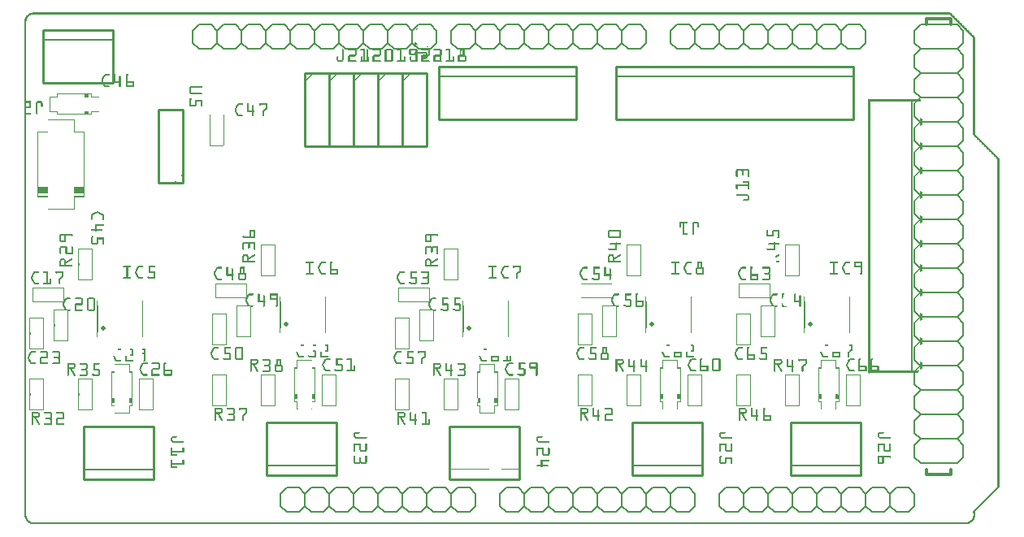
<source format=gto>
G04 MADE WITH FRITZING*
G04 WWW.FRITZING.ORG*
G04 DOUBLE SIDED*
G04 HOLES PLATED*
G04 CONTOUR ON CENTER OF CONTOUR VECTOR*
%ASAXBY*%
%FSLAX23Y23*%
%MOIN*%
%OFA0B0*%
%SFA1.0B1.0*%
%ADD10C,0.019307X0.00330708*%
%ADD11C,0.010000*%
%ADD12C,0.005000*%
%ADD13C,0.012000*%
%ADD14C,0.006000*%
%ADD15R,0.001000X0.001000*%
%LNSILK1*%
G90*
G70*
G54D10*
X322Y810D03*
X1072Y827D03*
X1822Y810D03*
X2572Y827D03*
X3222Y827D03*
G54D11*
X1450Y1857D02*
X1450Y1557D01*
D02*
X1450Y1557D02*
X1550Y1557D01*
D02*
X1550Y1557D02*
X1550Y1857D01*
D02*
X1550Y1857D02*
X1450Y1857D01*
D02*
X1150Y1857D02*
X1150Y1557D01*
D02*
X1150Y1557D02*
X1250Y1557D01*
D02*
X1250Y1557D02*
X1250Y1857D01*
D02*
X1250Y1857D02*
X1150Y1857D01*
D02*
X1250Y1857D02*
X1250Y1557D01*
D02*
X1250Y1557D02*
X1350Y1557D01*
D02*
X1350Y1557D02*
X1350Y1857D01*
D02*
X1350Y1857D02*
X1250Y1857D01*
D02*
X1350Y1857D02*
X1350Y1557D01*
D02*
X1350Y1557D02*
X1450Y1557D01*
D02*
X1450Y1557D02*
X1450Y1857D01*
D02*
X1450Y1857D02*
X1350Y1857D01*
D02*
X1550Y1857D02*
X1550Y1557D01*
D02*
X1550Y1557D02*
X1650Y1557D01*
D02*
X1650Y1557D02*
X1650Y1857D01*
D02*
X1650Y1857D02*
X1550Y1857D01*
D02*
X3462Y1745D02*
X3462Y633D01*
G54D12*
D02*
X3638Y633D02*
X3638Y1745D01*
G54D11*
D02*
X1701Y1669D02*
X2262Y1669D01*
D02*
X2262Y1669D02*
X2262Y1885D01*
D02*
X2262Y1885D02*
X1701Y1885D01*
D02*
X1701Y1885D02*
X1701Y1669D01*
G54D12*
D02*
X2262Y1845D02*
X1701Y1845D01*
G54D11*
D02*
X650Y1407D02*
X650Y1707D01*
D02*
X650Y1707D02*
X550Y1707D01*
D02*
X550Y1707D02*
X550Y1407D01*
D02*
X550Y1407D02*
X650Y1407D01*
G54D13*
D02*
X3700Y232D02*
X3700Y212D01*
D02*
X3700Y212D02*
X3800Y212D01*
D02*
X3800Y212D02*
X3800Y232D01*
D02*
X3700Y2057D02*
X3700Y2082D01*
D02*
X3700Y2082D02*
X3800Y2082D01*
D02*
X3800Y2082D02*
X3800Y2057D01*
G54D14*
D02*
X3475Y157D02*
X3525Y157D01*
D02*
X3525Y157D02*
X3550Y132D01*
D02*
X3550Y132D02*
X3550Y82D01*
D02*
X3550Y82D02*
X3525Y57D01*
D02*
X3350Y132D02*
X3375Y157D01*
D02*
X3375Y157D02*
X3425Y157D01*
D02*
X3425Y157D02*
X3450Y132D01*
D02*
X3450Y132D02*
X3450Y82D01*
D02*
X3450Y82D02*
X3425Y57D01*
D02*
X3425Y57D02*
X3375Y57D01*
D02*
X3375Y57D02*
X3350Y82D01*
D02*
X3475Y157D02*
X3450Y132D01*
D02*
X3450Y82D02*
X3475Y57D01*
D02*
X3525Y57D02*
X3475Y57D01*
D02*
X3175Y157D02*
X3225Y157D01*
D02*
X3225Y157D02*
X3250Y132D01*
D02*
X3250Y132D02*
X3250Y82D01*
D02*
X3250Y82D02*
X3225Y57D01*
D02*
X3250Y132D02*
X3275Y157D01*
D02*
X3275Y157D02*
X3325Y157D01*
D02*
X3325Y157D02*
X3350Y132D01*
D02*
X3350Y132D02*
X3350Y82D01*
D02*
X3350Y82D02*
X3325Y57D01*
D02*
X3325Y57D02*
X3275Y57D01*
D02*
X3275Y57D02*
X3250Y82D01*
D02*
X3050Y132D02*
X3075Y157D01*
D02*
X3075Y157D02*
X3125Y157D01*
D02*
X3125Y157D02*
X3150Y132D01*
D02*
X3150Y132D02*
X3150Y82D01*
D02*
X3150Y82D02*
X3125Y57D01*
D02*
X3125Y57D02*
X3075Y57D01*
D02*
X3075Y57D02*
X3050Y82D01*
D02*
X3175Y157D02*
X3150Y132D01*
D02*
X3150Y82D02*
X3175Y57D01*
D02*
X3225Y57D02*
X3175Y57D01*
D02*
X2875Y157D02*
X2925Y157D01*
D02*
X2925Y157D02*
X2950Y132D01*
D02*
X2950Y132D02*
X2950Y82D01*
D02*
X2950Y82D02*
X2925Y57D01*
D02*
X2950Y132D02*
X2975Y157D01*
D02*
X2975Y157D02*
X3025Y157D01*
D02*
X3025Y157D02*
X3050Y132D01*
D02*
X3050Y132D02*
X3050Y82D01*
D02*
X3050Y82D02*
X3025Y57D01*
D02*
X3025Y57D02*
X2975Y57D01*
D02*
X2975Y57D02*
X2950Y82D01*
D02*
X2850Y132D02*
X2850Y82D01*
D02*
X2875Y157D02*
X2850Y132D01*
D02*
X2850Y82D02*
X2875Y57D01*
D02*
X2925Y57D02*
X2875Y57D01*
D02*
X3575Y157D02*
X3625Y157D01*
D02*
X3625Y157D02*
X3650Y132D01*
D02*
X3650Y132D02*
X3650Y82D01*
D02*
X3650Y82D02*
X3625Y57D01*
D02*
X3575Y157D02*
X3550Y132D01*
D02*
X3550Y82D02*
X3575Y57D01*
D02*
X3625Y57D02*
X3575Y57D01*
D02*
X2575Y157D02*
X2625Y157D01*
D02*
X2625Y157D02*
X2650Y132D01*
D02*
X2650Y132D02*
X2650Y82D01*
D02*
X2650Y82D02*
X2625Y57D01*
D02*
X2450Y132D02*
X2475Y157D01*
D02*
X2475Y157D02*
X2525Y157D01*
D02*
X2525Y157D02*
X2550Y132D01*
D02*
X2550Y132D02*
X2550Y82D01*
D02*
X2550Y82D02*
X2525Y57D01*
D02*
X2525Y57D02*
X2475Y57D01*
D02*
X2475Y57D02*
X2450Y82D01*
D02*
X2575Y157D02*
X2550Y132D01*
D02*
X2550Y82D02*
X2575Y57D01*
D02*
X2625Y57D02*
X2575Y57D01*
D02*
X2275Y157D02*
X2325Y157D01*
D02*
X2325Y157D02*
X2350Y132D01*
D02*
X2350Y132D02*
X2350Y82D01*
D02*
X2350Y82D02*
X2325Y57D01*
D02*
X2350Y132D02*
X2375Y157D01*
D02*
X2375Y157D02*
X2425Y157D01*
D02*
X2425Y157D02*
X2450Y132D01*
D02*
X2450Y132D02*
X2450Y82D01*
D02*
X2450Y82D02*
X2425Y57D01*
D02*
X2425Y57D02*
X2375Y57D01*
D02*
X2375Y57D02*
X2350Y82D01*
D02*
X2150Y132D02*
X2175Y157D01*
D02*
X2175Y157D02*
X2225Y157D01*
D02*
X2225Y157D02*
X2250Y132D01*
D02*
X2250Y132D02*
X2250Y82D01*
D02*
X2250Y82D02*
X2225Y57D01*
D02*
X2225Y57D02*
X2175Y57D01*
D02*
X2175Y57D02*
X2150Y82D01*
D02*
X2275Y157D02*
X2250Y132D01*
D02*
X2250Y82D02*
X2275Y57D01*
D02*
X2325Y57D02*
X2275Y57D01*
D02*
X1975Y157D02*
X2025Y157D01*
D02*
X2025Y157D02*
X2050Y132D01*
D02*
X2050Y132D02*
X2050Y82D01*
D02*
X2050Y82D02*
X2025Y57D01*
D02*
X2050Y132D02*
X2075Y157D01*
D02*
X2075Y157D02*
X2125Y157D01*
D02*
X2125Y157D02*
X2150Y132D01*
D02*
X2150Y132D02*
X2150Y82D01*
D02*
X2150Y82D02*
X2125Y57D01*
D02*
X2125Y57D02*
X2075Y57D01*
D02*
X2075Y57D02*
X2050Y82D01*
D02*
X1950Y132D02*
X1950Y82D01*
D02*
X1975Y157D02*
X1950Y132D01*
D02*
X1950Y82D02*
X1975Y57D01*
D02*
X2025Y57D02*
X1975Y57D01*
D02*
X2675Y157D02*
X2725Y157D01*
D02*
X2725Y157D02*
X2750Y132D01*
D02*
X2750Y132D02*
X2750Y82D01*
D02*
X2750Y82D02*
X2725Y57D01*
D02*
X2675Y157D02*
X2650Y132D01*
D02*
X2650Y82D02*
X2675Y57D01*
D02*
X2725Y57D02*
X2675Y57D01*
D02*
X2825Y1957D02*
X2775Y1957D01*
D02*
X2775Y1957D02*
X2750Y1982D01*
D02*
X2750Y1982D02*
X2750Y2032D01*
D02*
X2750Y2032D02*
X2775Y2057D01*
D02*
X2950Y1982D02*
X2925Y1957D01*
D02*
X2925Y1957D02*
X2875Y1957D01*
D02*
X2875Y1957D02*
X2850Y1982D01*
D02*
X2850Y1982D02*
X2850Y2032D01*
D02*
X2850Y2032D02*
X2875Y2057D01*
D02*
X2875Y2057D02*
X2925Y2057D01*
D02*
X2925Y2057D02*
X2950Y2032D01*
D02*
X2825Y1957D02*
X2850Y1982D01*
D02*
X2850Y2032D02*
X2825Y2057D01*
D02*
X2775Y2057D02*
X2825Y2057D01*
D02*
X3125Y1957D02*
X3075Y1957D01*
D02*
X3075Y1957D02*
X3050Y1982D01*
D02*
X3050Y1982D02*
X3050Y2032D01*
D02*
X3050Y2032D02*
X3075Y2057D01*
D02*
X3050Y1982D02*
X3025Y1957D01*
D02*
X3025Y1957D02*
X2975Y1957D01*
D02*
X2975Y1957D02*
X2950Y1982D01*
D02*
X2950Y1982D02*
X2950Y2032D01*
D02*
X2950Y2032D02*
X2975Y2057D01*
D02*
X2975Y2057D02*
X3025Y2057D01*
D02*
X3025Y2057D02*
X3050Y2032D01*
D02*
X3250Y1982D02*
X3225Y1957D01*
D02*
X3225Y1957D02*
X3175Y1957D01*
D02*
X3175Y1957D02*
X3150Y1982D01*
D02*
X3150Y1982D02*
X3150Y2032D01*
D02*
X3150Y2032D02*
X3175Y2057D01*
D02*
X3175Y2057D02*
X3225Y2057D01*
D02*
X3225Y2057D02*
X3250Y2032D01*
D02*
X3125Y1957D02*
X3150Y1982D01*
D02*
X3150Y2032D02*
X3125Y2057D01*
D02*
X3075Y2057D02*
X3125Y2057D01*
D02*
X3425Y1957D02*
X3375Y1957D01*
D02*
X3375Y1957D02*
X3350Y1982D01*
D02*
X3350Y1982D02*
X3350Y2032D01*
D02*
X3350Y2032D02*
X3375Y2057D01*
D02*
X3350Y1982D02*
X3325Y1957D01*
D02*
X3325Y1957D02*
X3275Y1957D01*
D02*
X3275Y1957D02*
X3250Y1982D01*
D02*
X3250Y1982D02*
X3250Y2032D01*
D02*
X3250Y2032D02*
X3275Y2057D01*
D02*
X3275Y2057D02*
X3325Y2057D01*
D02*
X3325Y2057D02*
X3350Y2032D01*
D02*
X3450Y1982D02*
X3450Y2032D01*
D02*
X3425Y1957D02*
X3450Y1982D01*
D02*
X3450Y2032D02*
X3425Y2057D01*
D02*
X3375Y2057D02*
X3425Y2057D01*
D02*
X2725Y1957D02*
X2675Y1957D01*
D02*
X2675Y1957D02*
X2650Y1982D01*
D02*
X2650Y1982D02*
X2650Y2032D01*
D02*
X2650Y2032D02*
X2675Y2057D01*
D02*
X2725Y1957D02*
X2750Y1982D01*
D02*
X2750Y2032D02*
X2725Y2057D01*
D02*
X2675Y2057D02*
X2725Y2057D01*
D02*
X1490Y2032D02*
X1515Y2057D01*
D02*
X1515Y2057D02*
X1565Y2057D01*
D02*
X1565Y2057D02*
X1590Y2032D01*
D02*
X1590Y2032D02*
X1590Y1982D01*
D02*
X1590Y1982D02*
X1565Y1957D01*
D02*
X1565Y1957D02*
X1515Y1957D01*
D02*
X1515Y1957D02*
X1490Y1982D01*
D02*
X1315Y2057D02*
X1365Y2057D01*
D02*
X1365Y2057D02*
X1390Y2032D01*
D02*
X1390Y2032D02*
X1390Y1982D01*
D02*
X1390Y1982D02*
X1365Y1957D01*
D02*
X1390Y2032D02*
X1415Y2057D01*
D02*
X1415Y2057D02*
X1465Y2057D01*
D02*
X1465Y2057D02*
X1490Y2032D01*
D02*
X1490Y2032D02*
X1490Y1982D01*
D02*
X1490Y1982D02*
X1465Y1957D01*
D02*
X1465Y1957D02*
X1415Y1957D01*
D02*
X1415Y1957D02*
X1390Y1982D01*
D02*
X1190Y2032D02*
X1215Y2057D01*
D02*
X1215Y2057D02*
X1265Y2057D01*
D02*
X1265Y2057D02*
X1290Y2032D01*
D02*
X1290Y2032D02*
X1290Y1982D01*
D02*
X1290Y1982D02*
X1265Y1957D01*
D02*
X1265Y1957D02*
X1215Y1957D01*
D02*
X1215Y1957D02*
X1190Y1982D01*
D02*
X1315Y2057D02*
X1290Y2032D01*
D02*
X1290Y1982D02*
X1315Y1957D01*
D02*
X1365Y1957D02*
X1315Y1957D01*
D02*
X1015Y2057D02*
X1065Y2057D01*
D02*
X1065Y2057D02*
X1090Y2032D01*
D02*
X1090Y2032D02*
X1090Y1982D01*
D02*
X1090Y1982D02*
X1065Y1957D01*
D02*
X1090Y2032D02*
X1115Y2057D01*
D02*
X1115Y2057D02*
X1165Y2057D01*
D02*
X1165Y2057D02*
X1190Y2032D01*
D02*
X1190Y2032D02*
X1190Y1982D01*
D02*
X1190Y1982D02*
X1165Y1957D01*
D02*
X1165Y1957D02*
X1115Y1957D01*
D02*
X1115Y1957D02*
X1090Y1982D01*
D02*
X890Y2032D02*
X915Y2057D01*
D02*
X915Y2057D02*
X965Y2057D01*
D02*
X965Y2057D02*
X990Y2032D01*
D02*
X990Y2032D02*
X990Y1982D01*
D02*
X990Y1982D02*
X965Y1957D01*
D02*
X965Y1957D02*
X915Y1957D01*
D02*
X915Y1957D02*
X890Y1982D01*
D02*
X1015Y2057D02*
X990Y2032D01*
D02*
X990Y1982D02*
X1015Y1957D01*
D02*
X1065Y1957D02*
X1015Y1957D01*
D02*
X715Y2057D02*
X765Y2057D01*
D02*
X765Y2057D02*
X790Y2032D01*
D02*
X790Y2032D02*
X790Y1982D01*
D02*
X790Y1982D02*
X765Y1957D01*
D02*
X790Y2032D02*
X815Y2057D01*
D02*
X815Y2057D02*
X865Y2057D01*
D02*
X865Y2057D02*
X890Y2032D01*
D02*
X890Y2032D02*
X890Y1982D01*
D02*
X890Y1982D02*
X865Y1957D01*
D02*
X865Y1957D02*
X815Y1957D01*
D02*
X815Y1957D02*
X790Y1982D01*
D02*
X690Y2032D02*
X690Y1982D01*
D02*
X715Y2057D02*
X690Y2032D01*
D02*
X690Y1982D02*
X715Y1957D01*
D02*
X765Y1957D02*
X715Y1957D01*
D02*
X1615Y2057D02*
X1665Y2057D01*
D02*
X1665Y2057D02*
X1690Y2032D01*
D02*
X1690Y2032D02*
X1690Y1982D01*
D02*
X1690Y1982D02*
X1665Y1957D01*
D02*
X1615Y2057D02*
X1590Y2032D01*
D02*
X1590Y1982D02*
X1615Y1957D01*
D02*
X1665Y1957D02*
X1615Y1957D01*
D02*
X1675Y157D02*
X1725Y157D01*
D02*
X1725Y157D02*
X1750Y132D01*
D02*
X1750Y132D02*
X1750Y82D01*
D02*
X1750Y82D02*
X1725Y57D01*
D02*
X1550Y132D02*
X1575Y157D01*
D02*
X1575Y157D02*
X1625Y157D01*
D02*
X1625Y157D02*
X1650Y132D01*
D02*
X1650Y132D02*
X1650Y82D01*
D02*
X1650Y82D02*
X1625Y57D01*
D02*
X1625Y57D02*
X1575Y57D01*
D02*
X1575Y57D02*
X1550Y82D01*
D02*
X1675Y157D02*
X1650Y132D01*
D02*
X1650Y82D02*
X1675Y57D01*
D02*
X1725Y57D02*
X1675Y57D01*
D02*
X1375Y157D02*
X1425Y157D01*
D02*
X1425Y157D02*
X1450Y132D01*
D02*
X1450Y132D02*
X1450Y82D01*
D02*
X1450Y82D02*
X1425Y57D01*
D02*
X1450Y132D02*
X1475Y157D01*
D02*
X1475Y157D02*
X1525Y157D01*
D02*
X1525Y157D02*
X1550Y132D01*
D02*
X1550Y132D02*
X1550Y82D01*
D02*
X1550Y82D02*
X1525Y57D01*
D02*
X1525Y57D02*
X1475Y57D01*
D02*
X1475Y57D02*
X1450Y82D01*
D02*
X1250Y132D02*
X1275Y157D01*
D02*
X1275Y157D02*
X1325Y157D01*
D02*
X1325Y157D02*
X1350Y132D01*
D02*
X1350Y132D02*
X1350Y82D01*
D02*
X1350Y82D02*
X1325Y57D01*
D02*
X1325Y57D02*
X1275Y57D01*
D02*
X1275Y57D02*
X1250Y82D01*
D02*
X1375Y157D02*
X1350Y132D01*
D02*
X1350Y82D02*
X1375Y57D01*
D02*
X1425Y57D02*
X1375Y57D01*
D02*
X1075Y157D02*
X1125Y157D01*
D02*
X1125Y157D02*
X1150Y132D01*
D02*
X1150Y132D02*
X1150Y82D01*
D02*
X1150Y82D02*
X1125Y57D01*
D02*
X1150Y132D02*
X1175Y157D01*
D02*
X1175Y157D02*
X1225Y157D01*
D02*
X1225Y157D02*
X1250Y132D01*
D02*
X1250Y132D02*
X1250Y82D01*
D02*
X1250Y82D02*
X1225Y57D01*
D02*
X1225Y57D02*
X1175Y57D01*
D02*
X1175Y57D02*
X1150Y82D01*
D02*
X1050Y132D02*
X1050Y82D01*
D02*
X1075Y157D02*
X1050Y132D01*
D02*
X1050Y82D02*
X1075Y57D01*
D02*
X1125Y57D02*
X1075Y57D01*
D02*
X1775Y157D02*
X1825Y157D01*
D02*
X1825Y157D02*
X1850Y132D01*
D02*
X1850Y132D02*
X1850Y82D01*
D02*
X1850Y82D02*
X1825Y57D01*
D02*
X1775Y157D02*
X1750Y132D01*
D02*
X1750Y82D02*
X1775Y57D01*
D02*
X1825Y57D02*
X1775Y57D01*
D02*
X1925Y1957D02*
X1875Y1957D01*
D02*
X1875Y1957D02*
X1850Y1982D01*
D02*
X1850Y1982D02*
X1850Y2032D01*
D02*
X1850Y2032D02*
X1875Y2057D01*
D02*
X2050Y1982D02*
X2025Y1957D01*
D02*
X2025Y1957D02*
X1975Y1957D01*
D02*
X1975Y1957D02*
X1950Y1982D01*
D02*
X1950Y1982D02*
X1950Y2032D01*
D02*
X1950Y2032D02*
X1975Y2057D01*
D02*
X1975Y2057D02*
X2025Y2057D01*
D02*
X2025Y2057D02*
X2050Y2032D01*
D02*
X1925Y1957D02*
X1950Y1982D01*
D02*
X1950Y2032D02*
X1925Y2057D01*
D02*
X1875Y2057D02*
X1925Y2057D01*
D02*
X2225Y1957D02*
X2175Y1957D01*
D02*
X2175Y1957D02*
X2150Y1982D01*
D02*
X2150Y1982D02*
X2150Y2032D01*
D02*
X2150Y2032D02*
X2175Y2057D01*
D02*
X2150Y1982D02*
X2125Y1957D01*
D02*
X2125Y1957D02*
X2075Y1957D01*
D02*
X2075Y1957D02*
X2050Y1982D01*
D02*
X2050Y1982D02*
X2050Y2032D01*
D02*
X2050Y2032D02*
X2075Y2057D01*
D02*
X2075Y2057D02*
X2125Y2057D01*
D02*
X2125Y2057D02*
X2150Y2032D01*
D02*
X2350Y1982D02*
X2325Y1957D01*
D02*
X2325Y1957D02*
X2275Y1957D01*
D02*
X2275Y1957D02*
X2250Y1982D01*
D02*
X2250Y1982D02*
X2250Y2032D01*
D02*
X2250Y2032D02*
X2275Y2057D01*
D02*
X2275Y2057D02*
X2325Y2057D01*
D02*
X2325Y2057D02*
X2350Y2032D01*
D02*
X2225Y1957D02*
X2250Y1982D01*
D02*
X2250Y2032D02*
X2225Y2057D01*
D02*
X2175Y2057D02*
X2225Y2057D01*
D02*
X2525Y1957D02*
X2475Y1957D01*
D02*
X2475Y1957D02*
X2450Y1982D01*
D02*
X2450Y1982D02*
X2450Y2032D01*
D02*
X2450Y2032D02*
X2475Y2057D01*
D02*
X2450Y1982D02*
X2425Y1957D01*
D02*
X2425Y1957D02*
X2375Y1957D01*
D02*
X2375Y1957D02*
X2350Y1982D01*
D02*
X2350Y1982D02*
X2350Y2032D01*
D02*
X2350Y2032D02*
X2375Y2057D01*
D02*
X2375Y2057D02*
X2425Y2057D01*
D02*
X2425Y2057D02*
X2450Y2032D01*
D02*
X2550Y1982D02*
X2550Y2032D01*
D02*
X2525Y1957D02*
X2550Y1982D01*
D02*
X2550Y2032D02*
X2525Y2057D01*
D02*
X2475Y2057D02*
X2525Y2057D01*
D02*
X1825Y1957D02*
X1775Y1957D01*
D02*
X1775Y1957D02*
X1750Y1982D01*
D02*
X1750Y1982D02*
X1750Y2032D01*
D02*
X1750Y2032D02*
X1775Y2057D01*
D02*
X1825Y1957D02*
X1850Y1982D01*
D02*
X1850Y2032D02*
X1825Y2057D01*
D02*
X1775Y2057D02*
X1825Y2057D01*
D02*
X3675Y2057D02*
X3650Y2032D01*
D02*
X3650Y2032D02*
X3650Y1982D01*
D02*
X3650Y1982D02*
X3675Y1957D01*
D02*
X3675Y1957D02*
X3650Y1932D01*
D02*
X3650Y1932D02*
X3650Y1882D01*
D02*
X3650Y1882D02*
X3675Y1857D01*
D02*
X3675Y1857D02*
X3650Y1832D01*
D02*
X3650Y1832D02*
X3650Y1782D01*
D02*
X3650Y1782D02*
X3675Y1757D01*
D02*
X3650Y1732D02*
X3650Y1682D01*
D02*
X3650Y1632D02*
X3650Y1582D01*
D02*
X3650Y1532D02*
X3650Y1482D01*
D02*
X3675Y2057D02*
X3825Y2057D01*
D02*
X3825Y2057D02*
X3850Y2032D01*
D02*
X3850Y2032D02*
X3850Y1982D01*
D02*
X3850Y1982D02*
X3825Y1957D01*
D02*
X3825Y1957D02*
X3850Y1932D01*
D02*
X3850Y1932D02*
X3850Y1882D01*
D02*
X3850Y1882D02*
X3825Y1857D01*
D02*
X3825Y1857D02*
X3850Y1832D01*
D02*
X3850Y1832D02*
X3850Y1782D01*
D02*
X3850Y1782D02*
X3825Y1757D01*
D02*
X3825Y1757D02*
X3850Y1732D01*
D02*
X3850Y1732D02*
X3850Y1682D01*
D02*
X3850Y1682D02*
X3825Y1657D01*
D02*
X3825Y1657D02*
X3850Y1632D01*
D02*
X3850Y1632D02*
X3850Y1582D01*
D02*
X3850Y1582D02*
X3825Y1557D01*
D02*
X3825Y1557D02*
X3850Y1532D01*
D02*
X3850Y1532D02*
X3850Y1482D01*
D02*
X3850Y1482D02*
X3825Y1457D01*
D02*
X3825Y1457D02*
X3850Y1432D01*
D02*
X3850Y1432D02*
X3850Y1382D01*
D02*
X3850Y1382D02*
X3825Y1357D01*
D02*
X3825Y1357D02*
X3850Y1332D01*
D02*
X3850Y1332D02*
X3850Y1282D01*
D02*
X3850Y1282D02*
X3825Y1257D01*
D02*
X3825Y1257D02*
X3850Y1232D01*
D02*
X3850Y1232D02*
X3850Y1182D01*
D02*
X3850Y1182D02*
X3825Y1157D01*
D02*
X3825Y1157D02*
X3850Y1132D01*
D02*
X3850Y1132D02*
X3850Y1082D01*
D02*
X3850Y1082D02*
X3825Y1057D01*
D02*
X3825Y1057D02*
X3850Y1032D01*
D02*
X3850Y1032D02*
X3850Y982D01*
D02*
X3850Y982D02*
X3825Y957D01*
D02*
X3825Y957D02*
X3850Y932D01*
D02*
X3850Y932D02*
X3850Y882D01*
D02*
X3825Y857D02*
X3850Y882D01*
D02*
X3825Y857D02*
X3850Y832D01*
D02*
X3850Y782D02*
X3850Y832D01*
D02*
X3850Y782D02*
X3825Y757D01*
D02*
X3825Y757D02*
X3850Y732D01*
D02*
X3850Y682D02*
X3850Y732D01*
D02*
X3850Y682D02*
X3825Y657D01*
D02*
X3825Y657D02*
X3850Y632D01*
D02*
X3850Y582D02*
X3850Y632D01*
D02*
X3850Y582D02*
X3825Y557D01*
D02*
X3825Y557D02*
X3850Y532D01*
D02*
X3850Y482D02*
X3850Y532D01*
D02*
X3850Y482D02*
X3825Y457D01*
D02*
X3825Y457D02*
X3850Y432D01*
D02*
X3850Y382D02*
X3850Y432D01*
D02*
X3850Y382D02*
X3825Y357D01*
D02*
X3825Y357D02*
X3850Y332D01*
D02*
X3850Y282D02*
X3850Y332D01*
D02*
X3850Y282D02*
X3825Y257D01*
D02*
X3675Y257D02*
X3650Y282D01*
D02*
X3650Y282D02*
X3650Y332D01*
D02*
X3675Y357D02*
X3650Y332D01*
D02*
X3675Y357D02*
X3650Y382D01*
D02*
X3650Y382D02*
X3650Y432D01*
D02*
X3675Y457D02*
X3650Y432D01*
D02*
X3675Y457D02*
X3650Y482D01*
D02*
X3650Y532D02*
X3650Y482D01*
D02*
X3650Y532D02*
X3675Y557D01*
D02*
X3675Y557D02*
X3650Y582D01*
D02*
X3650Y632D02*
X3650Y582D01*
D02*
X3650Y682D02*
X3650Y732D01*
D02*
X3650Y782D02*
X3650Y832D01*
D02*
X3650Y882D02*
X3650Y932D01*
D02*
X3650Y982D02*
X3650Y1032D01*
D02*
X3650Y1082D02*
X3650Y1132D01*
D02*
X3650Y1182D02*
X3650Y1232D01*
D02*
X3650Y1282D02*
X3650Y1332D01*
D02*
X3650Y1382D02*
X3650Y1432D01*
D02*
X3825Y1957D02*
X3675Y1957D01*
D02*
X3825Y1857D02*
X3675Y1857D01*
D02*
X3825Y1757D02*
X3675Y1757D01*
D02*
X3825Y1657D02*
X3675Y1657D01*
D02*
X3825Y1557D02*
X3675Y1557D01*
D02*
X3825Y1457D02*
X3675Y1457D01*
D02*
X3825Y1357D02*
X3675Y1357D01*
D02*
X3825Y1257D02*
X3675Y1257D01*
D02*
X3825Y1157D02*
X3675Y1157D01*
D02*
X3825Y1057D02*
X3675Y1057D01*
D02*
X3825Y957D02*
X3675Y957D01*
D02*
X3825Y857D02*
X3675Y857D01*
D02*
X3825Y757D02*
X3675Y757D01*
D02*
X3825Y657D02*
X3675Y657D01*
D02*
X3825Y557D02*
X3675Y557D01*
D02*
X3825Y457D02*
X3675Y457D01*
D02*
X3825Y357D02*
X3675Y357D01*
D02*
X3825Y257D02*
X3675Y257D01*
G54D11*
D02*
X2425Y1669D02*
X3400Y1669D01*
D02*
X3400Y1669D02*
X3400Y1885D01*
D02*
X3400Y1885D02*
X2425Y1885D01*
D02*
X2425Y1885D02*
X2425Y1669D01*
G54D12*
D02*
X3400Y1845D02*
X2425Y1845D01*
G54D11*
D02*
X76Y1819D02*
X362Y1819D01*
D02*
X362Y1819D02*
X362Y2035D01*
D02*
X362Y2035D02*
X76Y2035D01*
D02*
X76Y2035D02*
X76Y1819D01*
G54D12*
D02*
X362Y1995D02*
X76Y1995D01*
G54D11*
D02*
X529Y408D02*
X244Y408D01*
D02*
X244Y408D02*
X244Y192D01*
D02*
X244Y192D02*
X529Y192D01*
D02*
X529Y192D02*
X529Y408D01*
G54D12*
D02*
X244Y232D02*
X529Y232D01*
G54D11*
D02*
X1279Y425D02*
X994Y425D01*
D02*
X994Y425D02*
X994Y209D01*
D02*
X994Y209D02*
X1279Y209D01*
D02*
X1279Y209D02*
X1279Y425D01*
G54D12*
D02*
X994Y249D02*
X1279Y249D01*
G54D11*
D02*
X2029Y408D02*
X1744Y408D01*
D02*
X1744Y408D02*
X1744Y192D01*
D02*
X1744Y192D02*
X2029Y192D01*
D02*
X2029Y192D02*
X2029Y408D01*
D02*
X2779Y425D02*
X2494Y425D01*
D02*
X2494Y425D02*
X2494Y209D01*
D02*
X2494Y209D02*
X2779Y209D01*
D02*
X2779Y209D02*
X2779Y425D01*
G54D12*
D02*
X2494Y249D02*
X2779Y249D01*
G54D11*
D02*
X3429Y425D02*
X3144Y425D01*
D02*
X3144Y425D02*
X3144Y209D01*
D02*
X3144Y209D02*
X3429Y209D01*
D02*
X3429Y209D02*
X3429Y425D01*
G54D12*
D02*
X3144Y249D02*
X3429Y249D01*
G54D15*
X32Y2107D02*
X3797Y2107D01*
X28Y2106D02*
X3798Y2106D01*
X25Y2105D02*
X3799Y2105D01*
X22Y2104D02*
X3800Y2104D01*
X20Y2103D02*
X3801Y2103D01*
X19Y2102D02*
X3802Y2102D01*
X17Y2101D02*
X3803Y2101D01*
X16Y2100D02*
X3804Y2100D01*
X14Y2099D02*
X32Y2099D01*
X3794Y2099D02*
X3805Y2099D01*
X13Y2098D02*
X28Y2098D01*
X3795Y2098D02*
X3806Y2098D01*
X12Y2097D02*
X25Y2097D01*
X3796Y2097D02*
X3807Y2097D01*
X11Y2096D02*
X23Y2096D01*
X3797Y2096D02*
X3808Y2096D01*
X10Y2095D02*
X21Y2095D01*
X3798Y2095D02*
X3809Y2095D01*
X9Y2094D02*
X20Y2094D01*
X3799Y2094D02*
X3810Y2094D01*
X8Y2093D02*
X18Y2093D01*
X3800Y2093D02*
X3811Y2093D01*
X7Y2092D02*
X17Y2092D01*
X3801Y2092D02*
X3812Y2092D01*
X7Y2091D02*
X16Y2091D01*
X3802Y2091D02*
X3813Y2091D01*
X6Y2090D02*
X15Y2090D01*
X3803Y2090D02*
X3814Y2090D01*
X5Y2089D02*
X15Y2089D01*
X3804Y2089D02*
X3815Y2089D01*
X5Y2088D02*
X14Y2088D01*
X3805Y2088D02*
X3816Y2088D01*
X4Y2087D02*
X13Y2087D01*
X3806Y2087D02*
X3817Y2087D01*
X4Y2086D02*
X12Y2086D01*
X3807Y2086D02*
X3818Y2086D01*
X3Y2085D02*
X12Y2085D01*
X3808Y2085D02*
X3819Y2085D01*
X3Y2084D02*
X11Y2084D01*
X3809Y2084D02*
X3820Y2084D01*
X2Y2083D02*
X11Y2083D01*
X3810Y2083D02*
X3821Y2083D01*
X2Y2082D02*
X10Y2082D01*
X3811Y2082D02*
X3822Y2082D01*
X2Y2081D02*
X10Y2081D01*
X3812Y2081D02*
X3823Y2081D01*
X1Y2080D02*
X9Y2080D01*
X3813Y2080D02*
X3824Y2080D01*
X1Y2079D02*
X9Y2079D01*
X3814Y2079D02*
X3825Y2079D01*
X1Y2078D02*
X9Y2078D01*
X3815Y2078D02*
X3826Y2078D01*
X1Y2077D02*
X8Y2077D01*
X3816Y2077D02*
X3827Y2077D01*
X0Y2076D02*
X8Y2076D01*
X3817Y2076D02*
X3828Y2076D01*
X0Y2075D02*
X8Y2075D01*
X3818Y2075D02*
X3829Y2075D01*
X0Y2074D02*
X8Y2074D01*
X3819Y2074D02*
X3830Y2074D01*
X0Y2073D02*
X8Y2073D01*
X3820Y2073D02*
X3831Y2073D01*
X0Y2072D02*
X7Y2072D01*
X3821Y2072D02*
X3832Y2072D01*
X0Y2071D02*
X7Y2071D01*
X3822Y2071D02*
X3833Y2071D01*
X0Y2070D02*
X7Y2070D01*
X3823Y2070D02*
X3834Y2070D01*
X0Y2069D02*
X7Y2069D01*
X3824Y2069D02*
X3835Y2069D01*
X0Y2068D02*
X7Y2068D01*
X3825Y2068D02*
X3836Y2068D01*
X0Y2067D02*
X7Y2067D01*
X3826Y2067D02*
X3837Y2067D01*
X0Y2066D02*
X7Y2066D01*
X3827Y2066D02*
X3838Y2066D01*
X0Y2065D02*
X7Y2065D01*
X3828Y2065D02*
X3839Y2065D01*
X0Y2064D02*
X7Y2064D01*
X3829Y2064D02*
X3840Y2064D01*
X0Y2063D02*
X7Y2063D01*
X3830Y2063D02*
X3841Y2063D01*
X0Y2062D02*
X7Y2062D01*
X3831Y2062D02*
X3842Y2062D01*
X0Y2061D02*
X7Y2061D01*
X3832Y2061D02*
X3843Y2061D01*
X0Y2060D02*
X7Y2060D01*
X3833Y2060D02*
X3844Y2060D01*
X0Y2059D02*
X7Y2059D01*
X3834Y2059D02*
X3845Y2059D01*
X0Y2058D02*
X7Y2058D01*
X3835Y2058D02*
X3846Y2058D01*
X0Y2057D02*
X7Y2057D01*
X3836Y2057D02*
X3847Y2057D01*
X0Y2056D02*
X7Y2056D01*
X3837Y2056D02*
X3848Y2056D01*
X0Y2055D02*
X7Y2055D01*
X3838Y2055D02*
X3849Y2055D01*
X0Y2054D02*
X7Y2054D01*
X3839Y2054D02*
X3850Y2054D01*
X0Y2053D02*
X7Y2053D01*
X3840Y2053D02*
X3851Y2053D01*
X0Y2052D02*
X7Y2052D01*
X3841Y2052D02*
X3852Y2052D01*
X0Y2051D02*
X7Y2051D01*
X3843Y2051D02*
X3853Y2051D01*
X0Y2050D02*
X7Y2050D01*
X3844Y2050D02*
X3854Y2050D01*
X0Y2049D02*
X7Y2049D01*
X3845Y2049D02*
X3855Y2049D01*
X0Y2048D02*
X7Y2048D01*
X3846Y2048D02*
X3856Y2048D01*
X0Y2047D02*
X7Y2047D01*
X3847Y2047D02*
X3857Y2047D01*
X0Y2046D02*
X7Y2046D01*
X3848Y2046D02*
X3858Y2046D01*
X0Y2045D02*
X7Y2045D01*
X3849Y2045D02*
X3859Y2045D01*
X0Y2044D02*
X7Y2044D01*
X3850Y2044D02*
X3860Y2044D01*
X0Y2043D02*
X7Y2043D01*
X3851Y2043D02*
X3861Y2043D01*
X0Y2042D02*
X7Y2042D01*
X1608Y2042D02*
X1616Y2042D01*
X3852Y2042D02*
X3862Y2042D01*
X0Y2041D02*
X7Y2041D01*
X1607Y2041D02*
X1615Y2041D01*
X3853Y2041D02*
X3863Y2041D01*
X0Y2040D02*
X7Y2040D01*
X1606Y2040D02*
X1613Y2040D01*
X3854Y2040D02*
X3864Y2040D01*
X0Y2039D02*
X7Y2039D01*
X1606Y2039D02*
X1612Y2039D01*
X3855Y2039D02*
X3865Y2039D01*
X0Y2038D02*
X7Y2038D01*
X1607Y2038D02*
X1611Y2038D01*
X3856Y2038D02*
X3866Y2038D01*
X0Y2037D02*
X7Y2037D01*
X1607Y2037D02*
X1610Y2037D01*
X3857Y2037D02*
X3867Y2037D01*
X0Y2036D02*
X7Y2036D01*
X1608Y2036D02*
X1609Y2036D01*
X3858Y2036D02*
X3868Y2036D01*
X0Y2035D02*
X7Y2035D01*
X3859Y2035D02*
X3869Y2035D01*
X0Y2034D02*
X7Y2034D01*
X3860Y2034D02*
X3870Y2034D01*
X0Y2033D02*
X7Y2033D01*
X3861Y2033D02*
X3871Y2033D01*
X0Y2032D02*
X7Y2032D01*
X3862Y2032D02*
X3872Y2032D01*
X0Y2031D02*
X7Y2031D01*
X3863Y2031D02*
X3873Y2031D01*
X0Y2030D02*
X7Y2030D01*
X3864Y2030D02*
X3874Y2030D01*
X0Y2029D02*
X7Y2029D01*
X3865Y2029D02*
X3875Y2029D01*
X0Y2028D02*
X7Y2028D01*
X3866Y2028D02*
X3876Y2028D01*
X0Y2027D02*
X7Y2027D01*
X3867Y2027D02*
X3877Y2027D01*
X0Y2026D02*
X7Y2026D01*
X3868Y2026D02*
X3878Y2026D01*
X0Y2025D02*
X7Y2025D01*
X3869Y2025D02*
X3879Y2025D01*
X0Y2024D02*
X7Y2024D01*
X3870Y2024D02*
X3880Y2024D01*
X0Y2023D02*
X7Y2023D01*
X3871Y2023D02*
X3881Y2023D01*
X0Y2022D02*
X7Y2022D01*
X3872Y2022D02*
X3882Y2022D01*
X0Y2021D02*
X7Y2021D01*
X3873Y2021D02*
X3883Y2021D01*
X0Y2020D02*
X7Y2020D01*
X3874Y2020D02*
X3884Y2020D01*
X0Y2019D02*
X7Y2019D01*
X3875Y2019D02*
X3885Y2019D01*
X0Y2018D02*
X7Y2018D01*
X3876Y2018D02*
X3886Y2018D01*
X0Y2017D02*
X7Y2017D01*
X3877Y2017D02*
X3887Y2017D01*
X0Y2016D02*
X7Y2016D01*
X3878Y2016D02*
X3888Y2016D01*
X0Y2015D02*
X7Y2015D01*
X3879Y2015D02*
X3889Y2015D01*
X0Y2014D02*
X7Y2014D01*
X3880Y2014D02*
X3890Y2014D01*
X0Y2013D02*
X7Y2013D01*
X3881Y2013D02*
X3891Y2013D01*
X0Y2012D02*
X7Y2012D01*
X3882Y2012D02*
X3892Y2012D01*
X0Y2011D02*
X7Y2011D01*
X3883Y2011D02*
X3893Y2011D01*
X0Y2010D02*
X7Y2010D01*
X3884Y2010D02*
X3894Y2010D01*
X0Y2009D02*
X7Y2009D01*
X3885Y2009D02*
X3895Y2009D01*
X0Y2008D02*
X7Y2008D01*
X3886Y2008D02*
X3896Y2008D01*
X0Y2007D02*
X7Y2007D01*
X3887Y2007D02*
X3897Y2007D01*
X0Y2006D02*
X7Y2006D01*
X3888Y2006D02*
X3898Y2006D01*
X0Y2005D02*
X7Y2005D01*
X3889Y2005D02*
X3898Y2005D01*
X0Y2004D02*
X7Y2004D01*
X3890Y2004D02*
X3898Y2004D01*
X0Y2003D02*
X7Y2003D01*
X3891Y2003D02*
X3899Y2003D01*
X0Y2002D02*
X7Y2002D01*
X3891Y2002D02*
X3899Y2002D01*
X0Y2001D02*
X7Y2001D01*
X3891Y2001D02*
X3899Y2001D01*
X0Y2000D02*
X7Y2000D01*
X3891Y2000D02*
X3899Y2000D01*
X0Y1999D02*
X7Y1999D01*
X3891Y1999D02*
X3899Y1999D01*
X0Y1998D02*
X7Y1998D01*
X3891Y1998D02*
X3899Y1998D01*
X0Y1997D02*
X7Y1997D01*
X3891Y1997D02*
X3899Y1997D01*
X0Y1996D02*
X7Y1996D01*
X3891Y1996D02*
X3899Y1996D01*
X0Y1995D02*
X7Y1995D01*
X3891Y1995D02*
X3899Y1995D01*
X0Y1994D02*
X7Y1994D01*
X3891Y1994D02*
X3899Y1994D01*
X0Y1993D02*
X7Y1993D01*
X3891Y1993D02*
X3899Y1993D01*
X0Y1992D02*
X7Y1992D01*
X3891Y1992D02*
X3899Y1992D01*
X0Y1991D02*
X7Y1991D01*
X3891Y1991D02*
X3899Y1991D01*
X0Y1990D02*
X7Y1990D01*
X3891Y1990D02*
X3899Y1990D01*
X0Y1989D02*
X7Y1989D01*
X3891Y1989D02*
X3899Y1989D01*
X0Y1988D02*
X7Y1988D01*
X3891Y1988D02*
X3899Y1988D01*
X0Y1987D02*
X7Y1987D01*
X3891Y1987D02*
X3899Y1987D01*
X0Y1986D02*
X7Y1986D01*
X3891Y1986D02*
X3899Y1986D01*
X0Y1985D02*
X7Y1985D01*
X3891Y1985D02*
X3899Y1985D01*
X0Y1984D02*
X7Y1984D01*
X1601Y1984D02*
X1605Y1984D01*
X3891Y1984D02*
X3899Y1984D01*
X0Y1983D02*
X7Y1983D01*
X1600Y1983D02*
X1605Y1983D01*
X3891Y1983D02*
X3899Y1983D01*
X0Y1982D02*
X7Y1982D01*
X1600Y1982D02*
X1606Y1982D01*
X3891Y1982D02*
X3899Y1982D01*
X0Y1981D02*
X7Y1981D01*
X1600Y1981D02*
X1607Y1981D01*
X3891Y1981D02*
X3899Y1981D01*
X0Y1980D02*
X7Y1980D01*
X1600Y1980D02*
X1608Y1980D01*
X3891Y1980D02*
X3899Y1980D01*
X0Y1979D02*
X7Y1979D01*
X1600Y1979D02*
X1609Y1979D01*
X3891Y1979D02*
X3899Y1979D01*
X0Y1978D02*
X7Y1978D01*
X1600Y1978D02*
X1610Y1978D01*
X3891Y1978D02*
X3899Y1978D01*
X0Y1977D02*
X7Y1977D01*
X1600Y1977D02*
X1611Y1977D01*
X3891Y1977D02*
X3899Y1977D01*
X0Y1976D02*
X7Y1976D01*
X1600Y1976D02*
X1606Y1976D01*
X3891Y1976D02*
X3899Y1976D01*
X0Y1975D02*
X7Y1975D01*
X1600Y1975D02*
X1606Y1975D01*
X3891Y1975D02*
X3899Y1975D01*
X0Y1974D02*
X7Y1974D01*
X1600Y1974D02*
X1606Y1974D01*
X3891Y1974D02*
X3899Y1974D01*
X0Y1973D02*
X7Y1973D01*
X1600Y1973D02*
X1606Y1973D01*
X3891Y1973D02*
X3899Y1973D01*
X0Y1972D02*
X7Y1972D01*
X1600Y1972D02*
X1606Y1972D01*
X3891Y1972D02*
X3899Y1972D01*
X0Y1971D02*
X7Y1971D01*
X1600Y1971D02*
X1606Y1971D01*
X3891Y1971D02*
X3899Y1971D01*
X0Y1970D02*
X7Y1970D01*
X1600Y1970D02*
X1606Y1970D01*
X3891Y1970D02*
X3899Y1970D01*
X0Y1969D02*
X7Y1969D01*
X1600Y1969D02*
X1606Y1969D01*
X3891Y1969D02*
X3899Y1969D01*
X0Y1968D02*
X7Y1968D01*
X1600Y1968D02*
X1606Y1968D01*
X1653Y1968D02*
X1654Y1968D01*
X3891Y1968D02*
X3899Y1968D01*
X0Y1967D02*
X7Y1967D01*
X1600Y1967D02*
X1606Y1967D01*
X1649Y1967D02*
X1654Y1967D01*
X3891Y1967D02*
X3899Y1967D01*
X0Y1966D02*
X7Y1966D01*
X1601Y1966D02*
X1606Y1966D01*
X1648Y1966D02*
X1653Y1966D01*
X3891Y1966D02*
X3899Y1966D01*
X0Y1965D02*
X7Y1965D01*
X1601Y1965D02*
X1606Y1965D01*
X1648Y1965D02*
X1653Y1965D01*
X3891Y1965D02*
X3899Y1965D01*
X0Y1964D02*
X7Y1964D01*
X1602Y1964D02*
X1605Y1964D01*
X1649Y1964D02*
X1652Y1964D01*
X3891Y1964D02*
X3899Y1964D01*
X0Y1963D02*
X7Y1963D01*
X3891Y1963D02*
X3899Y1963D01*
X0Y1962D02*
X7Y1962D01*
X3891Y1962D02*
X3899Y1962D01*
X0Y1961D02*
X7Y1961D01*
X3891Y1961D02*
X3899Y1961D01*
X0Y1960D02*
X7Y1960D01*
X3891Y1960D02*
X3899Y1960D01*
X0Y1959D02*
X7Y1959D01*
X3891Y1959D02*
X3899Y1959D01*
X0Y1958D02*
X7Y1958D01*
X3891Y1958D02*
X3899Y1958D01*
X0Y1957D02*
X7Y1957D01*
X1304Y1957D02*
X1305Y1957D01*
X1330Y1957D02*
X1356Y1957D01*
X1380Y1957D02*
X1397Y1957D01*
X1404Y1957D02*
X1405Y1957D01*
X1430Y1957D02*
X1456Y1957D01*
X1483Y1957D02*
X1506Y1957D01*
X1530Y1957D02*
X1547Y1957D01*
X1580Y1957D02*
X1609Y1957D01*
X1630Y1957D02*
X1656Y1957D01*
X1680Y1957D02*
X1706Y1957D01*
X1730Y1957D02*
X1747Y1957D01*
X1787Y1957D02*
X1802Y1957D01*
X3891Y1957D02*
X3899Y1957D01*
X0Y1956D02*
X7Y1956D01*
X1303Y1956D02*
X1307Y1956D01*
X1329Y1956D02*
X1358Y1956D01*
X1379Y1956D02*
X1397Y1956D01*
X1403Y1956D02*
X1407Y1956D01*
X1429Y1956D02*
X1458Y1956D01*
X1481Y1956D02*
X1508Y1956D01*
X1529Y1956D02*
X1547Y1956D01*
X1579Y1956D02*
X1610Y1956D01*
X1629Y1956D02*
X1658Y1956D01*
X1678Y1956D02*
X1708Y1956D01*
X1728Y1956D02*
X1747Y1956D01*
X1785Y1956D02*
X1803Y1956D01*
X3891Y1956D02*
X3899Y1956D01*
X0Y1955D02*
X7Y1955D01*
X1302Y1955D02*
X1308Y1955D01*
X1328Y1955D02*
X1359Y1955D01*
X1378Y1955D02*
X1397Y1955D01*
X1402Y1955D02*
X1408Y1955D01*
X1428Y1955D02*
X1459Y1955D01*
X1480Y1955D02*
X1509Y1955D01*
X1528Y1955D02*
X1547Y1955D01*
X1578Y1955D02*
X1611Y1955D01*
X1628Y1955D02*
X1659Y1955D01*
X1678Y1955D02*
X1709Y1955D01*
X1728Y1955D02*
X1747Y1955D01*
X1785Y1955D02*
X1804Y1955D01*
X3891Y1955D02*
X3899Y1955D01*
X0Y1954D02*
X7Y1954D01*
X1302Y1954D02*
X1308Y1954D01*
X1328Y1954D02*
X1360Y1954D01*
X1378Y1954D02*
X1397Y1954D01*
X1402Y1954D02*
X1408Y1954D01*
X1428Y1954D02*
X1460Y1954D01*
X1479Y1954D02*
X1510Y1954D01*
X1528Y1954D02*
X1547Y1954D01*
X1578Y1954D02*
X1611Y1954D01*
X1628Y1954D02*
X1660Y1954D01*
X1678Y1954D02*
X1710Y1954D01*
X1728Y1954D02*
X1747Y1954D01*
X1785Y1954D02*
X1804Y1954D01*
X3891Y1954D02*
X3899Y1954D01*
X0Y1953D02*
X7Y1953D01*
X1302Y1953D02*
X1308Y1953D01*
X1328Y1953D02*
X1361Y1953D01*
X1378Y1953D02*
X1397Y1953D01*
X1402Y1953D02*
X1408Y1953D01*
X1428Y1953D02*
X1461Y1953D01*
X1478Y1953D02*
X1511Y1953D01*
X1528Y1953D02*
X1547Y1953D01*
X1578Y1953D02*
X1611Y1953D01*
X1628Y1953D02*
X1661Y1953D01*
X1678Y1953D02*
X1711Y1953D01*
X1728Y1953D02*
X1747Y1953D01*
X1785Y1953D02*
X1804Y1953D01*
X3891Y1953D02*
X3899Y1953D01*
X0Y1952D02*
X7Y1952D01*
X1302Y1952D02*
X1308Y1952D01*
X1328Y1952D02*
X1361Y1952D01*
X1378Y1952D02*
X1397Y1952D01*
X1402Y1952D02*
X1408Y1952D01*
X1428Y1952D02*
X1461Y1952D01*
X1478Y1952D02*
X1511Y1952D01*
X1528Y1952D02*
X1547Y1952D01*
X1578Y1952D02*
X1611Y1952D01*
X1628Y1952D02*
X1661Y1952D01*
X1678Y1952D02*
X1711Y1952D01*
X1728Y1952D02*
X1747Y1952D01*
X1785Y1952D02*
X1804Y1952D01*
X3891Y1952D02*
X3899Y1952D01*
X0Y1951D02*
X7Y1951D01*
X1302Y1951D02*
X1308Y1951D01*
X1329Y1951D02*
X1361Y1951D01*
X1379Y1951D02*
X1397Y1951D01*
X1402Y1951D02*
X1408Y1951D01*
X1429Y1951D02*
X1461Y1951D01*
X1478Y1951D02*
X1511Y1951D01*
X1529Y1951D02*
X1547Y1951D01*
X1578Y1951D02*
X1611Y1951D01*
X1629Y1951D02*
X1661Y1951D01*
X1679Y1951D02*
X1711Y1951D01*
X1729Y1951D02*
X1747Y1951D01*
X1785Y1951D02*
X1804Y1951D01*
X3891Y1951D02*
X3899Y1951D01*
X0Y1950D02*
X7Y1950D01*
X1302Y1950D02*
X1308Y1950D01*
X1355Y1950D02*
X1361Y1950D01*
X1391Y1950D02*
X1397Y1950D01*
X1402Y1950D02*
X1408Y1950D01*
X1455Y1950D02*
X1461Y1950D01*
X1478Y1950D02*
X1484Y1950D01*
X1502Y1950D02*
X1511Y1950D01*
X1541Y1950D02*
X1547Y1950D01*
X1578Y1950D02*
X1584Y1950D01*
X1602Y1950D02*
X1611Y1950D01*
X1655Y1950D02*
X1661Y1950D01*
X1702Y1950D02*
X1711Y1950D01*
X1741Y1950D02*
X1747Y1950D01*
X1785Y1950D02*
X1791Y1950D01*
X1798Y1950D02*
X1804Y1950D01*
X3891Y1950D02*
X3899Y1950D01*
X0Y1949D02*
X7Y1949D01*
X1302Y1949D02*
X1308Y1949D01*
X1355Y1949D02*
X1361Y1949D01*
X1391Y1949D02*
X1397Y1949D01*
X1402Y1949D02*
X1408Y1949D01*
X1455Y1949D02*
X1461Y1949D01*
X1478Y1949D02*
X1484Y1949D01*
X1502Y1949D02*
X1511Y1949D01*
X1541Y1949D02*
X1547Y1949D01*
X1578Y1949D02*
X1584Y1949D01*
X1602Y1949D02*
X1611Y1949D01*
X1655Y1949D02*
X1661Y1949D01*
X1702Y1949D02*
X1711Y1949D01*
X1741Y1949D02*
X1747Y1949D01*
X1785Y1949D02*
X1790Y1949D01*
X1798Y1949D02*
X1804Y1949D01*
X3891Y1949D02*
X3899Y1949D01*
X0Y1948D02*
X7Y1948D01*
X1302Y1948D02*
X1308Y1948D01*
X1355Y1948D02*
X1361Y1948D01*
X1391Y1948D02*
X1397Y1948D01*
X1402Y1948D02*
X1408Y1948D01*
X1455Y1948D02*
X1461Y1948D01*
X1478Y1948D02*
X1484Y1948D01*
X1502Y1948D02*
X1511Y1948D01*
X1541Y1948D02*
X1547Y1948D01*
X1578Y1948D02*
X1584Y1948D01*
X1602Y1948D02*
X1611Y1948D01*
X1655Y1948D02*
X1661Y1948D01*
X1702Y1948D02*
X1711Y1948D01*
X1741Y1948D02*
X1747Y1948D01*
X1785Y1948D02*
X1790Y1948D01*
X1798Y1948D02*
X1804Y1948D01*
X3891Y1948D02*
X3899Y1948D01*
X0Y1947D02*
X7Y1947D01*
X1302Y1947D02*
X1308Y1947D01*
X1355Y1947D02*
X1361Y1947D01*
X1391Y1947D02*
X1397Y1947D01*
X1402Y1947D02*
X1408Y1947D01*
X1455Y1947D02*
X1461Y1947D01*
X1478Y1947D02*
X1484Y1947D01*
X1502Y1947D02*
X1511Y1947D01*
X1541Y1947D02*
X1547Y1947D01*
X1578Y1947D02*
X1584Y1947D01*
X1602Y1947D02*
X1611Y1947D01*
X1655Y1947D02*
X1661Y1947D01*
X1702Y1947D02*
X1711Y1947D01*
X1741Y1947D02*
X1747Y1947D01*
X1785Y1947D02*
X1790Y1947D01*
X1798Y1947D02*
X1804Y1947D01*
X3891Y1947D02*
X3899Y1947D01*
X0Y1946D02*
X7Y1946D01*
X1302Y1946D02*
X1308Y1946D01*
X1355Y1946D02*
X1361Y1946D01*
X1391Y1946D02*
X1397Y1946D01*
X1402Y1946D02*
X1408Y1946D01*
X1455Y1946D02*
X1461Y1946D01*
X1478Y1946D02*
X1484Y1946D01*
X1502Y1946D02*
X1511Y1946D01*
X1541Y1946D02*
X1547Y1946D01*
X1578Y1946D02*
X1584Y1946D01*
X1602Y1946D02*
X1611Y1946D01*
X1655Y1946D02*
X1661Y1946D01*
X1702Y1946D02*
X1711Y1946D01*
X1741Y1946D02*
X1747Y1946D01*
X1785Y1946D02*
X1790Y1946D01*
X1798Y1946D02*
X1804Y1946D01*
X3891Y1946D02*
X3899Y1946D01*
X0Y1945D02*
X7Y1945D01*
X1302Y1945D02*
X1308Y1945D01*
X1355Y1945D02*
X1361Y1945D01*
X1391Y1945D02*
X1397Y1945D01*
X1402Y1945D02*
X1408Y1945D01*
X1455Y1945D02*
X1461Y1945D01*
X1478Y1945D02*
X1484Y1945D01*
X1502Y1945D02*
X1511Y1945D01*
X1541Y1945D02*
X1547Y1945D01*
X1578Y1945D02*
X1584Y1945D01*
X1602Y1945D02*
X1611Y1945D01*
X1655Y1945D02*
X1661Y1945D01*
X1702Y1945D02*
X1711Y1945D01*
X1741Y1945D02*
X1747Y1945D01*
X1785Y1945D02*
X1790Y1945D01*
X1798Y1945D02*
X1804Y1945D01*
X3891Y1945D02*
X3899Y1945D01*
X0Y1944D02*
X7Y1944D01*
X1302Y1944D02*
X1308Y1944D01*
X1355Y1944D02*
X1361Y1944D01*
X1391Y1944D02*
X1397Y1944D01*
X1402Y1944D02*
X1408Y1944D01*
X1455Y1944D02*
X1461Y1944D01*
X1478Y1944D02*
X1484Y1944D01*
X1502Y1944D02*
X1511Y1944D01*
X1541Y1944D02*
X1547Y1944D01*
X1578Y1944D02*
X1584Y1944D01*
X1602Y1944D02*
X1646Y1944D01*
X1655Y1944D02*
X1661Y1944D01*
X1702Y1944D02*
X1711Y1944D01*
X1741Y1944D02*
X1747Y1944D01*
X1785Y1944D02*
X1790Y1944D01*
X1798Y1944D02*
X1804Y1944D01*
X3891Y1944D02*
X3899Y1944D01*
X0Y1943D02*
X7Y1943D01*
X1302Y1943D02*
X1308Y1943D01*
X1355Y1943D02*
X1361Y1943D01*
X1391Y1943D02*
X1397Y1943D01*
X1402Y1943D02*
X1408Y1943D01*
X1455Y1943D02*
X1461Y1943D01*
X1478Y1943D02*
X1484Y1943D01*
X1502Y1943D02*
X1511Y1943D01*
X1541Y1943D02*
X1547Y1943D01*
X1578Y1943D02*
X1584Y1943D01*
X1601Y1943D02*
X1648Y1943D01*
X1655Y1943D02*
X1661Y1943D01*
X1702Y1943D02*
X1711Y1943D01*
X1741Y1943D02*
X1747Y1943D01*
X1785Y1943D02*
X1790Y1943D01*
X1798Y1943D02*
X1804Y1943D01*
X3891Y1943D02*
X3899Y1943D01*
X0Y1942D02*
X7Y1942D01*
X1302Y1942D02*
X1308Y1942D01*
X1355Y1942D02*
X1361Y1942D01*
X1391Y1942D02*
X1397Y1942D01*
X1402Y1942D02*
X1408Y1942D01*
X1455Y1942D02*
X1461Y1942D01*
X1478Y1942D02*
X1484Y1942D01*
X1502Y1942D02*
X1511Y1942D01*
X1541Y1942D02*
X1547Y1942D01*
X1578Y1942D02*
X1584Y1942D01*
X1601Y1942D02*
X1650Y1942D01*
X1655Y1942D02*
X1661Y1942D01*
X1702Y1942D02*
X1711Y1942D01*
X1741Y1942D02*
X1747Y1942D01*
X1785Y1942D02*
X1790Y1942D01*
X1798Y1942D02*
X1804Y1942D01*
X3891Y1942D02*
X3899Y1942D01*
X0Y1941D02*
X7Y1941D01*
X1302Y1941D02*
X1308Y1941D01*
X1355Y1941D02*
X1361Y1941D01*
X1391Y1941D02*
X1397Y1941D01*
X1402Y1941D02*
X1408Y1941D01*
X1455Y1941D02*
X1461Y1941D01*
X1478Y1941D02*
X1484Y1941D01*
X1502Y1941D02*
X1511Y1941D01*
X1541Y1941D02*
X1547Y1941D01*
X1578Y1941D02*
X1584Y1941D01*
X1600Y1941D02*
X1651Y1941D01*
X1655Y1941D02*
X1661Y1941D01*
X1702Y1941D02*
X1711Y1941D01*
X1741Y1941D02*
X1747Y1941D01*
X1785Y1941D02*
X1790Y1941D01*
X1798Y1941D02*
X1804Y1941D01*
X3891Y1941D02*
X3899Y1941D01*
X0Y1940D02*
X7Y1940D01*
X1302Y1940D02*
X1308Y1940D01*
X1355Y1940D02*
X1361Y1940D01*
X1391Y1940D02*
X1397Y1940D01*
X1402Y1940D02*
X1408Y1940D01*
X1455Y1940D02*
X1461Y1940D01*
X1478Y1940D02*
X1484Y1940D01*
X1502Y1940D02*
X1511Y1940D01*
X1541Y1940D02*
X1547Y1940D01*
X1578Y1940D02*
X1584Y1940D01*
X1601Y1940D02*
X1652Y1940D01*
X1655Y1940D02*
X1661Y1940D01*
X1702Y1940D02*
X1711Y1940D01*
X1741Y1940D02*
X1747Y1940D01*
X1785Y1940D02*
X1790Y1940D01*
X1798Y1940D02*
X1804Y1940D01*
X3891Y1940D02*
X3899Y1940D01*
X0Y1939D02*
X7Y1939D01*
X1302Y1939D02*
X1308Y1939D01*
X1355Y1939D02*
X1361Y1939D01*
X1391Y1939D02*
X1397Y1939D01*
X1402Y1939D02*
X1408Y1939D01*
X1455Y1939D02*
X1461Y1939D01*
X1478Y1939D02*
X1484Y1939D01*
X1502Y1939D02*
X1511Y1939D01*
X1541Y1939D02*
X1547Y1939D01*
X1578Y1939D02*
X1652Y1939D01*
X1655Y1939D02*
X1661Y1939D01*
X1702Y1939D02*
X1711Y1939D01*
X1741Y1939D02*
X1747Y1939D01*
X1785Y1939D02*
X1790Y1939D01*
X1798Y1939D02*
X1804Y1939D01*
X3891Y1939D02*
X3899Y1939D01*
X0Y1938D02*
X7Y1938D01*
X1302Y1938D02*
X1308Y1938D01*
X1355Y1938D02*
X1361Y1938D01*
X1391Y1938D02*
X1397Y1938D01*
X1402Y1938D02*
X1408Y1938D01*
X1455Y1938D02*
X1461Y1938D01*
X1478Y1938D02*
X1484Y1938D01*
X1502Y1938D02*
X1511Y1938D01*
X1541Y1938D02*
X1547Y1938D01*
X1578Y1938D02*
X1653Y1938D01*
X1655Y1938D02*
X1661Y1938D01*
X1702Y1938D02*
X1711Y1938D01*
X1741Y1938D02*
X1747Y1938D01*
X1785Y1938D02*
X1790Y1938D01*
X1798Y1938D02*
X1804Y1938D01*
X3891Y1938D02*
X3899Y1938D01*
X0Y1937D02*
X7Y1937D01*
X1302Y1937D02*
X1308Y1937D01*
X1355Y1937D02*
X1361Y1937D01*
X1391Y1937D02*
X1397Y1937D01*
X1402Y1937D02*
X1408Y1937D01*
X1455Y1937D02*
X1461Y1937D01*
X1478Y1937D02*
X1484Y1937D01*
X1502Y1937D02*
X1511Y1937D01*
X1541Y1937D02*
X1547Y1937D01*
X1578Y1937D02*
X1611Y1937D01*
X1645Y1937D02*
X1653Y1937D01*
X1655Y1937D02*
X1661Y1937D01*
X1702Y1937D02*
X1711Y1937D01*
X1741Y1937D02*
X1747Y1937D01*
X1785Y1937D02*
X1790Y1937D01*
X1798Y1937D02*
X1804Y1937D01*
X3891Y1937D02*
X3899Y1937D01*
X0Y1936D02*
X7Y1936D01*
X1302Y1936D02*
X1308Y1936D01*
X1355Y1936D02*
X1361Y1936D01*
X1391Y1936D02*
X1397Y1936D01*
X1402Y1936D02*
X1408Y1936D01*
X1455Y1936D02*
X1461Y1936D01*
X1478Y1936D02*
X1484Y1936D01*
X1502Y1936D02*
X1511Y1936D01*
X1541Y1936D02*
X1547Y1936D01*
X1578Y1936D02*
X1611Y1936D01*
X1647Y1936D02*
X1653Y1936D01*
X1655Y1936D02*
X1661Y1936D01*
X1702Y1936D02*
X1711Y1936D01*
X1741Y1936D02*
X1747Y1936D01*
X1785Y1936D02*
X1790Y1936D01*
X1798Y1936D02*
X1804Y1936D01*
X3891Y1936D02*
X3899Y1936D01*
X0Y1935D02*
X7Y1935D01*
X1302Y1935D02*
X1308Y1935D01*
X1355Y1935D02*
X1361Y1935D01*
X1391Y1935D02*
X1397Y1935D01*
X1402Y1935D02*
X1408Y1935D01*
X1455Y1935D02*
X1461Y1935D01*
X1478Y1935D02*
X1484Y1935D01*
X1502Y1935D02*
X1511Y1935D01*
X1541Y1935D02*
X1547Y1935D01*
X1578Y1935D02*
X1611Y1935D01*
X1647Y1935D02*
X1653Y1935D01*
X1655Y1935D02*
X1661Y1935D01*
X1702Y1935D02*
X1711Y1935D01*
X1741Y1935D02*
X1747Y1935D01*
X1785Y1935D02*
X1790Y1935D01*
X1798Y1935D02*
X1804Y1935D01*
X3891Y1935D02*
X3899Y1935D01*
X0Y1934D02*
X7Y1934D01*
X1302Y1934D02*
X1308Y1934D01*
X1355Y1934D02*
X1361Y1934D01*
X1391Y1934D02*
X1397Y1934D01*
X1402Y1934D02*
X1408Y1934D01*
X1455Y1934D02*
X1461Y1934D01*
X1478Y1934D02*
X1484Y1934D01*
X1502Y1934D02*
X1511Y1934D01*
X1541Y1934D02*
X1547Y1934D01*
X1578Y1934D02*
X1611Y1934D01*
X1648Y1934D02*
X1661Y1934D01*
X1702Y1934D02*
X1711Y1934D01*
X1741Y1934D02*
X1747Y1934D01*
X1784Y1934D02*
X1791Y1934D01*
X1798Y1934D02*
X1804Y1934D01*
X3891Y1934D02*
X3899Y1934D01*
X0Y1933D02*
X7Y1933D01*
X1302Y1933D02*
X1308Y1933D01*
X1332Y1933D02*
X1361Y1933D01*
X1391Y1933D02*
X1397Y1933D01*
X1402Y1933D02*
X1408Y1933D01*
X1432Y1933D02*
X1461Y1933D01*
X1478Y1933D02*
X1484Y1933D01*
X1502Y1933D02*
X1511Y1933D01*
X1541Y1933D02*
X1547Y1933D01*
X1579Y1933D02*
X1611Y1933D01*
X1632Y1933D02*
X1661Y1933D01*
X1682Y1933D02*
X1711Y1933D01*
X1741Y1933D02*
X1747Y1933D01*
X1782Y1933D02*
X1807Y1933D01*
X3891Y1933D02*
X3899Y1933D01*
X0Y1932D02*
X7Y1932D01*
X1302Y1932D02*
X1308Y1932D01*
X1330Y1932D02*
X1361Y1932D01*
X1391Y1932D02*
X1397Y1932D01*
X1402Y1932D02*
X1408Y1932D01*
X1430Y1932D02*
X1461Y1932D01*
X1478Y1932D02*
X1484Y1932D01*
X1502Y1932D02*
X1511Y1932D01*
X1541Y1932D02*
X1547Y1932D01*
X1602Y1932D02*
X1611Y1932D01*
X1630Y1932D02*
X1661Y1932D01*
X1680Y1932D02*
X1711Y1932D01*
X1741Y1932D02*
X1747Y1932D01*
X1780Y1932D02*
X1809Y1932D01*
X3891Y1932D02*
X3899Y1932D01*
X0Y1931D02*
X7Y1931D01*
X1302Y1931D02*
X1308Y1931D01*
X1329Y1931D02*
X1361Y1931D01*
X1391Y1931D02*
X1397Y1931D01*
X1402Y1931D02*
X1408Y1931D01*
X1429Y1931D02*
X1461Y1931D01*
X1478Y1931D02*
X1484Y1931D01*
X1502Y1931D02*
X1511Y1931D01*
X1541Y1931D02*
X1547Y1931D01*
X1602Y1931D02*
X1611Y1931D01*
X1629Y1931D02*
X1661Y1931D01*
X1679Y1931D02*
X1711Y1931D01*
X1741Y1931D02*
X1747Y1931D01*
X1779Y1931D02*
X1810Y1931D01*
X3891Y1931D02*
X3899Y1931D01*
X0Y1930D02*
X7Y1930D01*
X1302Y1930D02*
X1308Y1930D01*
X1329Y1930D02*
X1360Y1930D01*
X1391Y1930D02*
X1397Y1930D01*
X1402Y1930D02*
X1408Y1930D01*
X1429Y1930D02*
X1460Y1930D01*
X1478Y1930D02*
X1484Y1930D01*
X1502Y1930D02*
X1511Y1930D01*
X1541Y1930D02*
X1547Y1930D01*
X1602Y1930D02*
X1611Y1930D01*
X1628Y1930D02*
X1660Y1930D01*
X1678Y1930D02*
X1710Y1930D01*
X1741Y1930D02*
X1747Y1930D01*
X1778Y1930D02*
X1810Y1930D01*
X3891Y1930D02*
X3899Y1930D01*
X0Y1929D02*
X7Y1929D01*
X1302Y1929D02*
X1308Y1929D01*
X1328Y1929D02*
X1359Y1929D01*
X1391Y1929D02*
X1397Y1929D01*
X1402Y1929D02*
X1408Y1929D01*
X1428Y1929D02*
X1459Y1929D01*
X1478Y1929D02*
X1484Y1929D01*
X1502Y1929D02*
X1511Y1929D01*
X1541Y1929D02*
X1547Y1929D01*
X1602Y1929D02*
X1611Y1929D01*
X1628Y1929D02*
X1659Y1929D01*
X1678Y1929D02*
X1709Y1929D01*
X1741Y1929D02*
X1747Y1929D01*
X1778Y1929D02*
X1811Y1929D01*
X3891Y1929D02*
X3899Y1929D01*
X0Y1928D02*
X7Y1928D01*
X1302Y1928D02*
X1308Y1928D01*
X1328Y1928D02*
X1358Y1928D01*
X1391Y1928D02*
X1397Y1928D01*
X1402Y1928D02*
X1408Y1928D01*
X1428Y1928D02*
X1458Y1928D01*
X1478Y1928D02*
X1484Y1928D01*
X1502Y1928D02*
X1511Y1928D01*
X1541Y1928D02*
X1547Y1928D01*
X1602Y1928D02*
X1611Y1928D01*
X1628Y1928D02*
X1658Y1928D01*
X1678Y1928D02*
X1708Y1928D01*
X1741Y1928D02*
X1747Y1928D01*
X1778Y1928D02*
X1811Y1928D01*
X3891Y1928D02*
X3899Y1928D01*
X0Y1927D02*
X7Y1927D01*
X1282Y1927D02*
X1286Y1927D01*
X1302Y1927D02*
X1308Y1927D01*
X1328Y1927D02*
X1356Y1927D01*
X1382Y1927D02*
X1386Y1927D01*
X1391Y1927D02*
X1397Y1927D01*
X1402Y1927D02*
X1410Y1927D01*
X1428Y1927D02*
X1456Y1927D01*
X1478Y1927D02*
X1486Y1927D01*
X1502Y1927D02*
X1511Y1927D01*
X1541Y1927D02*
X1547Y1927D01*
X1557Y1927D02*
X1560Y1927D01*
X1582Y1927D02*
X1586Y1927D01*
X1602Y1927D02*
X1611Y1927D01*
X1628Y1927D02*
X1656Y1927D01*
X1678Y1927D02*
X1708Y1927D01*
X1741Y1927D02*
X1747Y1927D01*
X1756Y1927D02*
X1760Y1927D01*
X1778Y1927D02*
X1811Y1927D01*
X3891Y1927D02*
X3899Y1927D01*
X0Y1926D02*
X7Y1926D01*
X1282Y1926D02*
X1287Y1926D01*
X1302Y1926D02*
X1308Y1926D01*
X1328Y1926D02*
X1334Y1926D01*
X1382Y1926D02*
X1387Y1926D01*
X1391Y1926D02*
X1397Y1926D01*
X1402Y1926D02*
X1411Y1926D01*
X1428Y1926D02*
X1434Y1926D01*
X1478Y1926D02*
X1487Y1926D01*
X1502Y1926D02*
X1511Y1926D01*
X1541Y1926D02*
X1547Y1926D01*
X1556Y1926D02*
X1561Y1926D01*
X1582Y1926D02*
X1587Y1926D01*
X1602Y1926D02*
X1611Y1926D01*
X1628Y1926D02*
X1634Y1926D01*
X1647Y1926D02*
X1653Y1926D01*
X1678Y1926D02*
X1687Y1926D01*
X1702Y1926D02*
X1708Y1926D01*
X1741Y1926D02*
X1747Y1926D01*
X1756Y1926D02*
X1761Y1926D01*
X1778Y1926D02*
X1784Y1926D01*
X1805Y1926D02*
X1811Y1926D01*
X3891Y1926D02*
X3899Y1926D01*
X0Y1925D02*
X7Y1925D01*
X1281Y1925D02*
X1287Y1925D01*
X1302Y1925D02*
X1308Y1925D01*
X1328Y1925D02*
X1334Y1925D01*
X1381Y1925D02*
X1387Y1925D01*
X1391Y1925D02*
X1397Y1925D01*
X1402Y1925D02*
X1411Y1925D01*
X1428Y1925D02*
X1434Y1925D01*
X1478Y1925D02*
X1487Y1925D01*
X1502Y1925D02*
X1511Y1925D01*
X1541Y1925D02*
X1547Y1925D01*
X1555Y1925D02*
X1561Y1925D01*
X1581Y1925D02*
X1587Y1925D01*
X1602Y1925D02*
X1611Y1925D01*
X1628Y1925D02*
X1634Y1925D01*
X1647Y1925D02*
X1653Y1925D01*
X1678Y1925D02*
X1687Y1925D01*
X1702Y1925D02*
X1708Y1925D01*
X1741Y1925D02*
X1747Y1925D01*
X1755Y1925D02*
X1761Y1925D01*
X1778Y1925D02*
X1784Y1925D01*
X1805Y1925D02*
X1811Y1925D01*
X3891Y1925D02*
X3899Y1925D01*
X0Y1924D02*
X7Y1924D01*
X1281Y1924D02*
X1287Y1924D01*
X1302Y1924D02*
X1308Y1924D01*
X1328Y1924D02*
X1334Y1924D01*
X1381Y1924D02*
X1387Y1924D01*
X1391Y1924D02*
X1397Y1924D01*
X1402Y1924D02*
X1411Y1924D01*
X1428Y1924D02*
X1434Y1924D01*
X1478Y1924D02*
X1487Y1924D01*
X1502Y1924D02*
X1511Y1924D01*
X1541Y1924D02*
X1547Y1924D01*
X1555Y1924D02*
X1561Y1924D01*
X1581Y1924D02*
X1587Y1924D01*
X1602Y1924D02*
X1611Y1924D01*
X1628Y1924D02*
X1634Y1924D01*
X1645Y1924D02*
X1653Y1924D01*
X1678Y1924D02*
X1687Y1924D01*
X1702Y1924D02*
X1708Y1924D01*
X1741Y1924D02*
X1747Y1924D01*
X1755Y1924D02*
X1761Y1924D01*
X1778Y1924D02*
X1784Y1924D01*
X1805Y1924D02*
X1811Y1924D01*
X3891Y1924D02*
X3899Y1924D01*
X0Y1923D02*
X7Y1923D01*
X1281Y1923D02*
X1287Y1923D01*
X1302Y1923D02*
X1308Y1923D01*
X1328Y1923D02*
X1334Y1923D01*
X1381Y1923D02*
X1387Y1923D01*
X1391Y1923D02*
X1397Y1923D01*
X1402Y1923D02*
X1411Y1923D01*
X1428Y1923D02*
X1434Y1923D01*
X1478Y1923D02*
X1487Y1923D01*
X1502Y1923D02*
X1511Y1923D01*
X1541Y1923D02*
X1547Y1923D01*
X1555Y1923D02*
X1561Y1923D01*
X1581Y1923D02*
X1587Y1923D01*
X1602Y1923D02*
X1611Y1923D01*
X1628Y1923D02*
X1653Y1923D01*
X1678Y1923D02*
X1687Y1923D01*
X1702Y1923D02*
X1708Y1923D01*
X1741Y1923D02*
X1747Y1923D01*
X1755Y1923D02*
X1761Y1923D01*
X1778Y1923D02*
X1784Y1923D01*
X1805Y1923D02*
X1811Y1923D01*
X3891Y1923D02*
X3899Y1923D01*
X0Y1922D02*
X7Y1922D01*
X1281Y1922D02*
X1287Y1922D01*
X1302Y1922D02*
X1308Y1922D01*
X1328Y1922D02*
X1334Y1922D01*
X1381Y1922D02*
X1387Y1922D01*
X1391Y1922D02*
X1397Y1922D01*
X1402Y1922D02*
X1411Y1922D01*
X1428Y1922D02*
X1434Y1922D01*
X1478Y1922D02*
X1487Y1922D01*
X1502Y1922D02*
X1511Y1922D01*
X1541Y1922D02*
X1547Y1922D01*
X1555Y1922D02*
X1561Y1922D01*
X1581Y1922D02*
X1587Y1922D01*
X1602Y1922D02*
X1611Y1922D01*
X1628Y1922D02*
X1652Y1922D01*
X1678Y1922D02*
X1687Y1922D01*
X1702Y1922D02*
X1708Y1922D01*
X1741Y1922D02*
X1747Y1922D01*
X1755Y1922D02*
X1761Y1922D01*
X1778Y1922D02*
X1784Y1922D01*
X1805Y1922D02*
X1811Y1922D01*
X3891Y1922D02*
X3899Y1922D01*
X0Y1921D02*
X7Y1921D01*
X1281Y1921D02*
X1287Y1921D01*
X1302Y1921D02*
X1308Y1921D01*
X1328Y1921D02*
X1334Y1921D01*
X1381Y1921D02*
X1387Y1921D01*
X1391Y1921D02*
X1397Y1921D01*
X1402Y1921D02*
X1411Y1921D01*
X1428Y1921D02*
X1434Y1921D01*
X1478Y1921D02*
X1487Y1921D01*
X1502Y1921D02*
X1511Y1921D01*
X1541Y1921D02*
X1547Y1921D01*
X1555Y1921D02*
X1561Y1921D01*
X1581Y1921D02*
X1587Y1921D01*
X1602Y1921D02*
X1611Y1921D01*
X1628Y1921D02*
X1651Y1921D01*
X1678Y1921D02*
X1687Y1921D01*
X1702Y1921D02*
X1708Y1921D01*
X1741Y1921D02*
X1747Y1921D01*
X1755Y1921D02*
X1761Y1921D01*
X1778Y1921D02*
X1784Y1921D01*
X1805Y1921D02*
X1811Y1921D01*
X3891Y1921D02*
X3899Y1921D01*
X0Y1920D02*
X7Y1920D01*
X1281Y1920D02*
X1287Y1920D01*
X1302Y1920D02*
X1308Y1920D01*
X1328Y1920D02*
X1334Y1920D01*
X1381Y1920D02*
X1387Y1920D01*
X1391Y1920D02*
X1397Y1920D01*
X1402Y1920D02*
X1411Y1920D01*
X1428Y1920D02*
X1434Y1920D01*
X1478Y1920D02*
X1487Y1920D01*
X1502Y1920D02*
X1511Y1920D01*
X1541Y1920D02*
X1547Y1920D01*
X1555Y1920D02*
X1561Y1920D01*
X1581Y1920D02*
X1587Y1920D01*
X1602Y1920D02*
X1611Y1920D01*
X1628Y1920D02*
X1651Y1920D01*
X1678Y1920D02*
X1687Y1920D01*
X1702Y1920D02*
X1708Y1920D01*
X1741Y1920D02*
X1747Y1920D01*
X1755Y1920D02*
X1761Y1920D01*
X1778Y1920D02*
X1784Y1920D01*
X1805Y1920D02*
X1811Y1920D01*
X3891Y1920D02*
X3899Y1920D01*
X0Y1919D02*
X7Y1919D01*
X1281Y1919D02*
X1287Y1919D01*
X1302Y1919D02*
X1308Y1919D01*
X1328Y1919D02*
X1334Y1919D01*
X1381Y1919D02*
X1387Y1919D01*
X1391Y1919D02*
X1397Y1919D01*
X1402Y1919D02*
X1411Y1919D01*
X1428Y1919D02*
X1434Y1919D01*
X1478Y1919D02*
X1487Y1919D01*
X1502Y1919D02*
X1511Y1919D01*
X1541Y1919D02*
X1547Y1919D01*
X1555Y1919D02*
X1561Y1919D01*
X1581Y1919D02*
X1587Y1919D01*
X1602Y1919D02*
X1611Y1919D01*
X1628Y1919D02*
X1650Y1919D01*
X1678Y1919D02*
X1687Y1919D01*
X1702Y1919D02*
X1708Y1919D01*
X1741Y1919D02*
X1747Y1919D01*
X1755Y1919D02*
X1761Y1919D01*
X1778Y1919D02*
X1784Y1919D01*
X1805Y1919D02*
X1811Y1919D01*
X3891Y1919D02*
X3899Y1919D01*
X0Y1918D02*
X7Y1918D01*
X1281Y1918D02*
X1287Y1918D01*
X1302Y1918D02*
X1308Y1918D01*
X1328Y1918D02*
X1334Y1918D01*
X1381Y1918D02*
X1387Y1918D01*
X1391Y1918D02*
X1397Y1918D01*
X1402Y1918D02*
X1411Y1918D01*
X1428Y1918D02*
X1434Y1918D01*
X1478Y1918D02*
X1487Y1918D01*
X1502Y1918D02*
X1511Y1918D01*
X1541Y1918D02*
X1547Y1918D01*
X1555Y1918D02*
X1561Y1918D01*
X1581Y1918D02*
X1587Y1918D01*
X1602Y1918D02*
X1611Y1918D01*
X1628Y1918D02*
X1648Y1918D01*
X1678Y1918D02*
X1687Y1918D01*
X1702Y1918D02*
X1708Y1918D01*
X1741Y1918D02*
X1747Y1918D01*
X1755Y1918D02*
X1761Y1918D01*
X1778Y1918D02*
X1784Y1918D01*
X1805Y1918D02*
X1811Y1918D01*
X3891Y1918D02*
X3899Y1918D01*
X0Y1917D02*
X7Y1917D01*
X1281Y1917D02*
X1287Y1917D01*
X1302Y1917D02*
X1308Y1917D01*
X1328Y1917D02*
X1334Y1917D01*
X1381Y1917D02*
X1387Y1917D01*
X1391Y1917D02*
X1397Y1917D01*
X1402Y1917D02*
X1411Y1917D01*
X1428Y1917D02*
X1434Y1917D01*
X1478Y1917D02*
X1487Y1917D01*
X1502Y1917D02*
X1511Y1917D01*
X1541Y1917D02*
X1547Y1917D01*
X1555Y1917D02*
X1561Y1917D01*
X1581Y1917D02*
X1587Y1917D01*
X1602Y1917D02*
X1611Y1917D01*
X1628Y1917D02*
X1646Y1917D01*
X1678Y1917D02*
X1687Y1917D01*
X1702Y1917D02*
X1708Y1917D01*
X1741Y1917D02*
X1747Y1917D01*
X1755Y1917D02*
X1761Y1917D01*
X1778Y1917D02*
X1784Y1917D01*
X1805Y1917D02*
X1811Y1917D01*
X3891Y1917D02*
X3899Y1917D01*
X0Y1916D02*
X7Y1916D01*
X1281Y1916D02*
X1287Y1916D01*
X1302Y1916D02*
X1308Y1916D01*
X1328Y1916D02*
X1334Y1916D01*
X1381Y1916D02*
X1387Y1916D01*
X1391Y1916D02*
X1397Y1916D01*
X1402Y1916D02*
X1411Y1916D01*
X1428Y1916D02*
X1434Y1916D01*
X1478Y1916D02*
X1487Y1916D01*
X1502Y1916D02*
X1511Y1916D01*
X1541Y1916D02*
X1547Y1916D01*
X1555Y1916D02*
X1561Y1916D01*
X1581Y1916D02*
X1587Y1916D01*
X1602Y1916D02*
X1611Y1916D01*
X1628Y1916D02*
X1634Y1916D01*
X1678Y1916D02*
X1687Y1916D01*
X1702Y1916D02*
X1708Y1916D01*
X1741Y1916D02*
X1747Y1916D01*
X1755Y1916D02*
X1761Y1916D01*
X1778Y1916D02*
X1784Y1916D01*
X1805Y1916D02*
X1811Y1916D01*
X3891Y1916D02*
X3899Y1916D01*
X0Y1915D02*
X7Y1915D01*
X1281Y1915D02*
X1287Y1915D01*
X1302Y1915D02*
X1308Y1915D01*
X1328Y1915D02*
X1334Y1915D01*
X1381Y1915D02*
X1387Y1915D01*
X1391Y1915D02*
X1397Y1915D01*
X1402Y1915D02*
X1411Y1915D01*
X1428Y1915D02*
X1434Y1915D01*
X1478Y1915D02*
X1487Y1915D01*
X1502Y1915D02*
X1511Y1915D01*
X1541Y1915D02*
X1547Y1915D01*
X1555Y1915D02*
X1561Y1915D01*
X1581Y1915D02*
X1587Y1915D01*
X1602Y1915D02*
X1611Y1915D01*
X1628Y1915D02*
X1634Y1915D01*
X1678Y1915D02*
X1687Y1915D01*
X1702Y1915D02*
X1708Y1915D01*
X1741Y1915D02*
X1747Y1915D01*
X1755Y1915D02*
X1761Y1915D01*
X1778Y1915D02*
X1784Y1915D01*
X1805Y1915D02*
X1811Y1915D01*
X3891Y1915D02*
X3899Y1915D01*
X0Y1914D02*
X7Y1914D01*
X1281Y1914D02*
X1287Y1914D01*
X1302Y1914D02*
X1308Y1914D01*
X1328Y1914D02*
X1334Y1914D01*
X1381Y1914D02*
X1387Y1914D01*
X1391Y1914D02*
X1397Y1914D01*
X1402Y1914D02*
X1411Y1914D01*
X1428Y1914D02*
X1434Y1914D01*
X1478Y1914D02*
X1487Y1914D01*
X1502Y1914D02*
X1511Y1914D01*
X1541Y1914D02*
X1547Y1914D01*
X1555Y1914D02*
X1561Y1914D01*
X1581Y1914D02*
X1587Y1914D01*
X1602Y1914D02*
X1611Y1914D01*
X1628Y1914D02*
X1634Y1914D01*
X1678Y1914D02*
X1687Y1914D01*
X1702Y1914D02*
X1708Y1914D01*
X1741Y1914D02*
X1747Y1914D01*
X1755Y1914D02*
X1761Y1914D01*
X1778Y1914D02*
X1784Y1914D01*
X1805Y1914D02*
X1811Y1914D01*
X3891Y1914D02*
X3899Y1914D01*
X0Y1913D02*
X7Y1913D01*
X1281Y1913D02*
X1287Y1913D01*
X1302Y1913D02*
X1308Y1913D01*
X1328Y1913D02*
X1334Y1913D01*
X1381Y1913D02*
X1387Y1913D01*
X1391Y1913D02*
X1397Y1913D01*
X1402Y1913D02*
X1411Y1913D01*
X1428Y1913D02*
X1434Y1913D01*
X1478Y1913D02*
X1487Y1913D01*
X1502Y1913D02*
X1511Y1913D01*
X1541Y1913D02*
X1547Y1913D01*
X1555Y1913D02*
X1561Y1913D01*
X1581Y1913D02*
X1587Y1913D01*
X1602Y1913D02*
X1611Y1913D01*
X1628Y1913D02*
X1634Y1913D01*
X1678Y1913D02*
X1687Y1913D01*
X1702Y1913D02*
X1708Y1913D01*
X1741Y1913D02*
X1747Y1913D01*
X1755Y1913D02*
X1761Y1913D01*
X1778Y1913D02*
X1784Y1913D01*
X1805Y1913D02*
X1811Y1913D01*
X3891Y1913D02*
X3899Y1913D01*
X0Y1912D02*
X7Y1912D01*
X1281Y1912D02*
X1288Y1912D01*
X1301Y1912D02*
X1308Y1912D01*
X1328Y1912D02*
X1334Y1912D01*
X1381Y1912D02*
X1388Y1912D01*
X1391Y1912D02*
X1397Y1912D01*
X1401Y1912D02*
X1411Y1912D01*
X1428Y1912D02*
X1434Y1912D01*
X1478Y1912D02*
X1488Y1912D01*
X1501Y1912D02*
X1511Y1912D01*
X1541Y1912D02*
X1547Y1912D01*
X1555Y1912D02*
X1561Y1912D01*
X1581Y1912D02*
X1587Y1912D01*
X1601Y1912D02*
X1611Y1912D01*
X1628Y1912D02*
X1634Y1912D01*
X1678Y1912D02*
X1687Y1912D01*
X1701Y1912D02*
X1708Y1912D01*
X1741Y1912D02*
X1747Y1912D01*
X1755Y1912D02*
X1761Y1912D01*
X1778Y1912D02*
X1784Y1912D01*
X1805Y1912D02*
X1811Y1912D01*
X3891Y1912D02*
X3899Y1912D01*
X0Y1911D02*
X7Y1911D01*
X1281Y1911D02*
X1288Y1911D01*
X1300Y1911D02*
X1307Y1911D01*
X1328Y1911D02*
X1334Y1911D01*
X1381Y1911D02*
X1388Y1911D01*
X1391Y1911D02*
X1397Y1911D01*
X1400Y1911D02*
X1411Y1911D01*
X1428Y1911D02*
X1434Y1911D01*
X1478Y1911D02*
X1488Y1911D01*
X1500Y1911D02*
X1511Y1911D01*
X1541Y1911D02*
X1547Y1911D01*
X1555Y1911D02*
X1561Y1911D01*
X1581Y1911D02*
X1588Y1911D01*
X1600Y1911D02*
X1611Y1911D01*
X1628Y1911D02*
X1634Y1911D01*
X1678Y1911D02*
X1688Y1911D01*
X1700Y1911D02*
X1707Y1911D01*
X1741Y1911D02*
X1747Y1911D01*
X1755Y1911D02*
X1761Y1911D01*
X1778Y1911D02*
X1784Y1911D01*
X1805Y1911D02*
X1811Y1911D01*
X3891Y1911D02*
X3899Y1911D01*
X0Y1910D02*
X7Y1910D01*
X1282Y1910D02*
X1307Y1910D01*
X1328Y1910D02*
X1358Y1910D01*
X1381Y1910D02*
X1411Y1910D01*
X1428Y1910D02*
X1458Y1910D01*
X1478Y1910D02*
X1511Y1910D01*
X1531Y1910D02*
X1561Y1910D01*
X1582Y1910D02*
X1611Y1910D01*
X1628Y1910D02*
X1658Y1910D01*
X1678Y1910D02*
X1708Y1910D01*
X1730Y1910D02*
X1761Y1910D01*
X1778Y1910D02*
X1811Y1910D01*
X3891Y1910D02*
X3899Y1910D01*
X0Y1909D02*
X7Y1909D01*
X1282Y1909D02*
X1307Y1909D01*
X1328Y1909D02*
X1360Y1909D01*
X1379Y1909D02*
X1411Y1909D01*
X1428Y1909D02*
X1460Y1909D01*
X1478Y1909D02*
X1511Y1909D01*
X1529Y1909D02*
X1561Y1909D01*
X1582Y1909D02*
X1611Y1909D01*
X1628Y1909D02*
X1660Y1909D01*
X1678Y1909D02*
X1710Y1909D01*
X1729Y1909D02*
X1761Y1909D01*
X1778Y1909D02*
X1811Y1909D01*
X3891Y1909D02*
X3899Y1909D01*
X0Y1908D02*
X7Y1908D01*
X1283Y1908D02*
X1306Y1908D01*
X1328Y1908D02*
X1361Y1908D01*
X1378Y1908D02*
X1411Y1908D01*
X1428Y1908D02*
X1461Y1908D01*
X1478Y1908D02*
X1511Y1908D01*
X1528Y1908D02*
X1561Y1908D01*
X1583Y1908D02*
X1611Y1908D01*
X1628Y1908D02*
X1661Y1908D01*
X1678Y1908D02*
X1711Y1908D01*
X1728Y1908D02*
X1761Y1908D01*
X1778Y1908D02*
X1811Y1908D01*
X3891Y1908D02*
X3899Y1908D01*
X0Y1907D02*
X7Y1907D01*
X1284Y1907D02*
X1305Y1907D01*
X1328Y1907D02*
X1361Y1907D01*
X1378Y1907D02*
X1411Y1907D01*
X1428Y1907D02*
X1461Y1907D01*
X1478Y1907D02*
X1510Y1907D01*
X1528Y1907D02*
X1561Y1907D01*
X1583Y1907D02*
X1611Y1907D01*
X1628Y1907D02*
X1661Y1907D01*
X1678Y1907D02*
X1711Y1907D01*
X1728Y1907D02*
X1761Y1907D01*
X1778Y1907D02*
X1810Y1907D01*
X3891Y1907D02*
X3899Y1907D01*
X0Y1906D02*
X7Y1906D01*
X1284Y1906D02*
X1304Y1906D01*
X1328Y1906D02*
X1361Y1906D01*
X1378Y1906D02*
X1411Y1906D01*
X1428Y1906D02*
X1461Y1906D01*
X1479Y1906D02*
X1510Y1906D01*
X1528Y1906D02*
X1561Y1906D01*
X1584Y1906D02*
X1611Y1906D01*
X1628Y1906D02*
X1661Y1906D01*
X1678Y1906D02*
X1711Y1906D01*
X1728Y1906D02*
X1761Y1906D01*
X1779Y1906D02*
X1810Y1906D01*
X3891Y1906D02*
X3899Y1906D01*
X0Y1905D02*
X7Y1905D01*
X1286Y1905D02*
X1303Y1905D01*
X1328Y1905D02*
X1361Y1905D01*
X1378Y1905D02*
X1411Y1905D01*
X1428Y1905D02*
X1461Y1905D01*
X1480Y1905D02*
X1509Y1905D01*
X1528Y1905D02*
X1561Y1905D01*
X1586Y1905D02*
X1611Y1905D01*
X1628Y1905D02*
X1661Y1905D01*
X1678Y1905D02*
X1711Y1905D01*
X1728Y1905D02*
X1761Y1905D01*
X1780Y1905D02*
X1809Y1905D01*
X3891Y1905D02*
X3899Y1905D01*
X0Y1904D02*
X7Y1904D01*
X1287Y1904D02*
X1301Y1904D01*
X1328Y1904D02*
X1360Y1904D01*
X1379Y1904D02*
X1410Y1904D01*
X1428Y1904D02*
X1460Y1904D01*
X1481Y1904D02*
X1508Y1904D01*
X1529Y1904D02*
X1560Y1904D01*
X1587Y1904D02*
X1601Y1904D01*
X1603Y1904D02*
X1610Y1904D01*
X1628Y1904D02*
X1660Y1904D01*
X1678Y1904D02*
X1710Y1904D01*
X1729Y1904D02*
X1760Y1904D01*
X1781Y1904D02*
X1807Y1904D01*
X3891Y1904D02*
X3899Y1904D01*
X0Y1903D02*
X7Y1903D01*
X3891Y1903D02*
X3899Y1903D01*
X0Y1902D02*
X7Y1902D01*
X3891Y1902D02*
X3899Y1902D01*
X0Y1901D02*
X7Y1901D01*
X3891Y1901D02*
X3899Y1901D01*
X0Y1900D02*
X7Y1900D01*
X3891Y1900D02*
X3899Y1900D01*
X0Y1899D02*
X7Y1899D01*
X3891Y1899D02*
X3899Y1899D01*
X0Y1898D02*
X7Y1898D01*
X3891Y1898D02*
X3899Y1898D01*
X0Y1897D02*
X7Y1897D01*
X3891Y1897D02*
X3899Y1897D01*
X0Y1896D02*
X7Y1896D01*
X3891Y1896D02*
X3899Y1896D01*
X0Y1895D02*
X7Y1895D01*
X3891Y1895D02*
X3899Y1895D01*
X0Y1894D02*
X7Y1894D01*
X3891Y1894D02*
X3899Y1894D01*
X0Y1893D02*
X7Y1893D01*
X3891Y1893D02*
X3899Y1893D01*
X0Y1892D02*
X7Y1892D01*
X3891Y1892D02*
X3899Y1892D01*
X0Y1891D02*
X7Y1891D01*
X3891Y1891D02*
X3899Y1891D01*
X0Y1890D02*
X7Y1890D01*
X3891Y1890D02*
X3899Y1890D01*
X0Y1889D02*
X7Y1889D01*
X3891Y1889D02*
X3899Y1889D01*
X0Y1888D02*
X7Y1888D01*
X3891Y1888D02*
X3899Y1888D01*
X0Y1887D02*
X7Y1887D01*
X3891Y1887D02*
X3899Y1887D01*
X0Y1886D02*
X7Y1886D01*
X3891Y1886D02*
X3899Y1886D01*
X0Y1885D02*
X7Y1885D01*
X3891Y1885D02*
X3899Y1885D01*
X0Y1884D02*
X7Y1884D01*
X3891Y1884D02*
X3899Y1884D01*
X0Y1883D02*
X7Y1883D01*
X3891Y1883D02*
X3899Y1883D01*
X0Y1882D02*
X7Y1882D01*
X3891Y1882D02*
X3899Y1882D01*
X0Y1881D02*
X7Y1881D01*
X3891Y1881D02*
X3899Y1881D01*
X0Y1880D02*
X7Y1880D01*
X3891Y1880D02*
X3899Y1880D01*
X0Y1879D02*
X7Y1879D01*
X3891Y1879D02*
X3899Y1879D01*
X0Y1878D02*
X7Y1878D01*
X3891Y1878D02*
X3899Y1878D01*
X0Y1877D02*
X7Y1877D01*
X3891Y1877D02*
X3899Y1877D01*
X0Y1876D02*
X7Y1876D01*
X3891Y1876D02*
X3899Y1876D01*
X0Y1875D02*
X7Y1875D01*
X3891Y1875D02*
X3899Y1875D01*
X0Y1874D02*
X7Y1874D01*
X3891Y1874D02*
X3899Y1874D01*
X0Y1873D02*
X7Y1873D01*
X3891Y1873D02*
X3899Y1873D01*
X0Y1872D02*
X7Y1872D01*
X3891Y1872D02*
X3899Y1872D01*
X0Y1871D02*
X7Y1871D01*
X3891Y1871D02*
X3899Y1871D01*
X0Y1870D02*
X7Y1870D01*
X3891Y1870D02*
X3899Y1870D01*
X0Y1869D02*
X7Y1869D01*
X3891Y1869D02*
X3899Y1869D01*
X0Y1868D02*
X7Y1868D01*
X3891Y1868D02*
X3899Y1868D01*
X0Y1867D02*
X7Y1867D01*
X3891Y1867D02*
X3899Y1867D01*
X0Y1866D02*
X7Y1866D01*
X3891Y1866D02*
X3899Y1866D01*
X0Y1865D02*
X7Y1865D01*
X3891Y1865D02*
X3899Y1865D01*
X0Y1864D02*
X7Y1864D01*
X3891Y1864D02*
X3899Y1864D01*
X0Y1863D02*
X7Y1863D01*
X3891Y1863D02*
X3899Y1863D01*
X0Y1862D02*
X7Y1862D01*
X3891Y1862D02*
X3899Y1862D01*
X0Y1861D02*
X7Y1861D01*
X3891Y1861D02*
X3899Y1861D01*
X0Y1860D02*
X7Y1860D01*
X3891Y1860D02*
X3899Y1860D01*
X0Y1859D02*
X7Y1859D01*
X3891Y1859D02*
X3899Y1859D01*
X0Y1858D02*
X7Y1858D01*
X1182Y1858D02*
X1183Y1858D01*
X1282Y1858D02*
X1283Y1858D01*
X1382Y1858D02*
X1383Y1858D01*
X1482Y1858D02*
X1483Y1858D01*
X1582Y1858D02*
X1583Y1858D01*
X3891Y1858D02*
X3899Y1858D01*
X0Y1857D02*
X7Y1857D01*
X1181Y1857D02*
X1184Y1857D01*
X1281Y1857D02*
X1284Y1857D01*
X1381Y1857D02*
X1384Y1857D01*
X1481Y1857D02*
X1484Y1857D01*
X1581Y1857D02*
X1584Y1857D01*
X3891Y1857D02*
X3899Y1857D01*
X0Y1856D02*
X7Y1856D01*
X1180Y1856D02*
X1185Y1856D01*
X1280Y1856D02*
X1285Y1856D01*
X1380Y1856D02*
X1385Y1856D01*
X1480Y1856D02*
X1485Y1856D01*
X1580Y1856D02*
X1585Y1856D01*
X3891Y1856D02*
X3899Y1856D01*
X0Y1855D02*
X7Y1855D01*
X1179Y1855D02*
X1185Y1855D01*
X1279Y1855D02*
X1285Y1855D01*
X1379Y1855D02*
X1385Y1855D01*
X1479Y1855D02*
X1485Y1855D01*
X1579Y1855D02*
X1585Y1855D01*
X3891Y1855D02*
X3899Y1855D01*
X0Y1854D02*
X7Y1854D01*
X332Y1854D02*
X346Y1854D01*
X370Y1854D02*
X371Y1854D01*
X418Y1854D02*
X422Y1854D01*
X1178Y1854D02*
X1184Y1854D01*
X1278Y1854D02*
X1284Y1854D01*
X1378Y1854D02*
X1384Y1854D01*
X1478Y1854D02*
X1484Y1854D01*
X1578Y1854D02*
X1584Y1854D01*
X3891Y1854D02*
X3899Y1854D01*
X0Y1853D02*
X7Y1853D01*
X329Y1853D02*
X348Y1853D01*
X368Y1853D02*
X372Y1853D01*
X416Y1853D02*
X424Y1853D01*
X1177Y1853D02*
X1183Y1853D01*
X1277Y1853D02*
X1283Y1853D01*
X1377Y1853D02*
X1383Y1853D01*
X1477Y1853D02*
X1483Y1853D01*
X1577Y1853D02*
X1583Y1853D01*
X3891Y1853D02*
X3899Y1853D01*
X0Y1852D02*
X7Y1852D01*
X327Y1852D02*
X349Y1852D01*
X367Y1852D02*
X373Y1852D01*
X416Y1852D02*
X425Y1852D01*
X1176Y1852D02*
X1182Y1852D01*
X1276Y1852D02*
X1282Y1852D01*
X1376Y1852D02*
X1382Y1852D01*
X1476Y1852D02*
X1482Y1852D01*
X1576Y1852D02*
X1582Y1852D01*
X3891Y1852D02*
X3899Y1852D01*
X0Y1851D02*
X7Y1851D01*
X326Y1851D02*
X349Y1851D01*
X367Y1851D02*
X373Y1851D01*
X415Y1851D02*
X425Y1851D01*
X1175Y1851D02*
X1181Y1851D01*
X1275Y1851D02*
X1281Y1851D01*
X1375Y1851D02*
X1381Y1851D01*
X1475Y1851D02*
X1481Y1851D01*
X1575Y1851D02*
X1581Y1851D01*
X3891Y1851D02*
X3899Y1851D01*
X0Y1850D02*
X7Y1850D01*
X325Y1850D02*
X349Y1850D01*
X367Y1850D02*
X373Y1850D01*
X415Y1850D02*
X425Y1850D01*
X1174Y1850D02*
X1180Y1850D01*
X1274Y1850D02*
X1280Y1850D01*
X1374Y1850D02*
X1380Y1850D01*
X1474Y1850D02*
X1480Y1850D01*
X1574Y1850D02*
X1580Y1850D01*
X3891Y1850D02*
X3899Y1850D01*
X0Y1849D02*
X7Y1849D01*
X324Y1849D02*
X348Y1849D01*
X367Y1849D02*
X373Y1849D01*
X415Y1849D02*
X424Y1849D01*
X1173Y1849D02*
X1179Y1849D01*
X1273Y1849D02*
X1279Y1849D01*
X1373Y1849D02*
X1379Y1849D01*
X1473Y1849D02*
X1479Y1849D01*
X1573Y1849D02*
X1579Y1849D01*
X3891Y1849D02*
X3899Y1849D01*
X0Y1848D02*
X7Y1848D01*
X324Y1848D02*
X348Y1848D01*
X367Y1848D02*
X373Y1848D01*
X390Y1848D02*
X392Y1848D01*
X415Y1848D02*
X423Y1848D01*
X1172Y1848D02*
X1178Y1848D01*
X1272Y1848D02*
X1278Y1848D01*
X1372Y1848D02*
X1378Y1848D01*
X1472Y1848D02*
X1478Y1848D01*
X1572Y1848D02*
X1578Y1848D01*
X3891Y1848D02*
X3899Y1848D01*
X0Y1847D02*
X7Y1847D01*
X323Y1847D02*
X331Y1847D01*
X367Y1847D02*
X373Y1847D01*
X389Y1847D02*
X393Y1847D01*
X415Y1847D02*
X421Y1847D01*
X1171Y1847D02*
X1177Y1847D01*
X1271Y1847D02*
X1277Y1847D01*
X1371Y1847D02*
X1377Y1847D01*
X1471Y1847D02*
X1477Y1847D01*
X1571Y1847D02*
X1577Y1847D01*
X3891Y1847D02*
X3899Y1847D01*
X0Y1846D02*
X7Y1846D01*
X323Y1846D02*
X330Y1846D01*
X367Y1846D02*
X373Y1846D01*
X388Y1846D02*
X394Y1846D01*
X415Y1846D02*
X421Y1846D01*
X1170Y1846D02*
X1176Y1846D01*
X1270Y1846D02*
X1276Y1846D01*
X1370Y1846D02*
X1376Y1846D01*
X1470Y1846D02*
X1476Y1846D01*
X1570Y1846D02*
X1576Y1846D01*
X3891Y1846D02*
X3899Y1846D01*
X0Y1845D02*
X7Y1845D01*
X322Y1845D02*
X329Y1845D01*
X367Y1845D02*
X373Y1845D01*
X388Y1845D02*
X394Y1845D01*
X415Y1845D02*
X421Y1845D01*
X1169Y1845D02*
X1175Y1845D01*
X1269Y1845D02*
X1275Y1845D01*
X1369Y1845D02*
X1375Y1845D01*
X1469Y1845D02*
X1475Y1845D01*
X1569Y1845D02*
X1575Y1845D01*
X3891Y1845D02*
X3899Y1845D01*
X0Y1844D02*
X7Y1844D01*
X322Y1844D02*
X329Y1844D01*
X367Y1844D02*
X373Y1844D01*
X388Y1844D02*
X394Y1844D01*
X415Y1844D02*
X421Y1844D01*
X1168Y1844D02*
X1174Y1844D01*
X1268Y1844D02*
X1274Y1844D01*
X1368Y1844D02*
X1374Y1844D01*
X1468Y1844D02*
X1474Y1844D01*
X1568Y1844D02*
X1574Y1844D01*
X3891Y1844D02*
X3899Y1844D01*
X0Y1843D02*
X7Y1843D01*
X321Y1843D02*
X328Y1843D01*
X367Y1843D02*
X373Y1843D01*
X388Y1843D02*
X394Y1843D01*
X415Y1843D02*
X421Y1843D01*
X1167Y1843D02*
X1173Y1843D01*
X1267Y1843D02*
X1273Y1843D01*
X1367Y1843D02*
X1373Y1843D01*
X1467Y1843D02*
X1473Y1843D01*
X1567Y1843D02*
X1573Y1843D01*
X3891Y1843D02*
X3899Y1843D01*
X0Y1842D02*
X7Y1842D01*
X321Y1842D02*
X328Y1842D01*
X367Y1842D02*
X373Y1842D01*
X388Y1842D02*
X394Y1842D01*
X415Y1842D02*
X421Y1842D01*
X1166Y1842D02*
X1172Y1842D01*
X1266Y1842D02*
X1272Y1842D01*
X1366Y1842D02*
X1372Y1842D01*
X1466Y1842D02*
X1472Y1842D01*
X1566Y1842D02*
X1572Y1842D01*
X3891Y1842D02*
X3899Y1842D01*
X0Y1841D02*
X7Y1841D01*
X320Y1841D02*
X327Y1841D01*
X367Y1841D02*
X373Y1841D01*
X388Y1841D02*
X394Y1841D01*
X415Y1841D02*
X421Y1841D01*
X1165Y1841D02*
X1171Y1841D01*
X1265Y1841D02*
X1271Y1841D01*
X1365Y1841D02*
X1371Y1841D01*
X1465Y1841D02*
X1470Y1841D01*
X1565Y1841D02*
X1570Y1841D01*
X3891Y1841D02*
X3899Y1841D01*
X0Y1840D02*
X7Y1840D01*
X320Y1840D02*
X327Y1840D01*
X367Y1840D02*
X373Y1840D01*
X388Y1840D02*
X394Y1840D01*
X415Y1840D02*
X421Y1840D01*
X1164Y1840D02*
X1169Y1840D01*
X1264Y1840D02*
X1269Y1840D01*
X1364Y1840D02*
X1369Y1840D01*
X1464Y1840D02*
X1469Y1840D01*
X1564Y1840D02*
X1569Y1840D01*
X3891Y1840D02*
X3899Y1840D01*
X0Y1839D02*
X7Y1839D01*
X319Y1839D02*
X326Y1839D01*
X367Y1839D02*
X373Y1839D01*
X388Y1839D02*
X394Y1839D01*
X415Y1839D02*
X421Y1839D01*
X1163Y1839D02*
X1168Y1839D01*
X1263Y1839D02*
X1268Y1839D01*
X1363Y1839D02*
X1368Y1839D01*
X1463Y1839D02*
X1468Y1839D01*
X1563Y1839D02*
X1568Y1839D01*
X3891Y1839D02*
X3899Y1839D01*
X0Y1838D02*
X7Y1838D01*
X319Y1838D02*
X326Y1838D01*
X367Y1838D02*
X373Y1838D01*
X388Y1838D02*
X394Y1838D01*
X415Y1838D02*
X421Y1838D01*
X1162Y1838D02*
X1167Y1838D01*
X1262Y1838D02*
X1267Y1838D01*
X1362Y1838D02*
X1367Y1838D01*
X1462Y1838D02*
X1467Y1838D01*
X1562Y1838D02*
X1567Y1838D01*
X3891Y1838D02*
X3899Y1838D01*
X0Y1837D02*
X7Y1837D01*
X318Y1837D02*
X325Y1837D01*
X367Y1837D02*
X373Y1837D01*
X388Y1837D02*
X394Y1837D01*
X415Y1837D02*
X421Y1837D01*
X1161Y1837D02*
X1166Y1837D01*
X1261Y1837D02*
X1266Y1837D01*
X1361Y1837D02*
X1366Y1837D01*
X1461Y1837D02*
X1466Y1837D01*
X1561Y1837D02*
X1566Y1837D01*
X3891Y1837D02*
X3899Y1837D01*
X0Y1836D02*
X7Y1836D01*
X318Y1836D02*
X325Y1836D01*
X367Y1836D02*
X373Y1836D01*
X388Y1836D02*
X394Y1836D01*
X415Y1836D02*
X421Y1836D01*
X1160Y1836D02*
X1166Y1836D01*
X1260Y1836D02*
X1265Y1836D01*
X1360Y1836D02*
X1365Y1836D01*
X1460Y1836D02*
X1465Y1836D01*
X1560Y1836D02*
X1565Y1836D01*
X3891Y1836D02*
X3899Y1836D01*
X0Y1835D02*
X7Y1835D01*
X317Y1835D02*
X324Y1835D01*
X367Y1835D02*
X373Y1835D01*
X388Y1835D02*
X394Y1835D01*
X415Y1835D02*
X421Y1835D01*
X1159Y1835D02*
X1165Y1835D01*
X1259Y1835D02*
X1265Y1835D01*
X1359Y1835D02*
X1365Y1835D01*
X1459Y1835D02*
X1465Y1835D01*
X1559Y1835D02*
X1565Y1835D01*
X3891Y1835D02*
X3899Y1835D01*
X0Y1834D02*
X7Y1834D01*
X317Y1834D02*
X324Y1834D01*
X367Y1834D02*
X373Y1834D01*
X388Y1834D02*
X394Y1834D01*
X415Y1834D02*
X421Y1834D01*
X1158Y1834D02*
X1164Y1834D01*
X1258Y1834D02*
X1264Y1834D01*
X1358Y1834D02*
X1364Y1834D01*
X1458Y1834D02*
X1464Y1834D01*
X1558Y1834D02*
X1564Y1834D01*
X3891Y1834D02*
X3899Y1834D01*
X0Y1833D02*
X7Y1833D01*
X317Y1833D02*
X323Y1833D01*
X367Y1833D02*
X373Y1833D01*
X388Y1833D02*
X394Y1833D01*
X415Y1833D02*
X421Y1833D01*
X1157Y1833D02*
X1163Y1833D01*
X1257Y1833D02*
X1263Y1833D01*
X1357Y1833D02*
X1363Y1833D01*
X1457Y1833D02*
X1463Y1833D01*
X1557Y1833D02*
X1563Y1833D01*
X3891Y1833D02*
X3899Y1833D01*
X0Y1832D02*
X7Y1832D01*
X316Y1832D02*
X323Y1832D01*
X367Y1832D02*
X373Y1832D01*
X388Y1832D02*
X394Y1832D01*
X415Y1832D02*
X421Y1832D01*
X1156Y1832D02*
X1162Y1832D01*
X1256Y1832D02*
X1262Y1832D01*
X1356Y1832D02*
X1362Y1832D01*
X1456Y1832D02*
X1462Y1832D01*
X1556Y1832D02*
X1562Y1832D01*
X3891Y1832D02*
X3899Y1832D01*
X0Y1831D02*
X7Y1831D01*
X316Y1831D02*
X322Y1831D01*
X367Y1831D02*
X373Y1831D01*
X388Y1831D02*
X394Y1831D01*
X415Y1831D02*
X421Y1831D01*
X1155Y1831D02*
X1161Y1831D01*
X1255Y1831D02*
X1261Y1831D01*
X1355Y1831D02*
X1361Y1831D01*
X1455Y1831D02*
X1461Y1831D01*
X1555Y1831D02*
X1561Y1831D01*
X3891Y1831D02*
X3899Y1831D01*
X0Y1830D02*
X7Y1830D01*
X316Y1830D02*
X322Y1830D01*
X367Y1830D02*
X373Y1830D01*
X388Y1830D02*
X394Y1830D01*
X415Y1830D02*
X421Y1830D01*
X1154Y1830D02*
X1160Y1830D01*
X1254Y1830D02*
X1260Y1830D01*
X1354Y1830D02*
X1360Y1830D01*
X1454Y1830D02*
X1460Y1830D01*
X1554Y1830D02*
X1560Y1830D01*
X3891Y1830D02*
X3899Y1830D01*
X0Y1829D02*
X7Y1829D01*
X316Y1829D02*
X322Y1829D01*
X367Y1829D02*
X373Y1829D01*
X388Y1829D02*
X394Y1829D01*
X415Y1829D02*
X421Y1829D01*
X1153Y1829D02*
X1159Y1829D01*
X1253Y1829D02*
X1259Y1829D01*
X1353Y1829D02*
X1359Y1829D01*
X1453Y1829D02*
X1459Y1829D01*
X1553Y1829D02*
X1559Y1829D01*
X3891Y1829D02*
X3899Y1829D01*
X0Y1828D02*
X7Y1828D01*
X315Y1828D02*
X322Y1828D01*
X367Y1828D02*
X373Y1828D01*
X388Y1828D02*
X394Y1828D01*
X415Y1828D02*
X421Y1828D01*
X1152Y1828D02*
X1158Y1828D01*
X1252Y1828D02*
X1258Y1828D01*
X1352Y1828D02*
X1358Y1828D01*
X1452Y1828D02*
X1458Y1828D01*
X1552Y1828D02*
X1558Y1828D01*
X3891Y1828D02*
X3899Y1828D01*
X0Y1827D02*
X7Y1827D01*
X315Y1827D02*
X321Y1827D01*
X367Y1827D02*
X373Y1827D01*
X388Y1827D02*
X394Y1827D01*
X415Y1827D02*
X421Y1827D01*
X1151Y1827D02*
X1157Y1827D01*
X1251Y1827D02*
X1257Y1827D01*
X1351Y1827D02*
X1357Y1827D01*
X1451Y1827D02*
X1457Y1827D01*
X1551Y1827D02*
X1557Y1827D01*
X3891Y1827D02*
X3899Y1827D01*
X0Y1826D02*
X7Y1826D01*
X315Y1826D02*
X322Y1826D01*
X367Y1826D02*
X373Y1826D01*
X388Y1826D02*
X394Y1826D01*
X415Y1826D02*
X421Y1826D01*
X1150Y1826D02*
X1156Y1826D01*
X1250Y1826D02*
X1256Y1826D01*
X1350Y1826D02*
X1356Y1826D01*
X1450Y1826D02*
X1456Y1826D01*
X1550Y1826D02*
X1556Y1826D01*
X3891Y1826D02*
X3899Y1826D01*
X0Y1825D02*
X7Y1825D01*
X316Y1825D02*
X322Y1825D01*
X367Y1825D02*
X373Y1825D01*
X388Y1825D02*
X394Y1825D01*
X415Y1825D02*
X421Y1825D01*
X1149Y1825D02*
X1155Y1825D01*
X1249Y1825D02*
X1255Y1825D01*
X1349Y1825D02*
X1355Y1825D01*
X1449Y1825D02*
X1455Y1825D01*
X1549Y1825D02*
X1555Y1825D01*
X3891Y1825D02*
X3899Y1825D01*
X0Y1824D02*
X7Y1824D01*
X316Y1824D02*
X322Y1824D01*
X367Y1824D02*
X396Y1824D01*
X415Y1824D02*
X447Y1824D01*
X1148Y1824D02*
X1154Y1824D01*
X1248Y1824D02*
X1254Y1824D01*
X1348Y1824D02*
X1354Y1824D01*
X1448Y1824D02*
X1454Y1824D01*
X1548Y1824D02*
X1554Y1824D01*
X3891Y1824D02*
X3899Y1824D01*
X0Y1823D02*
X7Y1823D01*
X316Y1823D02*
X322Y1823D01*
X367Y1823D02*
X397Y1823D01*
X415Y1823D02*
X448Y1823D01*
X1149Y1823D02*
X1153Y1823D01*
X1249Y1823D02*
X1253Y1823D01*
X1349Y1823D02*
X1353Y1823D01*
X1449Y1823D02*
X1453Y1823D01*
X1549Y1823D02*
X1553Y1823D01*
X3891Y1823D02*
X3899Y1823D01*
X0Y1822D02*
X7Y1822D01*
X316Y1822D02*
X323Y1822D01*
X367Y1822D02*
X397Y1822D01*
X415Y1822D02*
X449Y1822D01*
X1150Y1822D02*
X1152Y1822D01*
X1250Y1822D02*
X1252Y1822D01*
X1350Y1822D02*
X1352Y1822D01*
X1450Y1822D02*
X1452Y1822D01*
X1550Y1822D02*
X1552Y1822D01*
X3891Y1822D02*
X3899Y1822D01*
X0Y1821D02*
X7Y1821D01*
X317Y1821D02*
X323Y1821D01*
X367Y1821D02*
X397Y1821D01*
X415Y1821D02*
X449Y1821D01*
X1151Y1821D02*
X1151Y1821D01*
X1251Y1821D02*
X1251Y1821D01*
X1351Y1821D02*
X1351Y1821D01*
X1451Y1821D02*
X1451Y1821D01*
X1551Y1821D02*
X1551Y1821D01*
X3891Y1821D02*
X3899Y1821D01*
X0Y1820D02*
X7Y1820D01*
X317Y1820D02*
X324Y1820D01*
X367Y1820D02*
X397Y1820D01*
X415Y1820D02*
X449Y1820D01*
X3891Y1820D02*
X3899Y1820D01*
X0Y1819D02*
X7Y1819D01*
X318Y1819D02*
X324Y1819D01*
X367Y1819D02*
X396Y1819D01*
X415Y1819D02*
X449Y1819D01*
X3891Y1819D02*
X3899Y1819D01*
X0Y1818D02*
X7Y1818D01*
X318Y1818D02*
X325Y1818D01*
X367Y1818D02*
X395Y1818D01*
X415Y1818D02*
X449Y1818D01*
X3891Y1818D02*
X3899Y1818D01*
X0Y1817D02*
X7Y1817D01*
X319Y1817D02*
X325Y1817D01*
X388Y1817D02*
X394Y1817D01*
X415Y1817D02*
X421Y1817D01*
X443Y1817D02*
X449Y1817D01*
X3891Y1817D02*
X3899Y1817D01*
X0Y1816D02*
X7Y1816D01*
X319Y1816D02*
X326Y1816D01*
X388Y1816D02*
X394Y1816D01*
X415Y1816D02*
X421Y1816D01*
X443Y1816D02*
X449Y1816D01*
X3891Y1816D02*
X3899Y1816D01*
X0Y1815D02*
X7Y1815D01*
X320Y1815D02*
X326Y1815D01*
X388Y1815D02*
X394Y1815D01*
X415Y1815D02*
X421Y1815D01*
X443Y1815D02*
X449Y1815D01*
X3891Y1815D02*
X3899Y1815D01*
X0Y1814D02*
X7Y1814D01*
X320Y1814D02*
X327Y1814D01*
X388Y1814D02*
X394Y1814D01*
X415Y1814D02*
X421Y1814D01*
X443Y1814D02*
X449Y1814D01*
X3891Y1814D02*
X3899Y1814D01*
X0Y1813D02*
X7Y1813D01*
X321Y1813D02*
X327Y1813D01*
X388Y1813D02*
X394Y1813D01*
X415Y1813D02*
X421Y1813D01*
X443Y1813D02*
X449Y1813D01*
X3891Y1813D02*
X3899Y1813D01*
X0Y1812D02*
X7Y1812D01*
X321Y1812D02*
X328Y1812D01*
X388Y1812D02*
X394Y1812D01*
X415Y1812D02*
X421Y1812D01*
X443Y1812D02*
X449Y1812D01*
X3891Y1812D02*
X3899Y1812D01*
X0Y1811D02*
X7Y1811D01*
X322Y1811D02*
X328Y1811D01*
X388Y1811D02*
X394Y1811D01*
X415Y1811D02*
X421Y1811D01*
X443Y1811D02*
X449Y1811D01*
X3891Y1811D02*
X3899Y1811D01*
X0Y1810D02*
X7Y1810D01*
X322Y1810D02*
X329Y1810D01*
X388Y1810D02*
X394Y1810D01*
X415Y1810D02*
X421Y1810D01*
X443Y1810D02*
X449Y1810D01*
X3891Y1810D02*
X3899Y1810D01*
X0Y1809D02*
X7Y1809D01*
X323Y1809D02*
X329Y1809D01*
X388Y1809D02*
X394Y1809D01*
X415Y1809D02*
X421Y1809D01*
X443Y1809D02*
X449Y1809D01*
X3891Y1809D02*
X3899Y1809D01*
X0Y1808D02*
X7Y1808D01*
X323Y1808D02*
X330Y1808D01*
X388Y1808D02*
X394Y1808D01*
X415Y1808D02*
X421Y1808D01*
X443Y1808D02*
X449Y1808D01*
X3891Y1808D02*
X3899Y1808D01*
X0Y1807D02*
X7Y1807D01*
X324Y1807D02*
X346Y1807D01*
X388Y1807D02*
X394Y1807D01*
X415Y1807D02*
X449Y1807D01*
X3891Y1807D02*
X3899Y1807D01*
X0Y1806D02*
X7Y1806D01*
X324Y1806D02*
X348Y1806D01*
X388Y1806D02*
X394Y1806D01*
X415Y1806D02*
X449Y1806D01*
X3891Y1806D02*
X3899Y1806D01*
X0Y1805D02*
X7Y1805D01*
X325Y1805D02*
X349Y1805D01*
X388Y1805D02*
X394Y1805D01*
X415Y1805D02*
X449Y1805D01*
X682Y1805D02*
X727Y1805D01*
X3891Y1805D02*
X3899Y1805D01*
X0Y1804D02*
X7Y1804D01*
X325Y1804D02*
X349Y1804D01*
X388Y1804D02*
X394Y1804D01*
X415Y1804D02*
X449Y1804D01*
X680Y1804D02*
X728Y1804D01*
X3891Y1804D02*
X3899Y1804D01*
X0Y1803D02*
X7Y1803D01*
X326Y1803D02*
X349Y1803D01*
X388Y1803D02*
X394Y1803D01*
X415Y1803D02*
X449Y1803D01*
X679Y1803D02*
X728Y1803D01*
X3891Y1803D02*
X3899Y1803D01*
X0Y1802D02*
X7Y1802D01*
X328Y1802D02*
X349Y1802D01*
X388Y1802D02*
X393Y1802D01*
X416Y1802D02*
X449Y1802D01*
X678Y1802D02*
X728Y1802D01*
X3891Y1802D02*
X3899Y1802D01*
X0Y1801D02*
X7Y1801D01*
X329Y1801D02*
X348Y1801D01*
X389Y1801D02*
X393Y1801D01*
X417Y1801D02*
X448Y1801D01*
X677Y1801D02*
X728Y1801D01*
X3891Y1801D02*
X3899Y1801D01*
X0Y1800D02*
X7Y1800D01*
X676Y1800D02*
X728Y1800D01*
X3891Y1800D02*
X3899Y1800D01*
X0Y1799D02*
X7Y1799D01*
X676Y1799D02*
X726Y1799D01*
X3891Y1799D02*
X3899Y1799D01*
X0Y1798D02*
X7Y1798D01*
X676Y1798D02*
X683Y1798D01*
X3891Y1798D02*
X3899Y1798D01*
X0Y1797D02*
X7Y1797D01*
X675Y1797D02*
X682Y1797D01*
X3891Y1797D02*
X3899Y1797D01*
X0Y1796D02*
X7Y1796D01*
X675Y1796D02*
X681Y1796D01*
X3891Y1796D02*
X3899Y1796D01*
X0Y1795D02*
X7Y1795D01*
X675Y1795D02*
X681Y1795D01*
X3891Y1795D02*
X3899Y1795D01*
X0Y1794D02*
X7Y1794D01*
X675Y1794D02*
X681Y1794D01*
X3891Y1794D02*
X3899Y1794D01*
X0Y1793D02*
X7Y1793D01*
X675Y1793D02*
X681Y1793D01*
X3891Y1793D02*
X3899Y1793D01*
X0Y1792D02*
X7Y1792D01*
X675Y1792D02*
X681Y1792D01*
X3891Y1792D02*
X3899Y1792D01*
X0Y1791D02*
X7Y1791D01*
X675Y1791D02*
X681Y1791D01*
X3891Y1791D02*
X3899Y1791D01*
X0Y1790D02*
X7Y1790D01*
X675Y1790D02*
X681Y1790D01*
X3891Y1790D02*
X3899Y1790D01*
X0Y1789D02*
X7Y1789D01*
X675Y1789D02*
X681Y1789D01*
X3891Y1789D02*
X3899Y1789D01*
X0Y1788D02*
X7Y1788D01*
X675Y1788D02*
X681Y1788D01*
X3891Y1788D02*
X3899Y1788D01*
X0Y1787D02*
X7Y1787D01*
X675Y1787D02*
X681Y1787D01*
X3891Y1787D02*
X3899Y1787D01*
X0Y1786D02*
X7Y1786D01*
X675Y1786D02*
X681Y1786D01*
X3891Y1786D02*
X3899Y1786D01*
X0Y1785D02*
X7Y1785D01*
X675Y1785D02*
X681Y1785D01*
X3891Y1785D02*
X3899Y1785D01*
X0Y1784D02*
X7Y1784D01*
X675Y1784D02*
X681Y1784D01*
X3891Y1784D02*
X3899Y1784D01*
X0Y1783D02*
X7Y1783D01*
X675Y1783D02*
X681Y1783D01*
X3891Y1783D02*
X3899Y1783D01*
X0Y1782D02*
X7Y1782D01*
X675Y1782D02*
X681Y1782D01*
X3891Y1782D02*
X3899Y1782D01*
X0Y1781D02*
X7Y1781D01*
X675Y1781D02*
X681Y1781D01*
X3891Y1781D02*
X3899Y1781D01*
X0Y1780D02*
X7Y1780D01*
X675Y1780D02*
X682Y1780D01*
X3891Y1780D02*
X3899Y1780D01*
X0Y1779D02*
X7Y1779D01*
X676Y1779D02*
X683Y1779D01*
X3891Y1779D02*
X3899Y1779D01*
X0Y1778D02*
X7Y1778D01*
X676Y1778D02*
X725Y1778D01*
X3891Y1778D02*
X3899Y1778D01*
X0Y1777D02*
X7Y1777D01*
X676Y1777D02*
X727Y1777D01*
X3891Y1777D02*
X3899Y1777D01*
X0Y1776D02*
X7Y1776D01*
X677Y1776D02*
X728Y1776D01*
X3891Y1776D02*
X3899Y1776D01*
X0Y1775D02*
X7Y1775D01*
X678Y1775D02*
X728Y1775D01*
X3891Y1775D02*
X3899Y1775D01*
X0Y1774D02*
X7Y1774D01*
X134Y1774D02*
X275Y1774D01*
X679Y1774D02*
X728Y1774D01*
X3891Y1774D02*
X3899Y1774D01*
X0Y1773D02*
X7Y1773D01*
X134Y1773D02*
X275Y1773D01*
X680Y1773D02*
X728Y1773D01*
X3891Y1773D02*
X3899Y1773D01*
X0Y1772D02*
X7Y1772D01*
X134Y1772D02*
X275Y1772D01*
X681Y1772D02*
X727Y1772D01*
X3891Y1772D02*
X3899Y1772D01*
X0Y1771D02*
X7Y1771D01*
X134Y1771D02*
X275Y1771D01*
X3891Y1771D02*
X3899Y1771D01*
X0Y1770D02*
X7Y1770D01*
X134Y1770D02*
X137Y1770D01*
X245Y1770D02*
X263Y1770D01*
X272Y1770D02*
X275Y1770D01*
X3891Y1770D02*
X3899Y1770D01*
X0Y1769D02*
X7Y1769D01*
X134Y1769D02*
X137Y1769D01*
X245Y1769D02*
X263Y1769D01*
X272Y1769D02*
X275Y1769D01*
X3891Y1769D02*
X3899Y1769D01*
X0Y1768D02*
X7Y1768D01*
X134Y1768D02*
X137Y1768D01*
X245Y1768D02*
X263Y1768D01*
X272Y1768D02*
X275Y1768D01*
X3891Y1768D02*
X3899Y1768D01*
X0Y1767D02*
X7Y1767D01*
X134Y1767D02*
X137Y1767D01*
X245Y1767D02*
X263Y1767D01*
X272Y1767D02*
X275Y1767D01*
X3891Y1767D02*
X3899Y1767D01*
X0Y1766D02*
X7Y1766D01*
X134Y1766D02*
X137Y1766D01*
X245Y1766D02*
X263Y1766D01*
X272Y1766D02*
X275Y1766D01*
X3891Y1766D02*
X3899Y1766D01*
X0Y1765D02*
X7Y1765D01*
X134Y1765D02*
X137Y1765D01*
X245Y1765D02*
X263Y1765D01*
X272Y1765D02*
X275Y1765D01*
X3891Y1765D02*
X3899Y1765D01*
X0Y1764D02*
X7Y1764D01*
X134Y1764D02*
X137Y1764D01*
X245Y1764D02*
X263Y1764D01*
X272Y1764D02*
X275Y1764D01*
X3891Y1764D02*
X3899Y1764D01*
X0Y1763D02*
X7Y1763D01*
X134Y1763D02*
X137Y1763D01*
X245Y1763D02*
X263Y1763D01*
X272Y1763D02*
X275Y1763D01*
X3891Y1763D02*
X3899Y1763D01*
X0Y1762D02*
X7Y1762D01*
X103Y1762D02*
X137Y1762D01*
X245Y1762D02*
X263Y1762D01*
X272Y1762D02*
X307Y1762D01*
X3891Y1762D02*
X3899Y1762D01*
X0Y1761D02*
X7Y1761D01*
X103Y1761D02*
X137Y1761D01*
X245Y1761D02*
X263Y1761D01*
X272Y1761D02*
X307Y1761D01*
X3891Y1761D02*
X3899Y1761D01*
X0Y1760D02*
X7Y1760D01*
X103Y1760D02*
X137Y1760D01*
X245Y1760D02*
X263Y1760D01*
X272Y1760D02*
X307Y1760D01*
X3673Y1760D02*
X3675Y1760D01*
X3891Y1760D02*
X3899Y1760D01*
X0Y1759D02*
X7Y1759D01*
X103Y1759D02*
X105Y1759D01*
X305Y1759D02*
X307Y1759D01*
X3672Y1759D02*
X3676Y1759D01*
X3891Y1759D02*
X3899Y1759D01*
X0Y1758D02*
X7Y1758D01*
X103Y1758D02*
X105Y1758D01*
X305Y1758D02*
X307Y1758D01*
X3671Y1758D02*
X3676Y1758D01*
X3891Y1758D02*
X3899Y1758D01*
X0Y1757D02*
X7Y1757D01*
X103Y1757D02*
X105Y1757D01*
X305Y1757D02*
X307Y1757D01*
X3670Y1757D02*
X3676Y1757D01*
X3891Y1757D02*
X3899Y1757D01*
X0Y1756D02*
X7Y1756D01*
X103Y1756D02*
X105Y1756D01*
X305Y1756D02*
X307Y1756D01*
X3669Y1756D02*
X3676Y1756D01*
X3891Y1756D02*
X3899Y1756D01*
X0Y1755D02*
X7Y1755D01*
X103Y1755D02*
X105Y1755D01*
X305Y1755D02*
X307Y1755D01*
X680Y1755D02*
X683Y1755D01*
X3668Y1755D02*
X3675Y1755D01*
X3891Y1755D02*
X3899Y1755D01*
X0Y1754D02*
X7Y1754D01*
X103Y1754D02*
X105Y1754D01*
X305Y1754D02*
X307Y1754D01*
X679Y1754D02*
X684Y1754D01*
X3667Y1754D02*
X3674Y1754D01*
X3891Y1754D02*
X3899Y1754D01*
X0Y1753D02*
X7Y1753D01*
X103Y1753D02*
X105Y1753D01*
X305Y1753D02*
X307Y1753D01*
X678Y1753D02*
X684Y1753D01*
X3666Y1753D02*
X3673Y1753D01*
X3891Y1753D02*
X3899Y1753D01*
X0Y1752D02*
X7Y1752D01*
X103Y1752D02*
X105Y1752D01*
X305Y1752D02*
X307Y1752D01*
X678Y1752D02*
X684Y1752D01*
X3665Y1752D02*
X3672Y1752D01*
X3891Y1752D02*
X3899Y1752D01*
X0Y1751D02*
X7Y1751D01*
X103Y1751D02*
X105Y1751D01*
X305Y1751D02*
X307Y1751D01*
X677Y1751D02*
X684Y1751D01*
X3664Y1751D02*
X3671Y1751D01*
X3891Y1751D02*
X3899Y1751D01*
X0Y1750D02*
X7Y1750D01*
X103Y1750D02*
X105Y1750D01*
X305Y1750D02*
X307Y1750D01*
X677Y1750D02*
X684Y1750D01*
X3461Y1750D02*
X3676Y1750D01*
X3891Y1750D02*
X3899Y1750D01*
X0Y1749D02*
X7Y1749D01*
X103Y1749D02*
X105Y1749D01*
X305Y1749D02*
X307Y1749D01*
X676Y1749D02*
X683Y1749D01*
X3461Y1749D02*
X3676Y1749D01*
X3891Y1749D02*
X3899Y1749D01*
X0Y1748D02*
X7Y1748D01*
X103Y1748D02*
X105Y1748D01*
X305Y1748D02*
X307Y1748D01*
X676Y1748D02*
X683Y1748D01*
X699Y1748D02*
X728Y1748D01*
X3461Y1748D02*
X3676Y1748D01*
X3891Y1748D02*
X3899Y1748D01*
X0Y1747D02*
X7Y1747D01*
X103Y1747D02*
X105Y1747D01*
X305Y1747D02*
X307Y1747D01*
X676Y1747D02*
X682Y1747D01*
X699Y1747D02*
X728Y1747D01*
X3461Y1747D02*
X3676Y1747D01*
X3891Y1747D02*
X3899Y1747D01*
X0Y1746D02*
X7Y1746D01*
X103Y1746D02*
X105Y1746D01*
X305Y1746D02*
X307Y1746D01*
X676Y1746D02*
X682Y1746D01*
X699Y1746D02*
X728Y1746D01*
X3461Y1746D02*
X3676Y1746D01*
X3891Y1746D02*
X3899Y1746D01*
X0Y1745D02*
X7Y1745D01*
X103Y1745D02*
X105Y1745D01*
X305Y1745D02*
X307Y1745D01*
X675Y1745D02*
X681Y1745D01*
X699Y1745D02*
X728Y1745D01*
X3461Y1745D02*
X3681Y1745D01*
X3891Y1745D02*
X3899Y1745D01*
X0Y1744D02*
X7Y1744D01*
X103Y1744D02*
X105Y1744D01*
X305Y1744D02*
X307Y1744D01*
X675Y1744D02*
X681Y1744D01*
X699Y1744D02*
X728Y1744D01*
X3461Y1744D02*
X3679Y1744D01*
X3891Y1744D02*
X3899Y1744D01*
X0Y1743D02*
X27Y1743D01*
X53Y1743D02*
X68Y1743D01*
X103Y1743D02*
X105Y1743D01*
X305Y1743D02*
X307Y1743D01*
X675Y1743D02*
X681Y1743D01*
X699Y1743D02*
X728Y1743D01*
X3461Y1743D02*
X3677Y1743D01*
X3891Y1743D02*
X3899Y1743D01*
X0Y1742D02*
X27Y1742D01*
X52Y1742D02*
X69Y1742D01*
X103Y1742D02*
X105Y1742D01*
X305Y1742D02*
X307Y1742D01*
X675Y1742D02*
X681Y1742D01*
X699Y1742D02*
X728Y1742D01*
X3461Y1742D02*
X3676Y1742D01*
X3891Y1742D02*
X3899Y1742D01*
X0Y1741D02*
X27Y1741D01*
X50Y1741D02*
X70Y1741D01*
X103Y1741D02*
X105Y1741D01*
X305Y1741D02*
X307Y1741D01*
X675Y1741D02*
X681Y1741D01*
X699Y1741D02*
X705Y1741D01*
X722Y1741D02*
X728Y1741D01*
X3462Y1741D02*
X3674Y1741D01*
X3891Y1741D02*
X3899Y1741D01*
X0Y1740D02*
X27Y1740D01*
X50Y1740D02*
X71Y1740D01*
X103Y1740D02*
X105Y1740D01*
X305Y1740D02*
X307Y1740D01*
X675Y1740D02*
X681Y1740D01*
X699Y1740D02*
X705Y1740D01*
X722Y1740D02*
X728Y1740D01*
X3653Y1740D02*
X3660Y1740D01*
X3672Y1740D02*
X3673Y1740D01*
X3891Y1740D02*
X3899Y1740D01*
X0Y1739D02*
X27Y1739D01*
X49Y1739D02*
X72Y1739D01*
X103Y1739D02*
X105Y1739D01*
X305Y1739D02*
X307Y1739D01*
X675Y1739D02*
X681Y1739D01*
X699Y1739D02*
X705Y1739D01*
X722Y1739D02*
X728Y1739D01*
X3652Y1739D02*
X3659Y1739D01*
X3672Y1739D02*
X3672Y1739D01*
X3891Y1739D02*
X3899Y1739D01*
X0Y1738D02*
X27Y1738D01*
X48Y1738D02*
X73Y1738D01*
X103Y1738D02*
X105Y1738D01*
X305Y1738D02*
X307Y1738D01*
X675Y1738D02*
X681Y1738D01*
X699Y1738D02*
X705Y1738D01*
X722Y1738D02*
X728Y1738D01*
X3651Y1738D02*
X3658Y1738D01*
X3891Y1738D02*
X3899Y1738D01*
X0Y1737D02*
X27Y1737D01*
X48Y1737D02*
X73Y1737D01*
X103Y1737D02*
X105Y1737D01*
X305Y1737D02*
X307Y1737D01*
X675Y1737D02*
X681Y1737D01*
X699Y1737D02*
X705Y1737D01*
X722Y1737D02*
X728Y1737D01*
X3650Y1737D02*
X3657Y1737D01*
X3891Y1737D02*
X3899Y1737D01*
X0Y1736D02*
X7Y1736D01*
X21Y1736D02*
X27Y1736D01*
X47Y1736D02*
X54Y1736D01*
X67Y1736D02*
X73Y1736D01*
X103Y1736D02*
X105Y1736D01*
X305Y1736D02*
X307Y1736D01*
X675Y1736D02*
X681Y1736D01*
X699Y1736D02*
X705Y1736D01*
X722Y1736D02*
X728Y1736D01*
X3649Y1736D02*
X3656Y1736D01*
X3891Y1736D02*
X3899Y1736D01*
X0Y1735D02*
X7Y1735D01*
X21Y1735D02*
X27Y1735D01*
X47Y1735D02*
X54Y1735D01*
X67Y1735D02*
X74Y1735D01*
X103Y1735D02*
X105Y1735D01*
X305Y1735D02*
X307Y1735D01*
X675Y1735D02*
X681Y1735D01*
X699Y1735D02*
X705Y1735D01*
X722Y1735D02*
X728Y1735D01*
X3648Y1735D02*
X3655Y1735D01*
X3891Y1735D02*
X3899Y1735D01*
X0Y1734D02*
X7Y1734D01*
X21Y1734D02*
X27Y1734D01*
X47Y1734D02*
X53Y1734D01*
X68Y1734D02*
X74Y1734D01*
X103Y1734D02*
X105Y1734D01*
X305Y1734D02*
X307Y1734D01*
X675Y1734D02*
X681Y1734D01*
X699Y1734D02*
X705Y1734D01*
X722Y1734D02*
X728Y1734D01*
X878Y1734D02*
X893Y1734D01*
X916Y1734D02*
X917Y1734D01*
X964Y1734D02*
X995Y1734D01*
X3647Y1734D02*
X3654Y1734D01*
X3891Y1734D02*
X3899Y1734D01*
X0Y1733D02*
X7Y1733D01*
X21Y1733D02*
X27Y1733D01*
X47Y1733D02*
X53Y1733D01*
X68Y1733D02*
X74Y1733D01*
X103Y1733D02*
X105Y1733D01*
X305Y1733D02*
X307Y1733D01*
X675Y1733D02*
X681Y1733D01*
X699Y1733D02*
X705Y1733D01*
X722Y1733D02*
X728Y1733D01*
X875Y1733D02*
X895Y1733D01*
X914Y1733D02*
X919Y1733D01*
X963Y1733D02*
X995Y1733D01*
X3646Y1733D02*
X3653Y1733D01*
X3891Y1733D02*
X3899Y1733D01*
X0Y1732D02*
X7Y1732D01*
X21Y1732D02*
X27Y1732D01*
X47Y1732D02*
X53Y1732D01*
X68Y1732D02*
X74Y1732D01*
X103Y1732D02*
X105Y1732D01*
X305Y1732D02*
X307Y1732D01*
X675Y1732D02*
X681Y1732D01*
X699Y1732D02*
X705Y1732D01*
X722Y1732D02*
X728Y1732D01*
X873Y1732D02*
X895Y1732D01*
X914Y1732D02*
X919Y1732D01*
X962Y1732D02*
X995Y1732D01*
X3646Y1732D02*
X3652Y1732D01*
X3891Y1732D02*
X3899Y1732D01*
X0Y1731D02*
X7Y1731D01*
X21Y1731D02*
X27Y1731D01*
X47Y1731D02*
X53Y1731D01*
X68Y1731D02*
X74Y1731D01*
X103Y1731D02*
X105Y1731D01*
X305Y1731D02*
X307Y1731D01*
X675Y1731D02*
X681Y1731D01*
X699Y1731D02*
X705Y1731D01*
X722Y1731D02*
X728Y1731D01*
X872Y1731D02*
X895Y1731D01*
X914Y1731D02*
X920Y1731D01*
X962Y1731D02*
X995Y1731D01*
X3647Y1731D02*
X3651Y1731D01*
X3891Y1731D02*
X3899Y1731D01*
X0Y1730D02*
X7Y1730D01*
X21Y1730D02*
X27Y1730D01*
X47Y1730D02*
X53Y1730D01*
X68Y1730D02*
X74Y1730D01*
X103Y1730D02*
X105Y1730D01*
X305Y1730D02*
X307Y1730D01*
X675Y1730D02*
X681Y1730D01*
X699Y1730D02*
X705Y1730D01*
X722Y1730D02*
X728Y1730D01*
X872Y1730D02*
X895Y1730D01*
X914Y1730D02*
X920Y1730D01*
X962Y1730D02*
X995Y1730D01*
X3648Y1730D02*
X3650Y1730D01*
X3891Y1730D02*
X3899Y1730D01*
X0Y1729D02*
X7Y1729D01*
X21Y1729D02*
X27Y1729D01*
X47Y1729D02*
X53Y1729D01*
X68Y1729D02*
X74Y1729D01*
X103Y1729D02*
X105Y1729D01*
X305Y1729D02*
X307Y1729D01*
X675Y1729D02*
X681Y1729D01*
X699Y1729D02*
X705Y1729D01*
X722Y1729D02*
X728Y1729D01*
X871Y1729D02*
X895Y1729D01*
X914Y1729D02*
X920Y1729D01*
X962Y1729D02*
X995Y1729D01*
X3891Y1729D02*
X3899Y1729D01*
X0Y1728D02*
X7Y1728D01*
X21Y1728D02*
X27Y1728D01*
X47Y1728D02*
X53Y1728D01*
X68Y1728D02*
X74Y1728D01*
X103Y1728D02*
X105Y1728D01*
X305Y1728D02*
X307Y1728D01*
X675Y1728D02*
X705Y1728D01*
X722Y1728D02*
X728Y1728D01*
X870Y1728D02*
X894Y1728D01*
X914Y1728D02*
X920Y1728D01*
X936Y1728D02*
X938Y1728D01*
X962Y1728D02*
X995Y1728D01*
X3891Y1728D02*
X3899Y1728D01*
X0Y1727D02*
X7Y1727D01*
X21Y1727D02*
X27Y1727D01*
X47Y1727D02*
X53Y1727D01*
X68Y1727D02*
X74Y1727D01*
X103Y1727D02*
X105Y1727D01*
X305Y1727D02*
X307Y1727D01*
X675Y1727D02*
X705Y1727D01*
X722Y1727D02*
X728Y1727D01*
X870Y1727D02*
X878Y1727D01*
X914Y1727D02*
X920Y1727D01*
X935Y1727D02*
X940Y1727D01*
X962Y1727D02*
X968Y1727D01*
X989Y1727D02*
X995Y1727D01*
X3891Y1727D02*
X3899Y1727D01*
X0Y1726D02*
X7Y1726D01*
X21Y1726D02*
X27Y1726D01*
X47Y1726D02*
X53Y1726D01*
X68Y1726D02*
X74Y1726D01*
X103Y1726D02*
X105Y1726D01*
X305Y1726D02*
X307Y1726D01*
X676Y1726D02*
X705Y1726D01*
X722Y1726D02*
X728Y1726D01*
X869Y1726D02*
X876Y1726D01*
X914Y1726D02*
X920Y1726D01*
X934Y1726D02*
X940Y1726D01*
X963Y1726D02*
X967Y1726D01*
X989Y1726D02*
X995Y1726D01*
X3891Y1726D02*
X3899Y1726D01*
X0Y1725D02*
X7Y1725D01*
X21Y1725D02*
X27Y1725D01*
X47Y1725D02*
X53Y1725D01*
X68Y1725D02*
X74Y1725D01*
X103Y1725D02*
X105Y1725D01*
X305Y1725D02*
X307Y1725D01*
X676Y1725D02*
X704Y1725D01*
X722Y1725D02*
X728Y1725D01*
X869Y1725D02*
X876Y1725D01*
X914Y1725D02*
X920Y1725D01*
X934Y1725D02*
X940Y1725D01*
X964Y1725D02*
X966Y1725D01*
X989Y1725D02*
X995Y1725D01*
X3891Y1725D02*
X3899Y1725D01*
X0Y1724D02*
X7Y1724D01*
X21Y1724D02*
X27Y1724D01*
X47Y1724D02*
X53Y1724D01*
X68Y1724D02*
X74Y1724D01*
X103Y1724D02*
X105Y1724D01*
X305Y1724D02*
X307Y1724D01*
X677Y1724D02*
X703Y1724D01*
X722Y1724D02*
X728Y1724D01*
X868Y1724D02*
X875Y1724D01*
X914Y1724D02*
X920Y1724D01*
X934Y1724D02*
X940Y1724D01*
X989Y1724D02*
X995Y1724D01*
X3891Y1724D02*
X3899Y1724D01*
X0Y1723D02*
X7Y1723D01*
X21Y1723D02*
X27Y1723D01*
X47Y1723D02*
X53Y1723D01*
X68Y1723D02*
X74Y1723D01*
X103Y1723D02*
X105Y1723D01*
X305Y1723D02*
X307Y1723D01*
X678Y1723D02*
X703Y1723D01*
X723Y1723D02*
X728Y1723D01*
X868Y1723D02*
X875Y1723D01*
X914Y1723D02*
X920Y1723D01*
X934Y1723D02*
X940Y1723D01*
X989Y1723D02*
X995Y1723D01*
X3891Y1723D02*
X3899Y1723D01*
X0Y1722D02*
X7Y1722D01*
X21Y1722D02*
X27Y1722D01*
X47Y1722D02*
X53Y1722D01*
X68Y1722D02*
X74Y1722D01*
X103Y1722D02*
X105Y1722D01*
X305Y1722D02*
X307Y1722D01*
X679Y1722D02*
X701Y1722D01*
X724Y1722D02*
X727Y1722D01*
X867Y1722D02*
X874Y1722D01*
X914Y1722D02*
X920Y1722D01*
X934Y1722D02*
X940Y1722D01*
X989Y1722D02*
X995Y1722D01*
X3891Y1722D02*
X3899Y1722D01*
X0Y1721D02*
X7Y1721D01*
X21Y1721D02*
X27Y1721D01*
X47Y1721D02*
X53Y1721D01*
X68Y1721D02*
X73Y1721D01*
X103Y1721D02*
X105Y1721D01*
X305Y1721D02*
X307Y1721D01*
X867Y1721D02*
X874Y1721D01*
X914Y1721D02*
X920Y1721D01*
X934Y1721D02*
X940Y1721D01*
X989Y1721D02*
X995Y1721D01*
X3891Y1721D02*
X3899Y1721D01*
X0Y1720D02*
X27Y1720D01*
X47Y1720D02*
X53Y1720D01*
X69Y1720D02*
X72Y1720D01*
X103Y1720D02*
X105Y1720D01*
X305Y1720D02*
X307Y1720D01*
X866Y1720D02*
X873Y1720D01*
X914Y1720D02*
X920Y1720D01*
X934Y1720D02*
X940Y1720D01*
X989Y1720D02*
X995Y1720D01*
X3891Y1720D02*
X3899Y1720D01*
X0Y1719D02*
X27Y1719D01*
X47Y1719D02*
X53Y1719D01*
X103Y1719D02*
X105Y1719D01*
X305Y1719D02*
X307Y1719D01*
X866Y1719D02*
X873Y1719D01*
X914Y1719D02*
X920Y1719D01*
X934Y1719D02*
X940Y1719D01*
X989Y1719D02*
X995Y1719D01*
X3891Y1719D02*
X3899Y1719D01*
X0Y1718D02*
X27Y1718D01*
X47Y1718D02*
X53Y1718D01*
X103Y1718D02*
X105Y1718D01*
X305Y1718D02*
X307Y1718D01*
X865Y1718D02*
X872Y1718D01*
X914Y1718D02*
X920Y1718D01*
X934Y1718D02*
X940Y1718D01*
X989Y1718D02*
X995Y1718D01*
X3891Y1718D02*
X3899Y1718D01*
X0Y1717D02*
X26Y1717D01*
X47Y1717D02*
X53Y1717D01*
X103Y1717D02*
X105Y1717D01*
X305Y1717D02*
X307Y1717D01*
X865Y1717D02*
X872Y1717D01*
X914Y1717D02*
X920Y1717D01*
X934Y1717D02*
X940Y1717D01*
X989Y1717D02*
X995Y1717D01*
X3891Y1717D02*
X3899Y1717D01*
X0Y1716D02*
X26Y1716D01*
X47Y1716D02*
X53Y1716D01*
X103Y1716D02*
X105Y1716D01*
X305Y1716D02*
X307Y1716D01*
X864Y1716D02*
X871Y1716D01*
X914Y1716D02*
X920Y1716D01*
X934Y1716D02*
X940Y1716D01*
X989Y1716D02*
X995Y1716D01*
X3891Y1716D02*
X3899Y1716D01*
X0Y1715D02*
X25Y1715D01*
X47Y1715D02*
X53Y1715D01*
X103Y1715D02*
X105Y1715D01*
X305Y1715D02*
X307Y1715D01*
X864Y1715D02*
X871Y1715D01*
X914Y1715D02*
X920Y1715D01*
X934Y1715D02*
X940Y1715D01*
X989Y1715D02*
X995Y1715D01*
X3891Y1715D02*
X3899Y1715D01*
X0Y1714D02*
X23Y1714D01*
X47Y1714D02*
X53Y1714D01*
X103Y1714D02*
X105Y1714D01*
X305Y1714D02*
X307Y1714D01*
X863Y1714D02*
X870Y1714D01*
X914Y1714D02*
X920Y1714D01*
X934Y1714D02*
X940Y1714D01*
X989Y1714D02*
X995Y1714D01*
X3891Y1714D02*
X3899Y1714D01*
X0Y1713D02*
X7Y1713D01*
X47Y1713D02*
X53Y1713D01*
X103Y1713D02*
X105Y1713D01*
X305Y1713D02*
X307Y1713D01*
X863Y1713D02*
X870Y1713D01*
X914Y1713D02*
X920Y1713D01*
X934Y1713D02*
X940Y1713D01*
X987Y1713D02*
X995Y1713D01*
X3891Y1713D02*
X3899Y1713D01*
X0Y1712D02*
X7Y1712D01*
X47Y1712D02*
X53Y1712D01*
X103Y1712D02*
X105Y1712D01*
X305Y1712D02*
X307Y1712D01*
X863Y1712D02*
X869Y1712D01*
X914Y1712D02*
X920Y1712D01*
X934Y1712D02*
X940Y1712D01*
X986Y1712D02*
X995Y1712D01*
X3891Y1712D02*
X3899Y1712D01*
X0Y1711D02*
X7Y1711D01*
X47Y1711D02*
X53Y1711D01*
X103Y1711D02*
X105Y1711D01*
X305Y1711D02*
X307Y1711D01*
X862Y1711D02*
X869Y1711D01*
X914Y1711D02*
X920Y1711D01*
X934Y1711D02*
X940Y1711D01*
X985Y1711D02*
X995Y1711D01*
X3891Y1711D02*
X3899Y1711D01*
X0Y1710D02*
X7Y1710D01*
X47Y1710D02*
X53Y1710D01*
X103Y1710D02*
X105Y1710D01*
X305Y1710D02*
X307Y1710D01*
X862Y1710D02*
X868Y1710D01*
X914Y1710D02*
X920Y1710D01*
X934Y1710D02*
X940Y1710D01*
X984Y1710D02*
X994Y1710D01*
X3891Y1710D02*
X3899Y1710D01*
X0Y1709D02*
X7Y1709D01*
X47Y1709D02*
X53Y1709D01*
X103Y1709D02*
X105Y1709D01*
X305Y1709D02*
X307Y1709D01*
X862Y1709D02*
X868Y1709D01*
X914Y1709D02*
X920Y1709D01*
X934Y1709D02*
X940Y1709D01*
X983Y1709D02*
X993Y1709D01*
X3891Y1709D02*
X3899Y1709D01*
X0Y1708D02*
X7Y1708D01*
X47Y1708D02*
X53Y1708D01*
X103Y1708D02*
X105Y1708D01*
X305Y1708D02*
X307Y1708D01*
X862Y1708D02*
X868Y1708D01*
X914Y1708D02*
X920Y1708D01*
X934Y1708D02*
X940Y1708D01*
X982Y1708D02*
X991Y1708D01*
X3891Y1708D02*
X3899Y1708D01*
X0Y1707D02*
X7Y1707D01*
X47Y1707D02*
X53Y1707D01*
X103Y1707D02*
X105Y1707D01*
X305Y1707D02*
X307Y1707D01*
X862Y1707D02*
X868Y1707D01*
X914Y1707D02*
X920Y1707D01*
X934Y1707D02*
X940Y1707D01*
X980Y1707D02*
X990Y1707D01*
X3891Y1707D02*
X3899Y1707D01*
X0Y1706D02*
X7Y1706D01*
X47Y1706D02*
X53Y1706D01*
X103Y1706D02*
X105Y1706D01*
X305Y1706D02*
X307Y1706D01*
X862Y1706D02*
X868Y1706D01*
X914Y1706D02*
X920Y1706D01*
X934Y1706D02*
X940Y1706D01*
X979Y1706D02*
X989Y1706D01*
X3891Y1706D02*
X3899Y1706D01*
X0Y1705D02*
X7Y1705D01*
X47Y1705D02*
X53Y1705D01*
X103Y1705D02*
X105Y1705D01*
X305Y1705D02*
X307Y1705D01*
X862Y1705D02*
X868Y1705D01*
X914Y1705D02*
X920Y1705D01*
X934Y1705D02*
X941Y1705D01*
X978Y1705D02*
X988Y1705D01*
X3891Y1705D02*
X3899Y1705D01*
X0Y1704D02*
X7Y1704D01*
X47Y1704D02*
X53Y1704D01*
X103Y1704D02*
X105Y1704D01*
X305Y1704D02*
X307Y1704D01*
X862Y1704D02*
X869Y1704D01*
X914Y1704D02*
X942Y1704D01*
X977Y1704D02*
X987Y1704D01*
X3891Y1704D02*
X3899Y1704D01*
X0Y1703D02*
X7Y1703D01*
X47Y1703D02*
X53Y1703D01*
X103Y1703D02*
X105Y1703D01*
X305Y1703D02*
X307Y1703D01*
X863Y1703D02*
X869Y1703D01*
X914Y1703D02*
X943Y1703D01*
X976Y1703D02*
X986Y1703D01*
X3891Y1703D02*
X3899Y1703D01*
X0Y1702D02*
X7Y1702D01*
X47Y1702D02*
X53Y1702D01*
X103Y1702D02*
X137Y1702D01*
X245Y1702D02*
X263Y1702D01*
X272Y1702D02*
X307Y1702D01*
X863Y1702D02*
X869Y1702D01*
X914Y1702D02*
X944Y1702D01*
X976Y1702D02*
X984Y1702D01*
X3891Y1702D02*
X3899Y1702D01*
X0Y1701D02*
X7Y1701D01*
X47Y1701D02*
X53Y1701D01*
X103Y1701D02*
X137Y1701D01*
X245Y1701D02*
X263Y1701D01*
X272Y1701D02*
X307Y1701D01*
X863Y1701D02*
X870Y1701D01*
X914Y1701D02*
X944Y1701D01*
X976Y1701D02*
X983Y1701D01*
X3891Y1701D02*
X3899Y1701D01*
X0Y1700D02*
X7Y1700D01*
X47Y1700D02*
X53Y1700D01*
X103Y1700D02*
X137Y1700D01*
X245Y1700D02*
X263Y1700D01*
X272Y1700D02*
X307Y1700D01*
X864Y1700D02*
X870Y1700D01*
X914Y1700D02*
X943Y1700D01*
X976Y1700D02*
X982Y1700D01*
X3891Y1700D02*
X3899Y1700D01*
X0Y1699D02*
X7Y1699D01*
X47Y1699D02*
X53Y1699D01*
X134Y1699D02*
X137Y1699D01*
X245Y1699D02*
X263Y1699D01*
X272Y1699D02*
X275Y1699D01*
X864Y1699D02*
X871Y1699D01*
X914Y1699D02*
X943Y1699D01*
X976Y1699D02*
X982Y1699D01*
X3891Y1699D02*
X3899Y1699D01*
X0Y1698D02*
X7Y1698D01*
X47Y1698D02*
X53Y1698D01*
X134Y1698D02*
X137Y1698D01*
X245Y1698D02*
X263Y1698D01*
X272Y1698D02*
X275Y1698D01*
X865Y1698D02*
X871Y1698D01*
X914Y1698D02*
X941Y1698D01*
X976Y1698D02*
X982Y1698D01*
X3891Y1698D02*
X3899Y1698D01*
X0Y1697D02*
X7Y1697D01*
X47Y1697D02*
X53Y1697D01*
X134Y1697D02*
X137Y1697D01*
X245Y1697D02*
X263Y1697D01*
X272Y1697D02*
X275Y1697D01*
X865Y1697D02*
X872Y1697D01*
X934Y1697D02*
X940Y1697D01*
X976Y1697D02*
X982Y1697D01*
X3891Y1697D02*
X3899Y1697D01*
X0Y1696D02*
X26Y1696D01*
X47Y1696D02*
X53Y1696D01*
X134Y1696D02*
X137Y1696D01*
X245Y1696D02*
X263Y1696D01*
X272Y1696D02*
X275Y1696D01*
X866Y1696D02*
X873Y1696D01*
X934Y1696D02*
X940Y1696D01*
X976Y1696D02*
X982Y1696D01*
X3891Y1696D02*
X3899Y1696D01*
X0Y1695D02*
X27Y1695D01*
X47Y1695D02*
X53Y1695D01*
X134Y1695D02*
X137Y1695D01*
X245Y1695D02*
X263Y1695D01*
X272Y1695D02*
X275Y1695D01*
X866Y1695D02*
X873Y1695D01*
X934Y1695D02*
X940Y1695D01*
X976Y1695D02*
X982Y1695D01*
X3891Y1695D02*
X3899Y1695D01*
X0Y1694D02*
X27Y1694D01*
X47Y1694D02*
X53Y1694D01*
X134Y1694D02*
X137Y1694D01*
X245Y1694D02*
X263Y1694D01*
X272Y1694D02*
X275Y1694D01*
X867Y1694D02*
X874Y1694D01*
X934Y1694D02*
X940Y1694D01*
X976Y1694D02*
X982Y1694D01*
X3891Y1694D02*
X3899Y1694D01*
X0Y1693D02*
X27Y1693D01*
X47Y1693D02*
X53Y1693D01*
X134Y1693D02*
X137Y1693D01*
X245Y1693D02*
X263Y1693D01*
X272Y1693D02*
X275Y1693D01*
X867Y1693D02*
X874Y1693D01*
X934Y1693D02*
X940Y1693D01*
X976Y1693D02*
X982Y1693D01*
X3891Y1693D02*
X3899Y1693D01*
X0Y1692D02*
X27Y1692D01*
X47Y1692D02*
X53Y1692D01*
X134Y1692D02*
X137Y1692D01*
X245Y1692D02*
X263Y1692D01*
X272Y1692D02*
X275Y1692D01*
X868Y1692D02*
X875Y1692D01*
X934Y1692D02*
X940Y1692D01*
X976Y1692D02*
X982Y1692D01*
X3891Y1692D02*
X3899Y1692D01*
X0Y1691D02*
X26Y1691D01*
X48Y1691D02*
X52Y1691D01*
X134Y1691D02*
X275Y1691D01*
X868Y1691D02*
X875Y1691D01*
X934Y1691D02*
X940Y1691D01*
X976Y1691D02*
X982Y1691D01*
X3891Y1691D02*
X3899Y1691D01*
X0Y1690D02*
X25Y1690D01*
X49Y1690D02*
X51Y1690D01*
X134Y1690D02*
X275Y1690D01*
X869Y1690D02*
X876Y1690D01*
X934Y1690D02*
X940Y1690D01*
X976Y1690D02*
X982Y1690D01*
X3891Y1690D02*
X3899Y1690D01*
X0Y1689D02*
X7Y1689D01*
X134Y1689D02*
X275Y1689D01*
X760Y1689D02*
X818Y1689D01*
X869Y1689D02*
X876Y1689D01*
X934Y1689D02*
X940Y1689D01*
X976Y1689D02*
X982Y1689D01*
X3891Y1689D02*
X3899Y1689D01*
X0Y1688D02*
X7Y1688D01*
X135Y1688D02*
X275Y1688D01*
X760Y1688D02*
X818Y1688D01*
X870Y1688D02*
X877Y1688D01*
X934Y1688D02*
X940Y1688D01*
X976Y1688D02*
X982Y1688D01*
X3891Y1688D02*
X3899Y1688D01*
X0Y1687D02*
X7Y1687D01*
X760Y1687D02*
X762Y1687D01*
X815Y1687D02*
X818Y1687D01*
X870Y1687D02*
X893Y1687D01*
X934Y1687D02*
X940Y1687D01*
X976Y1687D02*
X982Y1687D01*
X3891Y1687D02*
X3899Y1687D01*
X0Y1686D02*
X7Y1686D01*
X760Y1686D02*
X761Y1686D01*
X816Y1686D02*
X818Y1686D01*
X871Y1686D02*
X895Y1686D01*
X934Y1686D02*
X940Y1686D01*
X976Y1686D02*
X982Y1686D01*
X3891Y1686D02*
X3899Y1686D01*
X0Y1685D02*
X7Y1685D01*
X760Y1685D02*
X761Y1685D01*
X816Y1685D02*
X818Y1685D01*
X871Y1685D02*
X895Y1685D01*
X934Y1685D02*
X940Y1685D01*
X976Y1685D02*
X982Y1685D01*
X3648Y1685D02*
X3650Y1685D01*
X3891Y1685D02*
X3899Y1685D01*
X0Y1684D02*
X7Y1684D01*
X760Y1684D02*
X761Y1684D01*
X816Y1684D02*
X818Y1684D01*
X872Y1684D02*
X895Y1684D01*
X934Y1684D02*
X940Y1684D01*
X976Y1684D02*
X982Y1684D01*
X3647Y1684D02*
X3651Y1684D01*
X3891Y1684D02*
X3899Y1684D01*
X0Y1683D02*
X7Y1683D01*
X760Y1683D02*
X761Y1683D01*
X816Y1683D02*
X818Y1683D01*
X873Y1683D02*
X895Y1683D01*
X934Y1683D02*
X940Y1683D01*
X976Y1683D02*
X982Y1683D01*
X3646Y1683D02*
X3652Y1683D01*
X3891Y1683D02*
X3899Y1683D01*
X0Y1682D02*
X7Y1682D01*
X760Y1682D02*
X761Y1682D01*
X816Y1682D02*
X818Y1682D01*
X874Y1682D02*
X895Y1682D01*
X935Y1682D02*
X940Y1682D01*
X976Y1682D02*
X981Y1682D01*
X3646Y1682D02*
X3653Y1682D01*
X3891Y1682D02*
X3899Y1682D01*
X0Y1681D02*
X7Y1681D01*
X760Y1681D02*
X761Y1681D01*
X816Y1681D02*
X818Y1681D01*
X876Y1681D02*
X894Y1681D01*
X936Y1681D02*
X939Y1681D01*
X977Y1681D02*
X980Y1681D01*
X3647Y1681D02*
X3654Y1681D01*
X3891Y1681D02*
X3899Y1681D01*
X0Y1680D02*
X7Y1680D01*
X760Y1680D02*
X761Y1680D01*
X816Y1680D02*
X818Y1680D01*
X3647Y1680D02*
X3655Y1680D01*
X3891Y1680D02*
X3899Y1680D01*
X0Y1679D02*
X7Y1679D01*
X760Y1679D02*
X761Y1679D01*
X816Y1679D02*
X818Y1679D01*
X3648Y1679D02*
X3656Y1679D01*
X3891Y1679D02*
X3899Y1679D01*
X0Y1678D02*
X7Y1678D01*
X760Y1678D02*
X761Y1678D01*
X816Y1678D02*
X818Y1678D01*
X3649Y1678D02*
X3657Y1678D01*
X3891Y1678D02*
X3899Y1678D01*
X0Y1677D02*
X7Y1677D01*
X760Y1677D02*
X761Y1677D01*
X816Y1677D02*
X818Y1677D01*
X3650Y1677D02*
X3658Y1677D01*
X3891Y1677D02*
X3899Y1677D01*
X0Y1676D02*
X7Y1676D01*
X760Y1676D02*
X761Y1676D01*
X816Y1676D02*
X818Y1676D01*
X3651Y1676D02*
X3659Y1676D01*
X3891Y1676D02*
X3899Y1676D01*
X0Y1675D02*
X7Y1675D01*
X760Y1675D02*
X761Y1675D01*
X816Y1675D02*
X818Y1675D01*
X3652Y1675D02*
X3660Y1675D01*
X3672Y1675D02*
X3673Y1675D01*
X3891Y1675D02*
X3899Y1675D01*
X0Y1674D02*
X7Y1674D01*
X760Y1674D02*
X761Y1674D01*
X816Y1674D02*
X818Y1674D01*
X3653Y1674D02*
X3661Y1674D01*
X3672Y1674D02*
X3674Y1674D01*
X3891Y1674D02*
X3899Y1674D01*
X0Y1673D02*
X7Y1673D01*
X760Y1673D02*
X761Y1673D01*
X816Y1673D02*
X818Y1673D01*
X3654Y1673D02*
X3662Y1673D01*
X3672Y1673D02*
X3675Y1673D01*
X3891Y1673D02*
X3899Y1673D01*
X0Y1672D02*
X7Y1672D01*
X760Y1672D02*
X761Y1672D01*
X816Y1672D02*
X818Y1672D01*
X3655Y1672D02*
X3663Y1672D01*
X3672Y1672D02*
X3677Y1672D01*
X3891Y1672D02*
X3899Y1672D01*
X0Y1671D02*
X7Y1671D01*
X760Y1671D02*
X761Y1671D01*
X816Y1671D02*
X818Y1671D01*
X3656Y1671D02*
X3664Y1671D01*
X3672Y1671D02*
X3679Y1671D01*
X3891Y1671D02*
X3899Y1671D01*
X0Y1670D02*
X7Y1670D01*
X760Y1670D02*
X761Y1670D01*
X816Y1670D02*
X818Y1670D01*
X3657Y1670D02*
X3665Y1670D01*
X3672Y1670D02*
X3681Y1670D01*
X3891Y1670D02*
X3899Y1670D01*
X0Y1669D02*
X7Y1669D01*
X760Y1669D02*
X761Y1669D01*
X816Y1669D02*
X818Y1669D01*
X3658Y1669D02*
X3666Y1669D01*
X3672Y1669D02*
X3681Y1669D01*
X3891Y1669D02*
X3899Y1669D01*
X0Y1668D02*
X7Y1668D01*
X95Y1668D02*
X204Y1668D01*
X760Y1668D02*
X761Y1668D01*
X816Y1668D02*
X818Y1668D01*
X3659Y1668D02*
X3667Y1668D01*
X3672Y1668D02*
X3681Y1668D01*
X3891Y1668D02*
X3899Y1668D01*
X0Y1667D02*
X7Y1667D01*
X95Y1667D02*
X204Y1667D01*
X760Y1667D02*
X761Y1667D01*
X816Y1667D02*
X818Y1667D01*
X3660Y1667D02*
X3668Y1667D01*
X3672Y1667D02*
X3681Y1667D01*
X3891Y1667D02*
X3899Y1667D01*
X0Y1666D02*
X7Y1666D01*
X95Y1666D02*
X204Y1666D01*
X760Y1666D02*
X761Y1666D01*
X816Y1666D02*
X818Y1666D01*
X3661Y1666D02*
X3669Y1666D01*
X3672Y1666D02*
X3681Y1666D01*
X3891Y1666D02*
X3899Y1666D01*
X0Y1665D02*
X7Y1665D01*
X95Y1665D02*
X97Y1665D01*
X202Y1665D02*
X204Y1665D01*
X760Y1665D02*
X761Y1665D01*
X816Y1665D02*
X818Y1665D01*
X3662Y1665D02*
X3670Y1665D01*
X3672Y1665D02*
X3681Y1665D01*
X3891Y1665D02*
X3899Y1665D01*
X0Y1664D02*
X7Y1664D01*
X95Y1664D02*
X97Y1664D01*
X202Y1664D02*
X204Y1664D01*
X760Y1664D02*
X761Y1664D01*
X816Y1664D02*
X818Y1664D01*
X3663Y1664D02*
X3681Y1664D01*
X3891Y1664D02*
X3899Y1664D01*
X0Y1663D02*
X7Y1663D01*
X95Y1663D02*
X97Y1663D01*
X202Y1663D02*
X204Y1663D01*
X760Y1663D02*
X761Y1663D01*
X816Y1663D02*
X818Y1663D01*
X3664Y1663D02*
X3681Y1663D01*
X3891Y1663D02*
X3899Y1663D01*
X0Y1662D02*
X7Y1662D01*
X95Y1662D02*
X97Y1662D01*
X202Y1662D02*
X204Y1662D01*
X760Y1662D02*
X761Y1662D01*
X816Y1662D02*
X818Y1662D01*
X3665Y1662D02*
X3681Y1662D01*
X3891Y1662D02*
X3899Y1662D01*
X0Y1661D02*
X7Y1661D01*
X95Y1661D02*
X97Y1661D01*
X202Y1661D02*
X204Y1661D01*
X760Y1661D02*
X761Y1661D01*
X816Y1661D02*
X818Y1661D01*
X3666Y1661D02*
X3681Y1661D01*
X3891Y1661D02*
X3899Y1661D01*
X0Y1660D02*
X7Y1660D01*
X95Y1660D02*
X97Y1660D01*
X202Y1660D02*
X204Y1660D01*
X760Y1660D02*
X761Y1660D01*
X816Y1660D02*
X818Y1660D01*
X3667Y1660D02*
X3681Y1660D01*
X3891Y1660D02*
X3899Y1660D01*
X0Y1659D02*
X7Y1659D01*
X95Y1659D02*
X97Y1659D01*
X202Y1659D02*
X204Y1659D01*
X760Y1659D02*
X761Y1659D01*
X816Y1659D02*
X818Y1659D01*
X3668Y1659D02*
X3681Y1659D01*
X3891Y1659D02*
X3899Y1659D01*
X0Y1658D02*
X7Y1658D01*
X95Y1658D02*
X97Y1658D01*
X202Y1658D02*
X204Y1658D01*
X760Y1658D02*
X761Y1658D01*
X816Y1658D02*
X818Y1658D01*
X3669Y1658D02*
X3681Y1658D01*
X3891Y1658D02*
X3899Y1658D01*
X0Y1657D02*
X7Y1657D01*
X95Y1657D02*
X97Y1657D01*
X202Y1657D02*
X204Y1657D01*
X760Y1657D02*
X761Y1657D01*
X816Y1657D02*
X818Y1657D01*
X3670Y1657D02*
X3681Y1657D01*
X3891Y1657D02*
X3899Y1657D01*
X0Y1656D02*
X7Y1656D01*
X95Y1656D02*
X97Y1656D01*
X202Y1656D02*
X204Y1656D01*
X760Y1656D02*
X761Y1656D01*
X816Y1656D02*
X818Y1656D01*
X3669Y1656D02*
X3681Y1656D01*
X3891Y1656D02*
X3899Y1656D01*
X0Y1655D02*
X7Y1655D01*
X95Y1655D02*
X97Y1655D01*
X202Y1655D02*
X204Y1655D01*
X760Y1655D02*
X761Y1655D01*
X816Y1655D02*
X818Y1655D01*
X3668Y1655D02*
X3681Y1655D01*
X3891Y1655D02*
X3899Y1655D01*
X0Y1654D02*
X7Y1654D01*
X95Y1654D02*
X97Y1654D01*
X202Y1654D02*
X204Y1654D01*
X760Y1654D02*
X761Y1654D01*
X816Y1654D02*
X818Y1654D01*
X3667Y1654D02*
X3681Y1654D01*
X3891Y1654D02*
X3899Y1654D01*
X0Y1653D02*
X7Y1653D01*
X95Y1653D02*
X97Y1653D01*
X202Y1653D02*
X204Y1653D01*
X760Y1653D02*
X761Y1653D01*
X816Y1653D02*
X818Y1653D01*
X3666Y1653D02*
X3681Y1653D01*
X3891Y1653D02*
X3899Y1653D01*
X0Y1652D02*
X7Y1652D01*
X95Y1652D02*
X97Y1652D01*
X202Y1652D02*
X204Y1652D01*
X760Y1652D02*
X761Y1652D01*
X816Y1652D02*
X818Y1652D01*
X3665Y1652D02*
X3681Y1652D01*
X3891Y1652D02*
X3899Y1652D01*
X0Y1651D02*
X7Y1651D01*
X95Y1651D02*
X97Y1651D01*
X202Y1651D02*
X204Y1651D01*
X760Y1651D02*
X761Y1651D01*
X816Y1651D02*
X818Y1651D01*
X3664Y1651D02*
X3681Y1651D01*
X3891Y1651D02*
X3899Y1651D01*
X0Y1650D02*
X7Y1650D01*
X95Y1650D02*
X97Y1650D01*
X202Y1650D02*
X204Y1650D01*
X760Y1650D02*
X761Y1650D01*
X816Y1650D02*
X818Y1650D01*
X3663Y1650D02*
X3670Y1650D01*
X3672Y1650D02*
X3681Y1650D01*
X3891Y1650D02*
X3899Y1650D01*
X0Y1649D02*
X7Y1649D01*
X95Y1649D02*
X97Y1649D01*
X202Y1649D02*
X204Y1649D01*
X760Y1649D02*
X761Y1649D01*
X816Y1649D02*
X818Y1649D01*
X3662Y1649D02*
X3669Y1649D01*
X3672Y1649D02*
X3681Y1649D01*
X3891Y1649D02*
X3899Y1649D01*
X0Y1648D02*
X7Y1648D01*
X95Y1648D02*
X97Y1648D01*
X202Y1648D02*
X204Y1648D01*
X760Y1648D02*
X761Y1648D01*
X816Y1648D02*
X818Y1648D01*
X3661Y1648D02*
X3668Y1648D01*
X3672Y1648D02*
X3681Y1648D01*
X3891Y1648D02*
X3899Y1648D01*
X0Y1647D02*
X7Y1647D01*
X95Y1647D02*
X97Y1647D01*
X202Y1647D02*
X204Y1647D01*
X760Y1647D02*
X761Y1647D01*
X816Y1647D02*
X818Y1647D01*
X3660Y1647D02*
X3667Y1647D01*
X3672Y1647D02*
X3681Y1647D01*
X3891Y1647D02*
X3899Y1647D01*
X0Y1646D02*
X7Y1646D01*
X95Y1646D02*
X97Y1646D01*
X202Y1646D02*
X204Y1646D01*
X760Y1646D02*
X761Y1646D01*
X816Y1646D02*
X818Y1646D01*
X3659Y1646D02*
X3666Y1646D01*
X3672Y1646D02*
X3681Y1646D01*
X3891Y1646D02*
X3899Y1646D01*
X0Y1645D02*
X7Y1645D01*
X95Y1645D02*
X97Y1645D01*
X202Y1645D02*
X204Y1645D01*
X760Y1645D02*
X761Y1645D01*
X816Y1645D02*
X818Y1645D01*
X3658Y1645D02*
X3665Y1645D01*
X3672Y1645D02*
X3681Y1645D01*
X3891Y1645D02*
X3899Y1645D01*
X0Y1644D02*
X7Y1644D01*
X95Y1644D02*
X97Y1644D01*
X202Y1644D02*
X204Y1644D01*
X760Y1644D02*
X761Y1644D01*
X816Y1644D02*
X818Y1644D01*
X3657Y1644D02*
X3664Y1644D01*
X3672Y1644D02*
X3679Y1644D01*
X3891Y1644D02*
X3899Y1644D01*
X0Y1643D02*
X7Y1643D01*
X95Y1643D02*
X97Y1643D01*
X202Y1643D02*
X204Y1643D01*
X760Y1643D02*
X761Y1643D01*
X816Y1643D02*
X818Y1643D01*
X3656Y1643D02*
X3663Y1643D01*
X3672Y1643D02*
X3677Y1643D01*
X3891Y1643D02*
X3899Y1643D01*
X0Y1642D02*
X7Y1642D01*
X95Y1642D02*
X97Y1642D01*
X202Y1642D02*
X204Y1642D01*
X760Y1642D02*
X761Y1642D01*
X816Y1642D02*
X818Y1642D01*
X3655Y1642D02*
X3662Y1642D01*
X3672Y1642D02*
X3676Y1642D01*
X3891Y1642D02*
X3899Y1642D01*
X0Y1641D02*
X7Y1641D01*
X95Y1641D02*
X97Y1641D01*
X202Y1641D02*
X204Y1641D01*
X760Y1641D02*
X761Y1641D01*
X816Y1641D02*
X818Y1641D01*
X3654Y1641D02*
X3661Y1641D01*
X3672Y1641D02*
X3674Y1641D01*
X3891Y1641D02*
X3899Y1641D01*
X0Y1640D02*
X7Y1640D01*
X95Y1640D02*
X97Y1640D01*
X202Y1640D02*
X204Y1640D01*
X760Y1640D02*
X761Y1640D01*
X816Y1640D02*
X818Y1640D01*
X3653Y1640D02*
X3660Y1640D01*
X3672Y1640D02*
X3673Y1640D01*
X3891Y1640D02*
X3899Y1640D01*
X0Y1639D02*
X7Y1639D01*
X95Y1639D02*
X97Y1639D01*
X202Y1639D02*
X204Y1639D01*
X760Y1639D02*
X761Y1639D01*
X816Y1639D02*
X818Y1639D01*
X3652Y1639D02*
X3659Y1639D01*
X3672Y1639D02*
X3672Y1639D01*
X3891Y1639D02*
X3899Y1639D01*
X0Y1638D02*
X7Y1638D01*
X95Y1638D02*
X97Y1638D01*
X202Y1638D02*
X204Y1638D01*
X760Y1638D02*
X761Y1638D01*
X816Y1638D02*
X818Y1638D01*
X3651Y1638D02*
X3658Y1638D01*
X3891Y1638D02*
X3899Y1638D01*
X0Y1637D02*
X7Y1637D01*
X95Y1637D02*
X97Y1637D01*
X202Y1637D02*
X204Y1637D01*
X760Y1637D02*
X761Y1637D01*
X816Y1637D02*
X818Y1637D01*
X3650Y1637D02*
X3657Y1637D01*
X3891Y1637D02*
X3899Y1637D01*
X0Y1636D02*
X7Y1636D01*
X95Y1636D02*
X97Y1636D01*
X202Y1636D02*
X204Y1636D01*
X760Y1636D02*
X761Y1636D01*
X816Y1636D02*
X818Y1636D01*
X3649Y1636D02*
X3656Y1636D01*
X3891Y1636D02*
X3899Y1636D01*
X0Y1635D02*
X7Y1635D01*
X95Y1635D02*
X97Y1635D01*
X202Y1635D02*
X204Y1635D01*
X760Y1635D02*
X761Y1635D01*
X816Y1635D02*
X818Y1635D01*
X3648Y1635D02*
X3655Y1635D01*
X3891Y1635D02*
X3899Y1635D01*
X0Y1634D02*
X7Y1634D01*
X95Y1634D02*
X97Y1634D01*
X202Y1634D02*
X204Y1634D01*
X760Y1634D02*
X761Y1634D01*
X816Y1634D02*
X818Y1634D01*
X3647Y1634D02*
X3654Y1634D01*
X3891Y1634D02*
X3899Y1634D01*
X0Y1633D02*
X7Y1633D01*
X95Y1633D02*
X97Y1633D01*
X202Y1633D02*
X204Y1633D01*
X760Y1633D02*
X761Y1633D01*
X816Y1633D02*
X818Y1633D01*
X3646Y1633D02*
X3653Y1633D01*
X3891Y1633D02*
X3899Y1633D01*
X0Y1632D02*
X7Y1632D01*
X95Y1632D02*
X97Y1632D01*
X202Y1632D02*
X204Y1632D01*
X760Y1632D02*
X761Y1632D01*
X816Y1632D02*
X818Y1632D01*
X3646Y1632D02*
X3652Y1632D01*
X3891Y1632D02*
X3899Y1632D01*
X0Y1631D02*
X7Y1631D01*
X95Y1631D02*
X97Y1631D01*
X202Y1631D02*
X204Y1631D01*
X760Y1631D02*
X761Y1631D01*
X816Y1631D02*
X818Y1631D01*
X3647Y1631D02*
X3651Y1631D01*
X3891Y1631D02*
X3899Y1631D01*
X0Y1630D02*
X7Y1630D01*
X95Y1630D02*
X97Y1630D01*
X202Y1630D02*
X204Y1630D01*
X760Y1630D02*
X762Y1630D01*
X816Y1630D02*
X818Y1630D01*
X3648Y1630D02*
X3650Y1630D01*
X3891Y1630D02*
X3899Y1630D01*
X0Y1629D02*
X7Y1629D01*
X95Y1629D02*
X97Y1629D01*
X202Y1629D02*
X204Y1629D01*
X760Y1629D02*
X763Y1629D01*
X815Y1629D02*
X818Y1629D01*
X3891Y1629D02*
X3899Y1629D01*
X0Y1628D02*
X7Y1628D01*
X95Y1628D02*
X97Y1628D01*
X202Y1628D02*
X204Y1628D01*
X760Y1628D02*
X763Y1628D01*
X815Y1628D02*
X818Y1628D01*
X3891Y1628D02*
X3899Y1628D01*
X0Y1627D02*
X7Y1627D01*
X95Y1627D02*
X97Y1627D01*
X202Y1627D02*
X204Y1627D01*
X760Y1627D02*
X763Y1627D01*
X815Y1627D02*
X818Y1627D01*
X3891Y1627D02*
X3899Y1627D01*
X0Y1626D02*
X7Y1626D01*
X95Y1626D02*
X97Y1626D01*
X202Y1626D02*
X204Y1626D01*
X760Y1626D02*
X763Y1626D01*
X815Y1626D02*
X818Y1626D01*
X3891Y1626D02*
X3899Y1626D01*
X0Y1625D02*
X7Y1625D01*
X95Y1625D02*
X97Y1625D01*
X202Y1625D02*
X204Y1625D01*
X760Y1625D02*
X763Y1625D01*
X815Y1625D02*
X818Y1625D01*
X3891Y1625D02*
X3899Y1625D01*
X0Y1624D02*
X7Y1624D01*
X95Y1624D02*
X97Y1624D01*
X202Y1624D02*
X204Y1624D01*
X760Y1624D02*
X763Y1624D01*
X815Y1624D02*
X818Y1624D01*
X3891Y1624D02*
X3899Y1624D01*
X0Y1623D02*
X7Y1623D01*
X95Y1623D02*
X97Y1623D01*
X202Y1623D02*
X204Y1623D01*
X760Y1623D02*
X763Y1623D01*
X815Y1623D02*
X818Y1623D01*
X3891Y1623D02*
X3899Y1623D01*
X0Y1622D02*
X7Y1622D01*
X95Y1622D02*
X97Y1622D01*
X202Y1622D02*
X204Y1622D01*
X760Y1622D02*
X763Y1622D01*
X815Y1622D02*
X818Y1622D01*
X3891Y1622D02*
X3899Y1622D01*
X0Y1621D02*
X7Y1621D01*
X95Y1621D02*
X97Y1621D01*
X202Y1621D02*
X204Y1621D01*
X760Y1621D02*
X763Y1621D01*
X815Y1621D02*
X818Y1621D01*
X3891Y1621D02*
X3899Y1621D01*
X0Y1620D02*
X7Y1620D01*
X95Y1620D02*
X97Y1620D01*
X202Y1620D02*
X204Y1620D01*
X760Y1620D02*
X762Y1620D01*
X815Y1620D02*
X818Y1620D01*
X3891Y1620D02*
X3899Y1620D01*
X0Y1619D02*
X7Y1619D01*
X95Y1619D02*
X97Y1619D01*
X202Y1619D02*
X204Y1619D01*
X760Y1619D02*
X761Y1619D01*
X816Y1619D02*
X818Y1619D01*
X3891Y1619D02*
X3899Y1619D01*
X0Y1618D02*
X7Y1618D01*
X95Y1618D02*
X97Y1618D01*
X202Y1618D02*
X204Y1618D01*
X760Y1618D02*
X761Y1618D01*
X816Y1618D02*
X818Y1618D01*
X3891Y1618D02*
X3899Y1618D01*
X0Y1617D02*
X7Y1617D01*
X54Y1617D02*
X97Y1617D01*
X202Y1617D02*
X245Y1617D01*
X760Y1617D02*
X761Y1617D01*
X816Y1617D02*
X818Y1617D01*
X3891Y1617D02*
X3899Y1617D01*
X0Y1616D02*
X7Y1616D01*
X54Y1616D02*
X97Y1616D01*
X202Y1616D02*
X246Y1616D01*
X760Y1616D02*
X761Y1616D01*
X816Y1616D02*
X818Y1616D01*
X3891Y1616D02*
X3899Y1616D01*
X0Y1615D02*
X7Y1615D01*
X54Y1615D02*
X97Y1615D01*
X202Y1615D02*
X246Y1615D01*
X760Y1615D02*
X761Y1615D01*
X816Y1615D02*
X818Y1615D01*
X3891Y1615D02*
X3899Y1615D01*
X0Y1614D02*
X7Y1614D01*
X54Y1614D02*
X97Y1614D01*
X202Y1614D02*
X246Y1614D01*
X760Y1614D02*
X761Y1614D01*
X816Y1614D02*
X818Y1614D01*
X3891Y1614D02*
X3899Y1614D01*
X0Y1613D02*
X7Y1613D01*
X54Y1613D02*
X57Y1613D01*
X242Y1613D02*
X246Y1613D01*
X760Y1613D02*
X761Y1613D01*
X816Y1613D02*
X818Y1613D01*
X3891Y1613D02*
X3899Y1613D01*
X0Y1612D02*
X7Y1612D01*
X54Y1612D02*
X57Y1612D01*
X243Y1612D02*
X246Y1612D01*
X760Y1612D02*
X761Y1612D01*
X816Y1612D02*
X818Y1612D01*
X3891Y1612D02*
X3899Y1612D01*
X0Y1611D02*
X7Y1611D01*
X54Y1611D02*
X57Y1611D01*
X243Y1611D02*
X246Y1611D01*
X760Y1611D02*
X761Y1611D01*
X816Y1611D02*
X818Y1611D01*
X3891Y1611D02*
X3899Y1611D01*
X0Y1610D02*
X7Y1610D01*
X54Y1610D02*
X57Y1610D01*
X243Y1610D02*
X246Y1610D01*
X760Y1610D02*
X761Y1610D01*
X816Y1610D02*
X818Y1610D01*
X3891Y1610D02*
X3899Y1610D01*
X0Y1609D02*
X7Y1609D01*
X54Y1609D02*
X57Y1609D01*
X243Y1609D02*
X246Y1609D01*
X760Y1609D02*
X761Y1609D01*
X816Y1609D02*
X818Y1609D01*
X3891Y1609D02*
X3899Y1609D01*
X0Y1608D02*
X7Y1608D01*
X54Y1608D02*
X57Y1608D01*
X243Y1608D02*
X246Y1608D01*
X760Y1608D02*
X761Y1608D01*
X816Y1608D02*
X818Y1608D01*
X3891Y1608D02*
X3899Y1608D01*
X0Y1607D02*
X7Y1607D01*
X54Y1607D02*
X57Y1607D01*
X243Y1607D02*
X246Y1607D01*
X760Y1607D02*
X761Y1607D01*
X816Y1607D02*
X818Y1607D01*
X3891Y1607D02*
X3899Y1607D01*
X0Y1606D02*
X7Y1606D01*
X54Y1606D02*
X57Y1606D01*
X243Y1606D02*
X246Y1606D01*
X760Y1606D02*
X761Y1606D01*
X816Y1606D02*
X818Y1606D01*
X3891Y1606D02*
X3899Y1606D01*
X0Y1605D02*
X7Y1605D01*
X54Y1605D02*
X57Y1605D01*
X243Y1605D02*
X246Y1605D01*
X760Y1605D02*
X761Y1605D01*
X816Y1605D02*
X818Y1605D01*
X3891Y1605D02*
X3900Y1605D01*
X0Y1604D02*
X7Y1604D01*
X54Y1604D02*
X57Y1604D01*
X243Y1604D02*
X246Y1604D01*
X760Y1604D02*
X761Y1604D01*
X816Y1604D02*
X818Y1604D01*
X3891Y1604D02*
X3901Y1604D01*
X0Y1603D02*
X7Y1603D01*
X54Y1603D02*
X57Y1603D01*
X243Y1603D02*
X246Y1603D01*
X760Y1603D02*
X761Y1603D01*
X816Y1603D02*
X818Y1603D01*
X3892Y1603D02*
X3902Y1603D01*
X0Y1602D02*
X7Y1602D01*
X54Y1602D02*
X57Y1602D01*
X243Y1602D02*
X246Y1602D01*
X760Y1602D02*
X761Y1602D01*
X816Y1602D02*
X818Y1602D01*
X3893Y1602D02*
X3903Y1602D01*
X0Y1601D02*
X7Y1601D01*
X54Y1601D02*
X57Y1601D01*
X243Y1601D02*
X246Y1601D01*
X760Y1601D02*
X761Y1601D01*
X816Y1601D02*
X818Y1601D01*
X3894Y1601D02*
X3904Y1601D01*
X0Y1600D02*
X7Y1600D01*
X54Y1600D02*
X57Y1600D01*
X243Y1600D02*
X246Y1600D01*
X760Y1600D02*
X761Y1600D01*
X816Y1600D02*
X818Y1600D01*
X3895Y1600D02*
X3905Y1600D01*
X0Y1599D02*
X7Y1599D01*
X54Y1599D02*
X57Y1599D01*
X243Y1599D02*
X246Y1599D01*
X760Y1599D02*
X761Y1599D01*
X816Y1599D02*
X818Y1599D01*
X3896Y1599D02*
X3906Y1599D01*
X0Y1598D02*
X7Y1598D01*
X54Y1598D02*
X57Y1598D01*
X243Y1598D02*
X246Y1598D01*
X760Y1598D02*
X761Y1598D01*
X816Y1598D02*
X818Y1598D01*
X3897Y1598D02*
X3907Y1598D01*
X0Y1597D02*
X7Y1597D01*
X54Y1597D02*
X57Y1597D01*
X243Y1597D02*
X246Y1597D01*
X760Y1597D02*
X761Y1597D01*
X816Y1597D02*
X818Y1597D01*
X3898Y1597D02*
X3908Y1597D01*
X0Y1596D02*
X7Y1596D01*
X54Y1596D02*
X57Y1596D01*
X243Y1596D02*
X246Y1596D01*
X760Y1596D02*
X761Y1596D01*
X816Y1596D02*
X818Y1596D01*
X3899Y1596D02*
X3909Y1596D01*
X0Y1595D02*
X7Y1595D01*
X54Y1595D02*
X57Y1595D01*
X243Y1595D02*
X246Y1595D01*
X760Y1595D02*
X761Y1595D01*
X816Y1595D02*
X818Y1595D01*
X3900Y1595D02*
X3910Y1595D01*
X0Y1594D02*
X7Y1594D01*
X54Y1594D02*
X57Y1594D01*
X243Y1594D02*
X246Y1594D01*
X760Y1594D02*
X761Y1594D01*
X816Y1594D02*
X818Y1594D01*
X3901Y1594D02*
X3911Y1594D01*
X0Y1593D02*
X7Y1593D01*
X54Y1593D02*
X57Y1593D01*
X243Y1593D02*
X246Y1593D01*
X760Y1593D02*
X761Y1593D01*
X816Y1593D02*
X818Y1593D01*
X3902Y1593D02*
X3912Y1593D01*
X0Y1592D02*
X7Y1592D01*
X54Y1592D02*
X57Y1592D01*
X243Y1592D02*
X246Y1592D01*
X760Y1592D02*
X761Y1592D01*
X816Y1592D02*
X818Y1592D01*
X3903Y1592D02*
X3913Y1592D01*
X0Y1591D02*
X7Y1591D01*
X54Y1591D02*
X57Y1591D01*
X243Y1591D02*
X246Y1591D01*
X760Y1591D02*
X761Y1591D01*
X816Y1591D02*
X818Y1591D01*
X3904Y1591D02*
X3914Y1591D01*
X0Y1590D02*
X7Y1590D01*
X54Y1590D02*
X57Y1590D01*
X243Y1590D02*
X246Y1590D01*
X760Y1590D02*
X761Y1590D01*
X816Y1590D02*
X818Y1590D01*
X3905Y1590D02*
X3915Y1590D01*
X0Y1589D02*
X7Y1589D01*
X54Y1589D02*
X57Y1589D01*
X243Y1589D02*
X246Y1589D01*
X760Y1589D02*
X761Y1589D01*
X816Y1589D02*
X818Y1589D01*
X3906Y1589D02*
X3916Y1589D01*
X0Y1588D02*
X7Y1588D01*
X54Y1588D02*
X57Y1588D01*
X243Y1588D02*
X246Y1588D01*
X760Y1588D02*
X761Y1588D01*
X816Y1588D02*
X818Y1588D01*
X3907Y1588D02*
X3917Y1588D01*
X0Y1587D02*
X7Y1587D01*
X54Y1587D02*
X57Y1587D01*
X243Y1587D02*
X246Y1587D01*
X760Y1587D02*
X761Y1587D01*
X816Y1587D02*
X818Y1587D01*
X3908Y1587D02*
X3919Y1587D01*
X0Y1586D02*
X7Y1586D01*
X54Y1586D02*
X57Y1586D01*
X243Y1586D02*
X246Y1586D01*
X760Y1586D02*
X761Y1586D01*
X816Y1586D02*
X818Y1586D01*
X3909Y1586D02*
X3920Y1586D01*
X0Y1585D02*
X7Y1585D01*
X54Y1585D02*
X57Y1585D01*
X243Y1585D02*
X246Y1585D01*
X760Y1585D02*
X761Y1585D01*
X816Y1585D02*
X818Y1585D01*
X3648Y1585D02*
X3650Y1585D01*
X3910Y1585D02*
X3921Y1585D01*
X0Y1584D02*
X7Y1584D01*
X54Y1584D02*
X57Y1584D01*
X243Y1584D02*
X246Y1584D01*
X760Y1584D02*
X761Y1584D01*
X816Y1584D02*
X818Y1584D01*
X3647Y1584D02*
X3651Y1584D01*
X3911Y1584D02*
X3922Y1584D01*
X0Y1583D02*
X7Y1583D01*
X54Y1583D02*
X57Y1583D01*
X243Y1583D02*
X246Y1583D01*
X760Y1583D02*
X761Y1583D01*
X816Y1583D02*
X818Y1583D01*
X3646Y1583D02*
X3652Y1583D01*
X3912Y1583D02*
X3923Y1583D01*
X0Y1582D02*
X7Y1582D01*
X54Y1582D02*
X57Y1582D01*
X243Y1582D02*
X246Y1582D01*
X760Y1582D02*
X761Y1582D01*
X816Y1582D02*
X818Y1582D01*
X3646Y1582D02*
X3653Y1582D01*
X3913Y1582D02*
X3924Y1582D01*
X0Y1581D02*
X7Y1581D01*
X54Y1581D02*
X57Y1581D01*
X243Y1581D02*
X246Y1581D01*
X760Y1581D02*
X761Y1581D01*
X816Y1581D02*
X818Y1581D01*
X3647Y1581D02*
X3654Y1581D01*
X3914Y1581D02*
X3925Y1581D01*
X0Y1580D02*
X7Y1580D01*
X54Y1580D02*
X57Y1580D01*
X243Y1580D02*
X246Y1580D01*
X760Y1580D02*
X761Y1580D01*
X816Y1580D02*
X818Y1580D01*
X3647Y1580D02*
X3655Y1580D01*
X3915Y1580D02*
X3926Y1580D01*
X0Y1579D02*
X7Y1579D01*
X54Y1579D02*
X57Y1579D01*
X243Y1579D02*
X246Y1579D01*
X760Y1579D02*
X761Y1579D01*
X816Y1579D02*
X818Y1579D01*
X3648Y1579D02*
X3656Y1579D01*
X3916Y1579D02*
X3927Y1579D01*
X0Y1578D02*
X7Y1578D01*
X54Y1578D02*
X57Y1578D01*
X243Y1578D02*
X246Y1578D01*
X760Y1578D02*
X761Y1578D01*
X816Y1578D02*
X818Y1578D01*
X3649Y1578D02*
X3657Y1578D01*
X3917Y1578D02*
X3928Y1578D01*
X0Y1577D02*
X7Y1577D01*
X54Y1577D02*
X57Y1577D01*
X243Y1577D02*
X246Y1577D01*
X760Y1577D02*
X761Y1577D01*
X816Y1577D02*
X818Y1577D01*
X3650Y1577D02*
X3658Y1577D01*
X3918Y1577D02*
X3929Y1577D01*
X0Y1576D02*
X7Y1576D01*
X54Y1576D02*
X57Y1576D01*
X243Y1576D02*
X246Y1576D01*
X760Y1576D02*
X761Y1576D01*
X816Y1576D02*
X818Y1576D01*
X3651Y1576D02*
X3659Y1576D01*
X3919Y1576D02*
X3930Y1576D01*
X0Y1575D02*
X7Y1575D01*
X54Y1575D02*
X57Y1575D01*
X243Y1575D02*
X246Y1575D01*
X760Y1575D02*
X761Y1575D01*
X816Y1575D02*
X818Y1575D01*
X3652Y1575D02*
X3660Y1575D01*
X3672Y1575D02*
X3673Y1575D01*
X3920Y1575D02*
X3931Y1575D01*
X0Y1574D02*
X7Y1574D01*
X54Y1574D02*
X57Y1574D01*
X243Y1574D02*
X246Y1574D01*
X760Y1574D02*
X761Y1574D01*
X816Y1574D02*
X818Y1574D01*
X3653Y1574D02*
X3661Y1574D01*
X3672Y1574D02*
X3674Y1574D01*
X3921Y1574D02*
X3932Y1574D01*
X0Y1573D02*
X7Y1573D01*
X54Y1573D02*
X57Y1573D01*
X243Y1573D02*
X246Y1573D01*
X760Y1573D02*
X761Y1573D01*
X816Y1573D02*
X818Y1573D01*
X3654Y1573D02*
X3662Y1573D01*
X3672Y1573D02*
X3675Y1573D01*
X3922Y1573D02*
X3933Y1573D01*
X0Y1572D02*
X7Y1572D01*
X54Y1572D02*
X57Y1572D01*
X243Y1572D02*
X246Y1572D01*
X760Y1572D02*
X761Y1572D01*
X816Y1572D02*
X818Y1572D01*
X3655Y1572D02*
X3663Y1572D01*
X3672Y1572D02*
X3677Y1572D01*
X3923Y1572D02*
X3934Y1572D01*
X0Y1571D02*
X7Y1571D01*
X54Y1571D02*
X57Y1571D01*
X243Y1571D02*
X246Y1571D01*
X760Y1571D02*
X761Y1571D01*
X816Y1571D02*
X818Y1571D01*
X3656Y1571D02*
X3664Y1571D01*
X3672Y1571D02*
X3679Y1571D01*
X3924Y1571D02*
X3935Y1571D01*
X0Y1570D02*
X7Y1570D01*
X54Y1570D02*
X57Y1570D01*
X243Y1570D02*
X246Y1570D01*
X760Y1570D02*
X761Y1570D01*
X816Y1570D02*
X818Y1570D01*
X3657Y1570D02*
X3665Y1570D01*
X3672Y1570D02*
X3681Y1570D01*
X3925Y1570D02*
X3936Y1570D01*
X0Y1569D02*
X7Y1569D01*
X54Y1569D02*
X57Y1569D01*
X243Y1569D02*
X246Y1569D01*
X760Y1569D02*
X761Y1569D01*
X816Y1569D02*
X818Y1569D01*
X3658Y1569D02*
X3666Y1569D01*
X3672Y1569D02*
X3681Y1569D01*
X3926Y1569D02*
X3937Y1569D01*
X0Y1568D02*
X7Y1568D01*
X54Y1568D02*
X57Y1568D01*
X243Y1568D02*
X246Y1568D01*
X760Y1568D02*
X761Y1568D01*
X816Y1568D02*
X818Y1568D01*
X3659Y1568D02*
X3667Y1568D01*
X3672Y1568D02*
X3681Y1568D01*
X3927Y1568D02*
X3938Y1568D01*
X0Y1567D02*
X7Y1567D01*
X54Y1567D02*
X57Y1567D01*
X243Y1567D02*
X246Y1567D01*
X760Y1567D02*
X761Y1567D01*
X816Y1567D02*
X818Y1567D01*
X3660Y1567D02*
X3668Y1567D01*
X3672Y1567D02*
X3681Y1567D01*
X3928Y1567D02*
X3939Y1567D01*
X0Y1566D02*
X7Y1566D01*
X54Y1566D02*
X57Y1566D01*
X243Y1566D02*
X246Y1566D01*
X760Y1566D02*
X761Y1566D01*
X816Y1566D02*
X818Y1566D01*
X3661Y1566D02*
X3669Y1566D01*
X3672Y1566D02*
X3681Y1566D01*
X3929Y1566D02*
X3940Y1566D01*
X0Y1565D02*
X7Y1565D01*
X54Y1565D02*
X57Y1565D01*
X243Y1565D02*
X246Y1565D01*
X760Y1565D02*
X761Y1565D01*
X816Y1565D02*
X818Y1565D01*
X3662Y1565D02*
X3670Y1565D01*
X3672Y1565D02*
X3681Y1565D01*
X3930Y1565D02*
X3941Y1565D01*
X0Y1564D02*
X7Y1564D01*
X54Y1564D02*
X57Y1564D01*
X243Y1564D02*
X246Y1564D01*
X760Y1564D02*
X761Y1564D01*
X816Y1564D02*
X818Y1564D01*
X3663Y1564D02*
X3681Y1564D01*
X3931Y1564D02*
X3942Y1564D01*
X0Y1563D02*
X7Y1563D01*
X54Y1563D02*
X57Y1563D01*
X243Y1563D02*
X246Y1563D01*
X760Y1563D02*
X762Y1563D01*
X816Y1563D02*
X818Y1563D01*
X3664Y1563D02*
X3681Y1563D01*
X3932Y1563D02*
X3943Y1563D01*
X0Y1562D02*
X7Y1562D01*
X54Y1562D02*
X57Y1562D01*
X243Y1562D02*
X246Y1562D01*
X760Y1562D02*
X818Y1562D01*
X3665Y1562D02*
X3681Y1562D01*
X3933Y1562D02*
X3944Y1562D01*
X0Y1561D02*
X7Y1561D01*
X54Y1561D02*
X57Y1561D01*
X243Y1561D02*
X246Y1561D01*
X760Y1561D02*
X818Y1561D01*
X3666Y1561D02*
X3681Y1561D01*
X3934Y1561D02*
X3945Y1561D01*
X0Y1560D02*
X7Y1560D01*
X54Y1560D02*
X57Y1560D01*
X243Y1560D02*
X246Y1560D01*
X760Y1560D02*
X817Y1560D01*
X3667Y1560D02*
X3681Y1560D01*
X3935Y1560D02*
X3946Y1560D01*
X0Y1559D02*
X7Y1559D01*
X54Y1559D02*
X57Y1559D01*
X243Y1559D02*
X246Y1559D01*
X3668Y1559D02*
X3681Y1559D01*
X3936Y1559D02*
X3947Y1559D01*
X0Y1558D02*
X7Y1558D01*
X54Y1558D02*
X57Y1558D01*
X243Y1558D02*
X246Y1558D01*
X3669Y1558D02*
X3681Y1558D01*
X3937Y1558D02*
X3948Y1558D01*
X0Y1557D02*
X7Y1557D01*
X54Y1557D02*
X57Y1557D01*
X243Y1557D02*
X246Y1557D01*
X3670Y1557D02*
X3681Y1557D01*
X3938Y1557D02*
X3949Y1557D01*
X0Y1556D02*
X7Y1556D01*
X54Y1556D02*
X57Y1556D01*
X243Y1556D02*
X246Y1556D01*
X3669Y1556D02*
X3681Y1556D01*
X3939Y1556D02*
X3950Y1556D01*
X0Y1555D02*
X7Y1555D01*
X54Y1555D02*
X57Y1555D01*
X243Y1555D02*
X246Y1555D01*
X3668Y1555D02*
X3681Y1555D01*
X3940Y1555D02*
X3951Y1555D01*
X0Y1554D02*
X7Y1554D01*
X54Y1554D02*
X57Y1554D01*
X243Y1554D02*
X246Y1554D01*
X3667Y1554D02*
X3681Y1554D01*
X3941Y1554D02*
X3952Y1554D01*
X0Y1553D02*
X7Y1553D01*
X54Y1553D02*
X57Y1553D01*
X243Y1553D02*
X246Y1553D01*
X3666Y1553D02*
X3681Y1553D01*
X3942Y1553D02*
X3953Y1553D01*
X0Y1552D02*
X7Y1552D01*
X54Y1552D02*
X57Y1552D01*
X243Y1552D02*
X246Y1552D01*
X3665Y1552D02*
X3681Y1552D01*
X3943Y1552D02*
X3954Y1552D01*
X0Y1551D02*
X7Y1551D01*
X54Y1551D02*
X57Y1551D01*
X243Y1551D02*
X246Y1551D01*
X3664Y1551D02*
X3681Y1551D01*
X3944Y1551D02*
X3955Y1551D01*
X0Y1550D02*
X7Y1550D01*
X54Y1550D02*
X57Y1550D01*
X243Y1550D02*
X246Y1550D01*
X3663Y1550D02*
X3670Y1550D01*
X3672Y1550D02*
X3681Y1550D01*
X3945Y1550D02*
X3956Y1550D01*
X0Y1549D02*
X7Y1549D01*
X54Y1549D02*
X57Y1549D01*
X243Y1549D02*
X246Y1549D01*
X3662Y1549D02*
X3669Y1549D01*
X3672Y1549D02*
X3681Y1549D01*
X3946Y1549D02*
X3957Y1549D01*
X0Y1548D02*
X7Y1548D01*
X54Y1548D02*
X57Y1548D01*
X243Y1548D02*
X246Y1548D01*
X3661Y1548D02*
X3668Y1548D01*
X3672Y1548D02*
X3681Y1548D01*
X3947Y1548D02*
X3958Y1548D01*
X0Y1547D02*
X7Y1547D01*
X54Y1547D02*
X57Y1547D01*
X243Y1547D02*
X246Y1547D01*
X3660Y1547D02*
X3667Y1547D01*
X3672Y1547D02*
X3681Y1547D01*
X3948Y1547D02*
X3959Y1547D01*
X0Y1546D02*
X7Y1546D01*
X54Y1546D02*
X57Y1546D01*
X243Y1546D02*
X246Y1546D01*
X3659Y1546D02*
X3666Y1546D01*
X3672Y1546D02*
X3681Y1546D01*
X3949Y1546D02*
X3960Y1546D01*
X0Y1545D02*
X7Y1545D01*
X54Y1545D02*
X57Y1545D01*
X243Y1545D02*
X246Y1545D01*
X3658Y1545D02*
X3665Y1545D01*
X3672Y1545D02*
X3681Y1545D01*
X3950Y1545D02*
X3961Y1545D01*
X0Y1544D02*
X7Y1544D01*
X54Y1544D02*
X57Y1544D01*
X243Y1544D02*
X246Y1544D01*
X3657Y1544D02*
X3664Y1544D01*
X3672Y1544D02*
X3679Y1544D01*
X3951Y1544D02*
X3962Y1544D01*
X0Y1543D02*
X7Y1543D01*
X54Y1543D02*
X57Y1543D01*
X243Y1543D02*
X246Y1543D01*
X3656Y1543D02*
X3663Y1543D01*
X3672Y1543D02*
X3677Y1543D01*
X3952Y1543D02*
X3963Y1543D01*
X0Y1542D02*
X7Y1542D01*
X54Y1542D02*
X57Y1542D01*
X243Y1542D02*
X246Y1542D01*
X3655Y1542D02*
X3662Y1542D01*
X3672Y1542D02*
X3676Y1542D01*
X3953Y1542D02*
X3964Y1542D01*
X0Y1541D02*
X7Y1541D01*
X54Y1541D02*
X57Y1541D01*
X243Y1541D02*
X246Y1541D01*
X3654Y1541D02*
X3661Y1541D01*
X3672Y1541D02*
X3674Y1541D01*
X3954Y1541D02*
X3965Y1541D01*
X0Y1540D02*
X7Y1540D01*
X54Y1540D02*
X57Y1540D01*
X243Y1540D02*
X246Y1540D01*
X3653Y1540D02*
X3660Y1540D01*
X3672Y1540D02*
X3673Y1540D01*
X3955Y1540D02*
X3966Y1540D01*
X0Y1539D02*
X7Y1539D01*
X54Y1539D02*
X57Y1539D01*
X243Y1539D02*
X246Y1539D01*
X3652Y1539D02*
X3659Y1539D01*
X3672Y1539D02*
X3672Y1539D01*
X3956Y1539D02*
X3967Y1539D01*
X0Y1538D02*
X7Y1538D01*
X54Y1538D02*
X57Y1538D01*
X243Y1538D02*
X246Y1538D01*
X3651Y1538D02*
X3658Y1538D01*
X3957Y1538D02*
X3968Y1538D01*
X0Y1537D02*
X7Y1537D01*
X54Y1537D02*
X57Y1537D01*
X243Y1537D02*
X246Y1537D01*
X3650Y1537D02*
X3657Y1537D01*
X3958Y1537D02*
X3969Y1537D01*
X0Y1536D02*
X7Y1536D01*
X54Y1536D02*
X57Y1536D01*
X243Y1536D02*
X246Y1536D01*
X3649Y1536D02*
X3656Y1536D01*
X3959Y1536D02*
X3970Y1536D01*
X0Y1535D02*
X7Y1535D01*
X54Y1535D02*
X57Y1535D01*
X243Y1535D02*
X246Y1535D01*
X3648Y1535D02*
X3655Y1535D01*
X3960Y1535D02*
X3971Y1535D01*
X0Y1534D02*
X7Y1534D01*
X54Y1534D02*
X57Y1534D01*
X243Y1534D02*
X246Y1534D01*
X3647Y1534D02*
X3654Y1534D01*
X3961Y1534D02*
X3972Y1534D01*
X0Y1533D02*
X7Y1533D01*
X54Y1533D02*
X57Y1533D01*
X243Y1533D02*
X246Y1533D01*
X3646Y1533D02*
X3653Y1533D01*
X3962Y1533D02*
X3973Y1533D01*
X0Y1532D02*
X7Y1532D01*
X54Y1532D02*
X57Y1532D01*
X243Y1532D02*
X246Y1532D01*
X3646Y1532D02*
X3652Y1532D01*
X3963Y1532D02*
X3974Y1532D01*
X0Y1531D02*
X7Y1531D01*
X54Y1531D02*
X57Y1531D01*
X243Y1531D02*
X246Y1531D01*
X3647Y1531D02*
X3651Y1531D01*
X3964Y1531D02*
X3975Y1531D01*
X0Y1530D02*
X7Y1530D01*
X54Y1530D02*
X57Y1530D01*
X243Y1530D02*
X246Y1530D01*
X3648Y1530D02*
X3650Y1530D01*
X3965Y1530D02*
X3976Y1530D01*
X0Y1529D02*
X7Y1529D01*
X54Y1529D02*
X57Y1529D01*
X243Y1529D02*
X246Y1529D01*
X3966Y1529D02*
X3977Y1529D01*
X0Y1528D02*
X7Y1528D01*
X54Y1528D02*
X57Y1528D01*
X243Y1528D02*
X246Y1528D01*
X3967Y1528D02*
X3978Y1528D01*
X0Y1527D02*
X7Y1527D01*
X54Y1527D02*
X57Y1527D01*
X243Y1527D02*
X246Y1527D01*
X3968Y1527D02*
X3979Y1527D01*
X0Y1526D02*
X7Y1526D01*
X54Y1526D02*
X57Y1526D01*
X243Y1526D02*
X246Y1526D01*
X3969Y1526D02*
X3980Y1526D01*
X0Y1525D02*
X7Y1525D01*
X54Y1525D02*
X57Y1525D01*
X243Y1525D02*
X246Y1525D01*
X3970Y1525D02*
X3981Y1525D01*
X0Y1524D02*
X7Y1524D01*
X54Y1524D02*
X57Y1524D01*
X243Y1524D02*
X246Y1524D01*
X3971Y1524D02*
X3982Y1524D01*
X0Y1523D02*
X7Y1523D01*
X54Y1523D02*
X57Y1523D01*
X243Y1523D02*
X246Y1523D01*
X3972Y1523D02*
X3983Y1523D01*
X0Y1522D02*
X7Y1522D01*
X54Y1522D02*
X57Y1522D01*
X243Y1522D02*
X246Y1522D01*
X3973Y1522D02*
X3984Y1522D01*
X0Y1521D02*
X7Y1521D01*
X54Y1521D02*
X57Y1521D01*
X243Y1521D02*
X246Y1521D01*
X3974Y1521D02*
X3985Y1521D01*
X0Y1520D02*
X7Y1520D01*
X54Y1520D02*
X57Y1520D01*
X243Y1520D02*
X246Y1520D01*
X3975Y1520D02*
X3986Y1520D01*
X0Y1519D02*
X7Y1519D01*
X54Y1519D02*
X57Y1519D01*
X243Y1519D02*
X246Y1519D01*
X3976Y1519D02*
X3987Y1519D01*
X0Y1518D02*
X7Y1518D01*
X54Y1518D02*
X57Y1518D01*
X243Y1518D02*
X246Y1518D01*
X3977Y1518D02*
X3988Y1518D01*
X0Y1517D02*
X7Y1517D01*
X54Y1517D02*
X57Y1517D01*
X243Y1517D02*
X246Y1517D01*
X3978Y1517D02*
X3989Y1517D01*
X0Y1516D02*
X7Y1516D01*
X54Y1516D02*
X57Y1516D01*
X243Y1516D02*
X246Y1516D01*
X3979Y1516D02*
X3990Y1516D01*
X0Y1515D02*
X7Y1515D01*
X54Y1515D02*
X57Y1515D01*
X243Y1515D02*
X246Y1515D01*
X3980Y1515D02*
X3991Y1515D01*
X0Y1514D02*
X7Y1514D01*
X54Y1514D02*
X57Y1514D01*
X243Y1514D02*
X246Y1514D01*
X3981Y1514D02*
X3992Y1514D01*
X0Y1513D02*
X7Y1513D01*
X54Y1513D02*
X57Y1513D01*
X243Y1513D02*
X246Y1513D01*
X3982Y1513D02*
X3993Y1513D01*
X0Y1512D02*
X7Y1512D01*
X54Y1512D02*
X57Y1512D01*
X243Y1512D02*
X246Y1512D01*
X3983Y1512D02*
X3994Y1512D01*
X0Y1511D02*
X7Y1511D01*
X54Y1511D02*
X57Y1511D01*
X243Y1511D02*
X246Y1511D01*
X3984Y1511D02*
X3995Y1511D01*
X0Y1510D02*
X7Y1510D01*
X54Y1510D02*
X57Y1510D01*
X243Y1510D02*
X246Y1510D01*
X3985Y1510D02*
X3996Y1510D01*
X0Y1509D02*
X7Y1509D01*
X54Y1509D02*
X57Y1509D01*
X243Y1509D02*
X246Y1509D01*
X3986Y1509D02*
X3997Y1509D01*
X0Y1508D02*
X7Y1508D01*
X54Y1508D02*
X57Y1508D01*
X243Y1508D02*
X246Y1508D01*
X3987Y1508D02*
X3998Y1508D01*
X0Y1507D02*
X7Y1507D01*
X54Y1507D02*
X57Y1507D01*
X243Y1507D02*
X246Y1507D01*
X3988Y1507D02*
X3998Y1507D01*
X0Y1506D02*
X7Y1506D01*
X54Y1506D02*
X57Y1506D01*
X243Y1506D02*
X246Y1506D01*
X3989Y1506D02*
X3998Y1506D01*
X0Y1505D02*
X7Y1505D01*
X54Y1505D02*
X57Y1505D01*
X243Y1505D02*
X246Y1505D01*
X3990Y1505D02*
X3999Y1505D01*
X0Y1504D02*
X7Y1504D01*
X54Y1504D02*
X57Y1504D01*
X243Y1504D02*
X246Y1504D01*
X3991Y1504D02*
X3999Y1504D01*
X0Y1503D02*
X7Y1503D01*
X54Y1503D02*
X57Y1503D01*
X243Y1503D02*
X246Y1503D01*
X3991Y1503D02*
X3999Y1503D01*
X0Y1502D02*
X7Y1502D01*
X54Y1502D02*
X57Y1502D01*
X243Y1502D02*
X246Y1502D01*
X3991Y1502D02*
X3999Y1502D01*
X0Y1501D02*
X7Y1501D01*
X54Y1501D02*
X57Y1501D01*
X243Y1501D02*
X246Y1501D01*
X3991Y1501D02*
X3999Y1501D01*
X0Y1500D02*
X7Y1500D01*
X54Y1500D02*
X57Y1500D01*
X243Y1500D02*
X246Y1500D01*
X3991Y1500D02*
X3999Y1500D01*
X0Y1499D02*
X7Y1499D01*
X54Y1499D02*
X57Y1499D01*
X243Y1499D02*
X246Y1499D01*
X3991Y1499D02*
X3999Y1499D01*
X0Y1498D02*
X7Y1498D01*
X54Y1498D02*
X57Y1498D01*
X243Y1498D02*
X246Y1498D01*
X3991Y1498D02*
X3999Y1498D01*
X0Y1497D02*
X7Y1497D01*
X54Y1497D02*
X57Y1497D01*
X243Y1497D02*
X246Y1497D01*
X3991Y1497D02*
X3999Y1497D01*
X0Y1496D02*
X7Y1496D01*
X54Y1496D02*
X57Y1496D01*
X243Y1496D02*
X246Y1496D01*
X3991Y1496D02*
X3999Y1496D01*
X0Y1495D02*
X7Y1495D01*
X54Y1495D02*
X57Y1495D01*
X243Y1495D02*
X246Y1495D01*
X3991Y1495D02*
X3999Y1495D01*
X0Y1494D02*
X7Y1494D01*
X54Y1494D02*
X57Y1494D01*
X243Y1494D02*
X246Y1494D01*
X3991Y1494D02*
X3999Y1494D01*
X0Y1493D02*
X7Y1493D01*
X54Y1493D02*
X57Y1493D01*
X243Y1493D02*
X246Y1493D01*
X3991Y1493D02*
X3999Y1493D01*
X0Y1492D02*
X7Y1492D01*
X54Y1492D02*
X57Y1492D01*
X243Y1492D02*
X246Y1492D01*
X3991Y1492D02*
X3999Y1492D01*
X0Y1491D02*
X7Y1491D01*
X54Y1491D02*
X57Y1491D01*
X243Y1491D02*
X246Y1491D01*
X3991Y1491D02*
X3999Y1491D01*
X0Y1490D02*
X7Y1490D01*
X54Y1490D02*
X57Y1490D01*
X243Y1490D02*
X246Y1490D01*
X3991Y1490D02*
X3999Y1490D01*
X0Y1489D02*
X7Y1489D01*
X54Y1489D02*
X57Y1489D01*
X243Y1489D02*
X246Y1489D01*
X3991Y1489D02*
X3999Y1489D01*
X0Y1488D02*
X7Y1488D01*
X54Y1488D02*
X57Y1488D01*
X243Y1488D02*
X246Y1488D01*
X3991Y1488D02*
X3999Y1488D01*
X0Y1487D02*
X7Y1487D01*
X54Y1487D02*
X57Y1487D01*
X243Y1487D02*
X246Y1487D01*
X3991Y1487D02*
X3999Y1487D01*
X0Y1486D02*
X7Y1486D01*
X54Y1486D02*
X57Y1486D01*
X243Y1486D02*
X246Y1486D01*
X3991Y1486D02*
X3999Y1486D01*
X0Y1485D02*
X7Y1485D01*
X54Y1485D02*
X57Y1485D01*
X243Y1485D02*
X246Y1485D01*
X3648Y1485D02*
X3650Y1485D01*
X3991Y1485D02*
X3999Y1485D01*
X0Y1484D02*
X7Y1484D01*
X54Y1484D02*
X57Y1484D01*
X243Y1484D02*
X246Y1484D01*
X3647Y1484D02*
X3651Y1484D01*
X3991Y1484D02*
X3999Y1484D01*
X0Y1483D02*
X7Y1483D01*
X54Y1483D02*
X57Y1483D01*
X243Y1483D02*
X246Y1483D01*
X3646Y1483D02*
X3652Y1483D01*
X3991Y1483D02*
X3999Y1483D01*
X0Y1482D02*
X7Y1482D01*
X54Y1482D02*
X57Y1482D01*
X243Y1482D02*
X246Y1482D01*
X3646Y1482D02*
X3653Y1482D01*
X3991Y1482D02*
X3999Y1482D01*
X0Y1481D02*
X7Y1481D01*
X54Y1481D02*
X57Y1481D01*
X243Y1481D02*
X246Y1481D01*
X3647Y1481D02*
X3654Y1481D01*
X3991Y1481D02*
X3999Y1481D01*
X0Y1480D02*
X7Y1480D01*
X54Y1480D02*
X57Y1480D01*
X243Y1480D02*
X246Y1480D01*
X3647Y1480D02*
X3655Y1480D01*
X3991Y1480D02*
X3999Y1480D01*
X0Y1479D02*
X7Y1479D01*
X54Y1479D02*
X57Y1479D01*
X243Y1479D02*
X246Y1479D01*
X3648Y1479D02*
X3656Y1479D01*
X3991Y1479D02*
X3999Y1479D01*
X0Y1478D02*
X7Y1478D01*
X54Y1478D02*
X57Y1478D01*
X243Y1478D02*
X246Y1478D01*
X3649Y1478D02*
X3657Y1478D01*
X3991Y1478D02*
X3999Y1478D01*
X0Y1477D02*
X7Y1477D01*
X54Y1477D02*
X57Y1477D01*
X243Y1477D02*
X246Y1477D01*
X3650Y1477D02*
X3658Y1477D01*
X3991Y1477D02*
X3999Y1477D01*
X0Y1476D02*
X7Y1476D01*
X54Y1476D02*
X57Y1476D01*
X243Y1476D02*
X246Y1476D01*
X3651Y1476D02*
X3659Y1476D01*
X3991Y1476D02*
X3999Y1476D01*
X0Y1475D02*
X7Y1475D01*
X54Y1475D02*
X57Y1475D01*
X243Y1475D02*
X246Y1475D01*
X3652Y1475D02*
X3660Y1475D01*
X3672Y1475D02*
X3673Y1475D01*
X3991Y1475D02*
X3999Y1475D01*
X0Y1474D02*
X7Y1474D01*
X54Y1474D02*
X57Y1474D01*
X243Y1474D02*
X246Y1474D01*
X3653Y1474D02*
X3661Y1474D01*
X3672Y1474D02*
X3674Y1474D01*
X3991Y1474D02*
X3999Y1474D01*
X0Y1473D02*
X7Y1473D01*
X54Y1473D02*
X57Y1473D01*
X243Y1473D02*
X246Y1473D01*
X3654Y1473D02*
X3662Y1473D01*
X3672Y1473D02*
X3675Y1473D01*
X3991Y1473D02*
X3999Y1473D01*
X0Y1472D02*
X7Y1472D01*
X54Y1472D02*
X57Y1472D01*
X243Y1472D02*
X246Y1472D01*
X3655Y1472D02*
X3663Y1472D01*
X3672Y1472D02*
X3677Y1472D01*
X3991Y1472D02*
X3999Y1472D01*
X0Y1471D02*
X7Y1471D01*
X54Y1471D02*
X57Y1471D01*
X243Y1471D02*
X246Y1471D01*
X3656Y1471D02*
X3664Y1471D01*
X3672Y1471D02*
X3679Y1471D01*
X3991Y1471D02*
X3999Y1471D01*
X0Y1470D02*
X7Y1470D01*
X54Y1470D02*
X57Y1470D01*
X243Y1470D02*
X246Y1470D01*
X3657Y1470D02*
X3665Y1470D01*
X3672Y1470D02*
X3681Y1470D01*
X3991Y1470D02*
X3999Y1470D01*
X0Y1469D02*
X7Y1469D01*
X54Y1469D02*
X57Y1469D01*
X243Y1469D02*
X246Y1469D01*
X3658Y1469D02*
X3666Y1469D01*
X3672Y1469D02*
X3681Y1469D01*
X3991Y1469D02*
X3999Y1469D01*
X0Y1468D02*
X7Y1468D01*
X54Y1468D02*
X57Y1468D01*
X243Y1468D02*
X246Y1468D01*
X3659Y1468D02*
X3667Y1468D01*
X3672Y1468D02*
X3681Y1468D01*
X3991Y1468D02*
X3999Y1468D01*
X0Y1467D02*
X7Y1467D01*
X54Y1467D02*
X57Y1467D01*
X243Y1467D02*
X246Y1467D01*
X3660Y1467D02*
X3668Y1467D01*
X3672Y1467D02*
X3681Y1467D01*
X3991Y1467D02*
X3999Y1467D01*
X0Y1466D02*
X7Y1466D01*
X54Y1466D02*
X57Y1466D01*
X243Y1466D02*
X246Y1466D01*
X3661Y1466D02*
X3669Y1466D01*
X3672Y1466D02*
X3681Y1466D01*
X3991Y1466D02*
X3999Y1466D01*
X0Y1465D02*
X7Y1465D01*
X54Y1465D02*
X57Y1465D01*
X243Y1465D02*
X246Y1465D01*
X2924Y1465D02*
X2939Y1465D01*
X2951Y1465D02*
X2966Y1465D01*
X3662Y1465D02*
X3670Y1465D01*
X3672Y1465D02*
X3681Y1465D01*
X3991Y1465D02*
X3999Y1465D01*
X0Y1464D02*
X7Y1464D01*
X54Y1464D02*
X57Y1464D01*
X243Y1464D02*
X246Y1464D01*
X2922Y1464D02*
X2942Y1464D01*
X2948Y1464D02*
X2968Y1464D01*
X3663Y1464D02*
X3681Y1464D01*
X3991Y1464D02*
X3999Y1464D01*
X0Y1463D02*
X7Y1463D01*
X54Y1463D02*
X57Y1463D01*
X243Y1463D02*
X246Y1463D01*
X2921Y1463D02*
X2944Y1463D01*
X2946Y1463D02*
X2969Y1463D01*
X3664Y1463D02*
X3681Y1463D01*
X3991Y1463D02*
X3999Y1463D01*
X0Y1462D02*
X7Y1462D01*
X54Y1462D02*
X57Y1462D01*
X243Y1462D02*
X246Y1462D01*
X2920Y1462D02*
X2970Y1462D01*
X3665Y1462D02*
X3681Y1462D01*
X3991Y1462D02*
X3999Y1462D01*
X0Y1461D02*
X7Y1461D01*
X54Y1461D02*
X57Y1461D01*
X243Y1461D02*
X246Y1461D01*
X2919Y1461D02*
X2971Y1461D01*
X3666Y1461D02*
X3681Y1461D01*
X3991Y1461D02*
X3999Y1461D01*
X0Y1460D02*
X7Y1460D01*
X54Y1460D02*
X57Y1460D01*
X243Y1460D02*
X246Y1460D01*
X2919Y1460D02*
X2971Y1460D01*
X3667Y1460D02*
X3681Y1460D01*
X3991Y1460D02*
X3999Y1460D01*
X0Y1459D02*
X7Y1459D01*
X54Y1459D02*
X57Y1459D01*
X243Y1459D02*
X246Y1459D01*
X2919Y1459D02*
X2972Y1459D01*
X3668Y1459D02*
X3681Y1459D01*
X3991Y1459D02*
X3999Y1459D01*
X0Y1458D02*
X7Y1458D01*
X54Y1458D02*
X57Y1458D01*
X243Y1458D02*
X246Y1458D01*
X2918Y1458D02*
X2925Y1458D01*
X2939Y1458D02*
X2951Y1458D01*
X2965Y1458D02*
X2972Y1458D01*
X3669Y1458D02*
X3681Y1458D01*
X3991Y1458D02*
X3999Y1458D01*
X0Y1457D02*
X7Y1457D01*
X54Y1457D02*
X57Y1457D01*
X243Y1457D02*
X246Y1457D01*
X2918Y1457D02*
X2924Y1457D01*
X2941Y1457D02*
X2949Y1457D01*
X2966Y1457D02*
X2972Y1457D01*
X3670Y1457D02*
X3681Y1457D01*
X3991Y1457D02*
X3999Y1457D01*
X0Y1456D02*
X7Y1456D01*
X54Y1456D02*
X57Y1456D01*
X243Y1456D02*
X246Y1456D01*
X2918Y1456D02*
X2924Y1456D01*
X2942Y1456D02*
X2948Y1456D01*
X2966Y1456D02*
X2972Y1456D01*
X3669Y1456D02*
X3681Y1456D01*
X3991Y1456D02*
X3999Y1456D01*
X0Y1455D02*
X7Y1455D01*
X54Y1455D02*
X57Y1455D01*
X243Y1455D02*
X246Y1455D01*
X2918Y1455D02*
X2924Y1455D01*
X2942Y1455D02*
X2948Y1455D01*
X2966Y1455D02*
X2972Y1455D01*
X3668Y1455D02*
X3681Y1455D01*
X3991Y1455D02*
X3999Y1455D01*
X0Y1454D02*
X7Y1454D01*
X54Y1454D02*
X57Y1454D01*
X243Y1454D02*
X246Y1454D01*
X2918Y1454D02*
X2924Y1454D01*
X2942Y1454D02*
X2948Y1454D01*
X2966Y1454D02*
X2972Y1454D01*
X3667Y1454D02*
X3681Y1454D01*
X3991Y1454D02*
X3999Y1454D01*
X0Y1453D02*
X7Y1453D01*
X54Y1453D02*
X57Y1453D01*
X243Y1453D02*
X246Y1453D01*
X2918Y1453D02*
X2924Y1453D01*
X2942Y1453D02*
X2948Y1453D01*
X2966Y1453D02*
X2972Y1453D01*
X3666Y1453D02*
X3681Y1453D01*
X3991Y1453D02*
X3999Y1453D01*
X0Y1452D02*
X7Y1452D01*
X54Y1452D02*
X57Y1452D01*
X243Y1452D02*
X246Y1452D01*
X2918Y1452D02*
X2924Y1452D01*
X2942Y1452D02*
X2948Y1452D01*
X2966Y1452D02*
X2972Y1452D01*
X3665Y1452D02*
X3681Y1452D01*
X3991Y1452D02*
X3999Y1452D01*
X0Y1451D02*
X7Y1451D01*
X54Y1451D02*
X57Y1451D01*
X243Y1451D02*
X246Y1451D01*
X2918Y1451D02*
X2924Y1451D01*
X2942Y1451D02*
X2948Y1451D01*
X2966Y1451D02*
X2972Y1451D01*
X3664Y1451D02*
X3681Y1451D01*
X3991Y1451D02*
X3999Y1451D01*
X0Y1450D02*
X7Y1450D01*
X54Y1450D02*
X57Y1450D01*
X243Y1450D02*
X246Y1450D01*
X2918Y1450D02*
X2924Y1450D01*
X2942Y1450D02*
X2948Y1450D01*
X2966Y1450D02*
X2972Y1450D01*
X3663Y1450D02*
X3670Y1450D01*
X3672Y1450D02*
X3681Y1450D01*
X3991Y1450D02*
X3999Y1450D01*
X0Y1449D02*
X7Y1449D01*
X54Y1449D02*
X57Y1449D01*
X243Y1449D02*
X246Y1449D01*
X2918Y1449D02*
X2924Y1449D01*
X2942Y1449D02*
X2948Y1449D01*
X2966Y1449D02*
X2972Y1449D01*
X3662Y1449D02*
X3669Y1449D01*
X3672Y1449D02*
X3681Y1449D01*
X3991Y1449D02*
X3999Y1449D01*
X0Y1448D02*
X7Y1448D01*
X54Y1448D02*
X57Y1448D01*
X243Y1448D02*
X246Y1448D01*
X2918Y1448D02*
X2924Y1448D01*
X2942Y1448D02*
X2948Y1448D01*
X2966Y1448D02*
X2972Y1448D01*
X3661Y1448D02*
X3668Y1448D01*
X3672Y1448D02*
X3681Y1448D01*
X3991Y1448D02*
X3999Y1448D01*
X0Y1447D02*
X7Y1447D01*
X54Y1447D02*
X57Y1447D01*
X243Y1447D02*
X246Y1447D01*
X2918Y1447D02*
X2924Y1447D01*
X2942Y1447D02*
X2948Y1447D01*
X2966Y1447D02*
X2972Y1447D01*
X3660Y1447D02*
X3667Y1447D01*
X3672Y1447D02*
X3681Y1447D01*
X3991Y1447D02*
X3999Y1447D01*
X0Y1446D02*
X7Y1446D01*
X54Y1446D02*
X57Y1446D01*
X243Y1446D02*
X246Y1446D01*
X2918Y1446D02*
X2924Y1446D01*
X2942Y1446D02*
X2948Y1446D01*
X2966Y1446D02*
X2972Y1446D01*
X3659Y1446D02*
X3666Y1446D01*
X3672Y1446D02*
X3681Y1446D01*
X3991Y1446D02*
X3999Y1446D01*
X0Y1445D02*
X7Y1445D01*
X54Y1445D02*
X57Y1445D01*
X243Y1445D02*
X246Y1445D01*
X2918Y1445D02*
X2924Y1445D01*
X2942Y1445D02*
X2948Y1445D01*
X2966Y1445D02*
X2972Y1445D01*
X3658Y1445D02*
X3665Y1445D01*
X3672Y1445D02*
X3681Y1445D01*
X3991Y1445D02*
X3999Y1445D01*
X0Y1444D02*
X7Y1444D01*
X54Y1444D02*
X57Y1444D01*
X243Y1444D02*
X246Y1444D01*
X2918Y1444D02*
X2924Y1444D01*
X2942Y1444D02*
X2948Y1444D01*
X2966Y1444D02*
X2972Y1444D01*
X3657Y1444D02*
X3664Y1444D01*
X3672Y1444D02*
X3679Y1444D01*
X3991Y1444D02*
X3999Y1444D01*
X0Y1443D02*
X7Y1443D01*
X54Y1443D02*
X57Y1443D01*
X243Y1443D02*
X246Y1443D01*
X647Y1443D02*
X648Y1443D01*
X2918Y1443D02*
X2924Y1443D01*
X2942Y1443D02*
X2948Y1443D01*
X2966Y1443D02*
X2972Y1443D01*
X3656Y1443D02*
X3663Y1443D01*
X3672Y1443D02*
X3677Y1443D01*
X3991Y1443D02*
X3999Y1443D01*
X0Y1442D02*
X7Y1442D01*
X54Y1442D02*
X57Y1442D01*
X243Y1442D02*
X246Y1442D01*
X646Y1442D02*
X649Y1442D01*
X2918Y1442D02*
X2924Y1442D01*
X2942Y1442D02*
X2948Y1442D01*
X2966Y1442D02*
X2972Y1442D01*
X3655Y1442D02*
X3662Y1442D01*
X3672Y1442D02*
X3676Y1442D01*
X3991Y1442D02*
X3999Y1442D01*
X0Y1441D02*
X7Y1441D01*
X54Y1441D02*
X57Y1441D01*
X243Y1441D02*
X246Y1441D01*
X645Y1441D02*
X650Y1441D01*
X2918Y1441D02*
X2924Y1441D01*
X2942Y1441D02*
X2948Y1441D01*
X2966Y1441D02*
X2972Y1441D01*
X3654Y1441D02*
X3661Y1441D01*
X3672Y1441D02*
X3674Y1441D01*
X3991Y1441D02*
X3999Y1441D01*
X0Y1440D02*
X7Y1440D01*
X54Y1440D02*
X57Y1440D01*
X243Y1440D02*
X246Y1440D01*
X644Y1440D02*
X650Y1440D01*
X2918Y1440D02*
X2924Y1440D01*
X2942Y1440D02*
X2948Y1440D01*
X2966Y1440D02*
X2972Y1440D01*
X3653Y1440D02*
X3660Y1440D01*
X3672Y1440D02*
X3673Y1440D01*
X3991Y1440D02*
X3999Y1440D01*
X0Y1439D02*
X7Y1439D01*
X54Y1439D02*
X57Y1439D01*
X243Y1439D02*
X246Y1439D01*
X644Y1439D02*
X649Y1439D01*
X2918Y1439D02*
X2924Y1439D01*
X2943Y1439D02*
X2947Y1439D01*
X2966Y1439D02*
X2972Y1439D01*
X3652Y1439D02*
X3659Y1439D01*
X3672Y1439D02*
X3672Y1439D01*
X3991Y1439D02*
X3999Y1439D01*
X0Y1438D02*
X7Y1438D01*
X54Y1438D02*
X57Y1438D01*
X243Y1438D02*
X246Y1438D01*
X644Y1438D02*
X648Y1438D01*
X2918Y1438D02*
X2924Y1438D01*
X2944Y1438D02*
X2946Y1438D01*
X2966Y1438D02*
X2972Y1438D01*
X3651Y1438D02*
X3658Y1438D01*
X3991Y1438D02*
X3999Y1438D01*
X0Y1437D02*
X7Y1437D01*
X54Y1437D02*
X57Y1437D01*
X243Y1437D02*
X246Y1437D01*
X644Y1437D02*
X647Y1437D01*
X2918Y1437D02*
X2924Y1437D01*
X2966Y1437D02*
X2972Y1437D01*
X3650Y1437D02*
X3657Y1437D01*
X3991Y1437D02*
X3999Y1437D01*
X0Y1436D02*
X7Y1436D01*
X54Y1436D02*
X57Y1436D01*
X243Y1436D02*
X246Y1436D01*
X644Y1436D02*
X646Y1436D01*
X2918Y1436D02*
X2924Y1436D01*
X2966Y1436D02*
X2972Y1436D01*
X3649Y1436D02*
X3656Y1436D01*
X3991Y1436D02*
X3999Y1436D01*
X0Y1435D02*
X7Y1435D01*
X54Y1435D02*
X57Y1435D01*
X243Y1435D02*
X246Y1435D01*
X644Y1435D02*
X645Y1435D01*
X2918Y1435D02*
X2924Y1435D01*
X2966Y1435D02*
X2972Y1435D01*
X3648Y1435D02*
X3655Y1435D01*
X3991Y1435D02*
X3999Y1435D01*
X0Y1434D02*
X7Y1434D01*
X54Y1434D02*
X57Y1434D01*
X243Y1434D02*
X246Y1434D01*
X644Y1434D02*
X644Y1434D01*
X2918Y1434D02*
X2924Y1434D01*
X2966Y1434D02*
X2972Y1434D01*
X3647Y1434D02*
X3654Y1434D01*
X3991Y1434D02*
X3999Y1434D01*
X0Y1433D02*
X7Y1433D01*
X54Y1433D02*
X57Y1433D01*
X243Y1433D02*
X246Y1433D01*
X2919Y1433D02*
X2924Y1433D01*
X2966Y1433D02*
X2971Y1433D01*
X3646Y1433D02*
X3653Y1433D01*
X3991Y1433D02*
X3999Y1433D01*
X0Y1432D02*
X7Y1432D01*
X54Y1432D02*
X57Y1432D01*
X243Y1432D02*
X246Y1432D01*
X2919Y1432D02*
X2924Y1432D01*
X2966Y1432D02*
X2971Y1432D01*
X3646Y1432D02*
X3652Y1432D01*
X3991Y1432D02*
X3999Y1432D01*
X0Y1431D02*
X7Y1431D01*
X54Y1431D02*
X57Y1431D01*
X243Y1431D02*
X246Y1431D01*
X2920Y1431D02*
X2923Y1431D01*
X2967Y1431D02*
X2970Y1431D01*
X3647Y1431D02*
X3651Y1431D01*
X3991Y1431D02*
X3999Y1431D01*
X0Y1430D02*
X7Y1430D01*
X54Y1430D02*
X57Y1430D01*
X243Y1430D02*
X246Y1430D01*
X3648Y1430D02*
X3650Y1430D01*
X3991Y1430D02*
X3999Y1430D01*
X0Y1429D02*
X7Y1429D01*
X54Y1429D02*
X57Y1429D01*
X243Y1429D02*
X246Y1429D01*
X3991Y1429D02*
X3999Y1429D01*
X0Y1428D02*
X7Y1428D01*
X54Y1428D02*
X57Y1428D01*
X243Y1428D02*
X246Y1428D01*
X3991Y1428D02*
X3999Y1428D01*
X0Y1427D02*
X7Y1427D01*
X54Y1427D02*
X57Y1427D01*
X243Y1427D02*
X246Y1427D01*
X3991Y1427D02*
X3999Y1427D01*
X0Y1426D02*
X7Y1426D01*
X54Y1426D02*
X57Y1426D01*
X243Y1426D02*
X246Y1426D01*
X3991Y1426D02*
X3999Y1426D01*
X0Y1425D02*
X7Y1425D01*
X54Y1425D02*
X57Y1425D01*
X243Y1425D02*
X246Y1425D01*
X3991Y1425D02*
X3999Y1425D01*
X0Y1424D02*
X7Y1424D01*
X54Y1424D02*
X57Y1424D01*
X243Y1424D02*
X246Y1424D01*
X3991Y1424D02*
X3999Y1424D01*
X0Y1423D02*
X7Y1423D01*
X54Y1423D02*
X57Y1423D01*
X243Y1423D02*
X246Y1423D01*
X3991Y1423D02*
X3999Y1423D01*
X0Y1422D02*
X7Y1422D01*
X54Y1422D02*
X57Y1422D01*
X243Y1422D02*
X246Y1422D01*
X3991Y1422D02*
X3999Y1422D01*
X0Y1421D02*
X7Y1421D01*
X54Y1421D02*
X57Y1421D01*
X243Y1421D02*
X246Y1421D01*
X3991Y1421D02*
X3999Y1421D01*
X0Y1420D02*
X7Y1420D01*
X54Y1420D02*
X57Y1420D01*
X243Y1420D02*
X246Y1420D01*
X3991Y1420D02*
X3999Y1420D01*
X0Y1419D02*
X7Y1419D01*
X54Y1419D02*
X57Y1419D01*
X243Y1419D02*
X246Y1419D01*
X3991Y1419D02*
X3999Y1419D01*
X0Y1418D02*
X7Y1418D01*
X54Y1418D02*
X57Y1418D01*
X243Y1418D02*
X246Y1418D01*
X3991Y1418D02*
X3999Y1418D01*
X0Y1417D02*
X7Y1417D01*
X54Y1417D02*
X57Y1417D01*
X243Y1417D02*
X246Y1417D01*
X3991Y1417D02*
X3999Y1417D01*
X0Y1416D02*
X7Y1416D01*
X54Y1416D02*
X57Y1416D01*
X243Y1416D02*
X246Y1416D01*
X3991Y1416D02*
X3999Y1416D01*
X0Y1415D02*
X7Y1415D01*
X54Y1415D02*
X57Y1415D01*
X243Y1415D02*
X246Y1415D01*
X2951Y1415D02*
X2969Y1415D01*
X3991Y1415D02*
X3999Y1415D01*
X0Y1414D02*
X7Y1414D01*
X54Y1414D02*
X57Y1414D01*
X243Y1414D02*
X246Y1414D01*
X2949Y1414D02*
X2971Y1414D01*
X3991Y1414D02*
X3999Y1414D01*
X0Y1413D02*
X7Y1413D01*
X54Y1413D02*
X57Y1413D01*
X243Y1413D02*
X246Y1413D01*
X617Y1413D02*
X623Y1413D01*
X2948Y1413D02*
X2971Y1413D01*
X3991Y1413D02*
X3999Y1413D01*
X0Y1412D02*
X7Y1412D01*
X54Y1412D02*
X57Y1412D01*
X243Y1412D02*
X246Y1412D01*
X616Y1412D02*
X622Y1412D01*
X2948Y1412D02*
X2972Y1412D01*
X3991Y1412D02*
X3999Y1412D01*
X0Y1411D02*
X7Y1411D01*
X54Y1411D02*
X57Y1411D01*
X243Y1411D02*
X246Y1411D01*
X615Y1411D02*
X621Y1411D01*
X2948Y1411D02*
X2972Y1411D01*
X3991Y1411D02*
X3999Y1411D01*
X0Y1410D02*
X7Y1410D01*
X54Y1410D02*
X57Y1410D01*
X243Y1410D02*
X246Y1410D01*
X614Y1410D02*
X620Y1410D01*
X2948Y1410D02*
X2972Y1410D01*
X3991Y1410D02*
X3999Y1410D01*
X0Y1409D02*
X7Y1409D01*
X54Y1409D02*
X57Y1409D01*
X243Y1409D02*
X246Y1409D01*
X614Y1409D02*
X619Y1409D01*
X2949Y1409D02*
X2972Y1409D01*
X3991Y1409D02*
X3999Y1409D01*
X0Y1408D02*
X7Y1408D01*
X54Y1408D02*
X57Y1408D01*
X243Y1408D02*
X246Y1408D01*
X614Y1408D02*
X618Y1408D01*
X2965Y1408D02*
X2972Y1408D01*
X3991Y1408D02*
X3999Y1408D01*
X0Y1407D02*
X7Y1407D01*
X54Y1407D02*
X57Y1407D01*
X243Y1407D02*
X246Y1407D01*
X615Y1407D02*
X617Y1407D01*
X2966Y1407D02*
X2972Y1407D01*
X3991Y1407D02*
X3999Y1407D01*
X0Y1406D02*
X7Y1406D01*
X54Y1406D02*
X57Y1406D01*
X243Y1406D02*
X246Y1406D01*
X616Y1406D02*
X616Y1406D01*
X2966Y1406D02*
X2972Y1406D01*
X3991Y1406D02*
X3999Y1406D01*
X0Y1405D02*
X7Y1405D01*
X54Y1405D02*
X57Y1405D01*
X243Y1405D02*
X246Y1405D01*
X2966Y1405D02*
X2972Y1405D01*
X3991Y1405D02*
X3999Y1405D01*
X0Y1404D02*
X7Y1404D01*
X54Y1404D02*
X57Y1404D01*
X243Y1404D02*
X246Y1404D01*
X2966Y1404D02*
X2972Y1404D01*
X3991Y1404D02*
X3999Y1404D01*
X0Y1403D02*
X7Y1403D01*
X54Y1403D02*
X57Y1403D01*
X243Y1403D02*
X246Y1403D01*
X2966Y1403D02*
X2972Y1403D01*
X3991Y1403D02*
X3999Y1403D01*
X0Y1402D02*
X7Y1402D01*
X54Y1402D02*
X57Y1402D01*
X243Y1402D02*
X246Y1402D01*
X2966Y1402D02*
X2972Y1402D01*
X3991Y1402D02*
X3999Y1402D01*
X0Y1401D02*
X7Y1401D01*
X54Y1401D02*
X57Y1401D01*
X243Y1401D02*
X246Y1401D01*
X2919Y1401D02*
X2972Y1401D01*
X3991Y1401D02*
X3999Y1401D01*
X0Y1400D02*
X7Y1400D01*
X54Y1400D02*
X57Y1400D01*
X243Y1400D02*
X246Y1400D01*
X2918Y1400D02*
X2972Y1400D01*
X3991Y1400D02*
X3999Y1400D01*
X0Y1399D02*
X7Y1399D01*
X54Y1399D02*
X57Y1399D01*
X243Y1399D02*
X246Y1399D01*
X2918Y1399D02*
X2972Y1399D01*
X3991Y1399D02*
X3999Y1399D01*
X0Y1398D02*
X7Y1398D01*
X54Y1398D02*
X57Y1398D01*
X243Y1398D02*
X246Y1398D01*
X2918Y1398D02*
X2972Y1398D01*
X3991Y1398D02*
X3999Y1398D01*
X0Y1397D02*
X7Y1397D01*
X54Y1397D02*
X57Y1397D01*
X243Y1397D02*
X246Y1397D01*
X2918Y1397D02*
X2972Y1397D01*
X3991Y1397D02*
X3999Y1397D01*
X0Y1396D02*
X7Y1396D01*
X54Y1396D02*
X57Y1396D01*
X243Y1396D02*
X246Y1396D01*
X2918Y1396D02*
X2972Y1396D01*
X3991Y1396D02*
X3999Y1396D01*
X0Y1395D02*
X7Y1395D01*
X54Y1395D02*
X57Y1395D01*
X243Y1395D02*
X246Y1395D01*
X2918Y1395D02*
X2972Y1395D01*
X3991Y1395D02*
X3999Y1395D01*
X0Y1394D02*
X7Y1394D01*
X54Y1394D02*
X57Y1394D01*
X243Y1394D02*
X246Y1394D01*
X2918Y1394D02*
X2925Y1394D01*
X2965Y1394D02*
X2972Y1394D01*
X3991Y1394D02*
X3999Y1394D01*
X0Y1393D02*
X7Y1393D01*
X54Y1393D02*
X57Y1393D01*
X243Y1393D02*
X246Y1393D01*
X2918Y1393D02*
X2924Y1393D01*
X2966Y1393D02*
X2972Y1393D01*
X3991Y1393D02*
X3999Y1393D01*
X0Y1392D02*
X7Y1392D01*
X54Y1392D02*
X97Y1392D01*
X202Y1392D02*
X246Y1392D01*
X2918Y1392D02*
X2924Y1392D01*
X2966Y1392D02*
X2972Y1392D01*
X3991Y1392D02*
X3999Y1392D01*
X0Y1391D02*
X7Y1391D01*
X54Y1391D02*
X97Y1391D01*
X202Y1391D02*
X246Y1391D01*
X2918Y1391D02*
X2924Y1391D01*
X2966Y1391D02*
X2972Y1391D01*
X3991Y1391D02*
X3999Y1391D01*
X0Y1390D02*
X7Y1390D01*
X54Y1390D02*
X97Y1390D01*
X202Y1390D02*
X246Y1390D01*
X2918Y1390D02*
X2924Y1390D01*
X2966Y1390D02*
X2972Y1390D01*
X3991Y1390D02*
X3999Y1390D01*
X0Y1389D02*
X7Y1389D01*
X54Y1389D02*
X97Y1389D01*
X202Y1389D02*
X246Y1389D01*
X2918Y1389D02*
X2924Y1389D01*
X2966Y1389D02*
X2972Y1389D01*
X3991Y1389D02*
X3999Y1389D01*
X0Y1388D02*
X7Y1388D01*
X54Y1388D02*
X97Y1388D01*
X202Y1388D02*
X246Y1388D01*
X2918Y1388D02*
X2924Y1388D01*
X2966Y1388D02*
X2972Y1388D01*
X3991Y1388D02*
X3999Y1388D01*
X0Y1387D02*
X7Y1387D01*
X54Y1387D02*
X97Y1387D01*
X202Y1387D02*
X246Y1387D01*
X2918Y1387D02*
X2924Y1387D01*
X2966Y1387D02*
X2972Y1387D01*
X3991Y1387D02*
X3999Y1387D01*
X0Y1386D02*
X7Y1386D01*
X54Y1386D02*
X97Y1386D01*
X202Y1386D02*
X246Y1386D01*
X2918Y1386D02*
X2924Y1386D01*
X2966Y1386D02*
X2972Y1386D01*
X3991Y1386D02*
X3999Y1386D01*
X0Y1385D02*
X7Y1385D01*
X54Y1385D02*
X97Y1385D01*
X202Y1385D02*
X246Y1385D01*
X2918Y1385D02*
X2924Y1385D01*
X2966Y1385D02*
X2972Y1385D01*
X3648Y1385D02*
X3650Y1385D01*
X3991Y1385D02*
X3999Y1385D01*
X0Y1384D02*
X7Y1384D01*
X54Y1384D02*
X97Y1384D01*
X202Y1384D02*
X246Y1384D01*
X2918Y1384D02*
X2924Y1384D01*
X2966Y1384D02*
X2972Y1384D01*
X3647Y1384D02*
X3651Y1384D01*
X3991Y1384D02*
X3999Y1384D01*
X0Y1383D02*
X7Y1383D01*
X54Y1383D02*
X97Y1383D01*
X202Y1383D02*
X246Y1383D01*
X2919Y1383D02*
X2924Y1383D01*
X2966Y1383D02*
X2971Y1383D01*
X3646Y1383D02*
X3652Y1383D01*
X3991Y1383D02*
X3999Y1383D01*
X0Y1382D02*
X7Y1382D01*
X54Y1382D02*
X97Y1382D01*
X202Y1382D02*
X246Y1382D01*
X2919Y1382D02*
X2924Y1382D01*
X2966Y1382D02*
X2971Y1382D01*
X3646Y1382D02*
X3653Y1382D01*
X3991Y1382D02*
X3999Y1382D01*
X0Y1381D02*
X7Y1381D01*
X54Y1381D02*
X97Y1381D01*
X202Y1381D02*
X246Y1381D01*
X2920Y1381D02*
X2923Y1381D01*
X2967Y1381D02*
X2970Y1381D01*
X3647Y1381D02*
X3654Y1381D01*
X3991Y1381D02*
X3999Y1381D01*
X0Y1380D02*
X7Y1380D01*
X54Y1380D02*
X97Y1380D01*
X202Y1380D02*
X246Y1380D01*
X3647Y1380D02*
X3655Y1380D01*
X3991Y1380D02*
X3999Y1380D01*
X0Y1379D02*
X7Y1379D01*
X54Y1379D02*
X97Y1379D01*
X202Y1379D02*
X246Y1379D01*
X3648Y1379D02*
X3656Y1379D01*
X3991Y1379D02*
X3999Y1379D01*
X0Y1378D02*
X7Y1378D01*
X54Y1378D02*
X97Y1378D01*
X202Y1378D02*
X246Y1378D01*
X3649Y1378D02*
X3657Y1378D01*
X3991Y1378D02*
X3999Y1378D01*
X0Y1377D02*
X7Y1377D01*
X54Y1377D02*
X97Y1377D01*
X202Y1377D02*
X246Y1377D01*
X3650Y1377D02*
X3658Y1377D01*
X3991Y1377D02*
X3999Y1377D01*
X0Y1376D02*
X7Y1376D01*
X54Y1376D02*
X97Y1376D01*
X202Y1376D02*
X246Y1376D01*
X3651Y1376D02*
X3659Y1376D01*
X3991Y1376D02*
X3999Y1376D01*
X0Y1375D02*
X7Y1375D01*
X54Y1375D02*
X97Y1375D01*
X202Y1375D02*
X246Y1375D01*
X3652Y1375D02*
X3660Y1375D01*
X3672Y1375D02*
X3673Y1375D01*
X3991Y1375D02*
X3999Y1375D01*
X0Y1374D02*
X7Y1374D01*
X54Y1374D02*
X97Y1374D01*
X202Y1374D02*
X246Y1374D01*
X3653Y1374D02*
X3661Y1374D01*
X3672Y1374D02*
X3674Y1374D01*
X3991Y1374D02*
X3999Y1374D01*
X0Y1373D02*
X7Y1373D01*
X54Y1373D02*
X97Y1373D01*
X202Y1373D02*
X246Y1373D01*
X3654Y1373D02*
X3662Y1373D01*
X3672Y1373D02*
X3675Y1373D01*
X3991Y1373D02*
X3999Y1373D01*
X0Y1372D02*
X7Y1372D01*
X54Y1372D02*
X97Y1372D01*
X202Y1372D02*
X246Y1372D01*
X3655Y1372D02*
X3663Y1372D01*
X3672Y1372D02*
X3677Y1372D01*
X3991Y1372D02*
X3999Y1372D01*
X0Y1371D02*
X7Y1371D01*
X54Y1371D02*
X97Y1371D01*
X202Y1371D02*
X246Y1371D01*
X3656Y1371D02*
X3664Y1371D01*
X3672Y1371D02*
X3679Y1371D01*
X3991Y1371D02*
X3999Y1371D01*
X0Y1370D02*
X7Y1370D01*
X54Y1370D02*
X97Y1370D01*
X202Y1370D02*
X246Y1370D01*
X3657Y1370D02*
X3665Y1370D01*
X3672Y1370D02*
X3681Y1370D01*
X3991Y1370D02*
X3999Y1370D01*
X0Y1369D02*
X7Y1369D01*
X54Y1369D02*
X97Y1369D01*
X202Y1369D02*
X246Y1369D01*
X3658Y1369D02*
X3666Y1369D01*
X3672Y1369D02*
X3681Y1369D01*
X3991Y1369D02*
X3999Y1369D01*
X0Y1368D02*
X7Y1368D01*
X54Y1368D02*
X97Y1368D01*
X202Y1368D02*
X246Y1368D01*
X3659Y1368D02*
X3667Y1368D01*
X3672Y1368D02*
X3681Y1368D01*
X3991Y1368D02*
X3999Y1368D01*
X0Y1367D02*
X7Y1367D01*
X54Y1367D02*
X97Y1367D01*
X202Y1367D02*
X246Y1367D01*
X3660Y1367D02*
X3668Y1367D01*
X3672Y1367D02*
X3681Y1367D01*
X3991Y1367D02*
X3999Y1367D01*
X0Y1366D02*
X7Y1366D01*
X54Y1366D02*
X97Y1366D01*
X202Y1366D02*
X246Y1366D01*
X3661Y1366D02*
X3669Y1366D01*
X3672Y1366D02*
X3681Y1366D01*
X3991Y1366D02*
X3999Y1366D01*
X0Y1365D02*
X7Y1365D01*
X54Y1365D02*
X57Y1365D01*
X243Y1365D02*
X246Y1365D01*
X3662Y1365D02*
X3670Y1365D01*
X3672Y1365D02*
X3681Y1365D01*
X3991Y1365D02*
X3999Y1365D01*
X0Y1364D02*
X7Y1364D01*
X54Y1364D02*
X57Y1364D01*
X243Y1364D02*
X246Y1364D01*
X3663Y1364D02*
X3681Y1364D01*
X3991Y1364D02*
X3999Y1364D01*
X0Y1363D02*
X7Y1363D01*
X54Y1363D02*
X57Y1363D01*
X243Y1363D02*
X246Y1363D01*
X3664Y1363D02*
X3681Y1363D01*
X3991Y1363D02*
X3999Y1363D01*
X0Y1362D02*
X7Y1362D01*
X54Y1362D02*
X57Y1362D01*
X243Y1362D02*
X246Y1362D01*
X3665Y1362D02*
X3681Y1362D01*
X3991Y1362D02*
X3999Y1362D01*
X0Y1361D02*
X7Y1361D01*
X54Y1361D02*
X57Y1361D01*
X243Y1361D02*
X246Y1361D01*
X2920Y1361D02*
X2965Y1361D01*
X3666Y1361D02*
X3681Y1361D01*
X3991Y1361D02*
X3999Y1361D01*
X0Y1360D02*
X7Y1360D01*
X54Y1360D02*
X57Y1360D01*
X243Y1360D02*
X246Y1360D01*
X2919Y1360D02*
X2967Y1360D01*
X3667Y1360D02*
X3681Y1360D01*
X3991Y1360D02*
X3999Y1360D01*
X0Y1359D02*
X7Y1359D01*
X54Y1359D02*
X57Y1359D01*
X243Y1359D02*
X246Y1359D01*
X2919Y1359D02*
X2968Y1359D01*
X3668Y1359D02*
X3681Y1359D01*
X3991Y1359D02*
X3999Y1359D01*
X0Y1358D02*
X7Y1358D01*
X54Y1358D02*
X57Y1358D01*
X243Y1358D02*
X246Y1358D01*
X2918Y1358D02*
X2969Y1358D01*
X3669Y1358D02*
X3681Y1358D01*
X3991Y1358D02*
X3999Y1358D01*
X0Y1357D02*
X7Y1357D01*
X54Y1357D02*
X57Y1357D01*
X243Y1357D02*
X246Y1357D01*
X2919Y1357D02*
X2970Y1357D01*
X3670Y1357D02*
X3681Y1357D01*
X3991Y1357D02*
X3999Y1357D01*
X0Y1356D02*
X7Y1356D01*
X54Y1356D02*
X57Y1356D01*
X243Y1356D02*
X246Y1356D01*
X2919Y1356D02*
X2970Y1356D01*
X3669Y1356D02*
X3681Y1356D01*
X3991Y1356D02*
X3999Y1356D01*
X0Y1355D02*
X7Y1355D01*
X54Y1355D02*
X57Y1355D01*
X243Y1355D02*
X246Y1355D01*
X2920Y1355D02*
X2971Y1355D01*
X3668Y1355D02*
X3681Y1355D01*
X3991Y1355D02*
X3999Y1355D01*
X0Y1354D02*
X7Y1354D01*
X54Y1354D02*
X57Y1354D01*
X243Y1354D02*
X246Y1354D01*
X2964Y1354D02*
X2971Y1354D01*
X3667Y1354D02*
X3681Y1354D01*
X3991Y1354D02*
X3999Y1354D01*
X0Y1353D02*
X7Y1353D01*
X54Y1353D02*
X97Y1353D01*
X202Y1353D02*
X246Y1353D01*
X2965Y1353D02*
X2971Y1353D01*
X3666Y1353D02*
X3681Y1353D01*
X3991Y1353D02*
X3999Y1353D01*
X0Y1352D02*
X7Y1352D01*
X54Y1352D02*
X97Y1352D01*
X202Y1352D02*
X246Y1352D01*
X2965Y1352D02*
X2972Y1352D01*
X3665Y1352D02*
X3681Y1352D01*
X3991Y1352D02*
X3999Y1352D01*
X0Y1351D02*
X7Y1351D01*
X54Y1351D02*
X97Y1351D01*
X202Y1351D02*
X246Y1351D01*
X2966Y1351D02*
X2972Y1351D01*
X3664Y1351D02*
X3681Y1351D01*
X3991Y1351D02*
X3999Y1351D01*
X0Y1350D02*
X7Y1350D01*
X54Y1350D02*
X97Y1350D01*
X202Y1350D02*
X246Y1350D01*
X2966Y1350D02*
X2972Y1350D01*
X3663Y1350D02*
X3670Y1350D01*
X3672Y1350D02*
X3681Y1350D01*
X3991Y1350D02*
X3999Y1350D01*
X0Y1349D02*
X7Y1349D01*
X95Y1349D02*
X97Y1349D01*
X202Y1349D02*
X204Y1349D01*
X2966Y1349D02*
X2972Y1349D01*
X3662Y1349D02*
X3669Y1349D01*
X3672Y1349D02*
X3681Y1349D01*
X3991Y1349D02*
X3999Y1349D01*
X0Y1348D02*
X7Y1348D01*
X95Y1348D02*
X97Y1348D01*
X202Y1348D02*
X204Y1348D01*
X2966Y1348D02*
X2972Y1348D01*
X3661Y1348D02*
X3668Y1348D01*
X3672Y1348D02*
X3681Y1348D01*
X3991Y1348D02*
X3999Y1348D01*
X0Y1347D02*
X7Y1347D01*
X95Y1347D02*
X97Y1347D01*
X202Y1347D02*
X204Y1347D01*
X2966Y1347D02*
X2972Y1347D01*
X3660Y1347D02*
X3667Y1347D01*
X3672Y1347D02*
X3681Y1347D01*
X3991Y1347D02*
X3999Y1347D01*
X0Y1346D02*
X7Y1346D01*
X95Y1346D02*
X97Y1346D01*
X202Y1346D02*
X204Y1346D01*
X2966Y1346D02*
X2972Y1346D01*
X3659Y1346D02*
X3666Y1346D01*
X3672Y1346D02*
X3681Y1346D01*
X3991Y1346D02*
X3999Y1346D01*
X0Y1345D02*
X7Y1345D01*
X95Y1345D02*
X97Y1345D01*
X202Y1345D02*
X204Y1345D01*
X2966Y1345D02*
X2972Y1345D01*
X3658Y1345D02*
X3665Y1345D01*
X3672Y1345D02*
X3681Y1345D01*
X3991Y1345D02*
X3999Y1345D01*
X0Y1344D02*
X7Y1344D01*
X95Y1344D02*
X97Y1344D01*
X202Y1344D02*
X204Y1344D01*
X2965Y1344D02*
X2972Y1344D01*
X3657Y1344D02*
X3664Y1344D01*
X3672Y1344D02*
X3679Y1344D01*
X3991Y1344D02*
X3999Y1344D01*
X0Y1343D02*
X7Y1343D01*
X95Y1343D02*
X97Y1343D01*
X202Y1343D02*
X204Y1343D01*
X2965Y1343D02*
X2971Y1343D01*
X3656Y1343D02*
X3663Y1343D01*
X3672Y1343D02*
X3677Y1343D01*
X3991Y1343D02*
X3999Y1343D01*
X0Y1342D02*
X7Y1342D01*
X95Y1342D02*
X97Y1342D01*
X202Y1342D02*
X204Y1342D01*
X2964Y1342D02*
X2971Y1342D01*
X3655Y1342D02*
X3662Y1342D01*
X3672Y1342D02*
X3676Y1342D01*
X3991Y1342D02*
X3999Y1342D01*
X0Y1341D02*
X7Y1341D01*
X95Y1341D02*
X97Y1341D01*
X202Y1341D02*
X204Y1341D01*
X2962Y1341D02*
X2971Y1341D01*
X3654Y1341D02*
X3661Y1341D01*
X3672Y1341D02*
X3674Y1341D01*
X3991Y1341D02*
X3999Y1341D01*
X0Y1340D02*
X7Y1340D01*
X95Y1340D02*
X97Y1340D01*
X202Y1340D02*
X204Y1340D01*
X2949Y1340D02*
X2971Y1340D01*
X3653Y1340D02*
X3660Y1340D01*
X3672Y1340D02*
X3673Y1340D01*
X3991Y1340D02*
X3999Y1340D01*
X0Y1339D02*
X7Y1339D01*
X95Y1339D02*
X97Y1339D01*
X202Y1339D02*
X204Y1339D01*
X2948Y1339D02*
X2970Y1339D01*
X3652Y1339D02*
X3659Y1339D01*
X3672Y1339D02*
X3672Y1339D01*
X3991Y1339D02*
X3999Y1339D01*
X0Y1338D02*
X7Y1338D01*
X95Y1338D02*
X97Y1338D01*
X202Y1338D02*
X204Y1338D01*
X2948Y1338D02*
X2969Y1338D01*
X3651Y1338D02*
X3658Y1338D01*
X3991Y1338D02*
X3999Y1338D01*
X0Y1337D02*
X7Y1337D01*
X95Y1337D02*
X97Y1337D01*
X202Y1337D02*
X204Y1337D01*
X2948Y1337D02*
X2968Y1337D01*
X3650Y1337D02*
X3657Y1337D01*
X3991Y1337D02*
X3999Y1337D01*
X0Y1336D02*
X7Y1336D01*
X95Y1336D02*
X97Y1336D01*
X202Y1336D02*
X204Y1336D01*
X2948Y1336D02*
X2967Y1336D01*
X3649Y1336D02*
X3656Y1336D01*
X3991Y1336D02*
X3999Y1336D01*
X0Y1335D02*
X7Y1335D01*
X95Y1335D02*
X97Y1335D01*
X202Y1335D02*
X204Y1335D01*
X2949Y1335D02*
X2966Y1335D01*
X3648Y1335D02*
X3655Y1335D01*
X3991Y1335D02*
X3999Y1335D01*
X0Y1334D02*
X7Y1334D01*
X95Y1334D02*
X97Y1334D01*
X202Y1334D02*
X204Y1334D01*
X2951Y1334D02*
X2962Y1334D01*
X3647Y1334D02*
X3654Y1334D01*
X3991Y1334D02*
X3999Y1334D01*
X0Y1333D02*
X7Y1333D01*
X95Y1333D02*
X97Y1333D01*
X202Y1333D02*
X204Y1333D01*
X3646Y1333D02*
X3653Y1333D01*
X3991Y1333D02*
X3999Y1333D01*
X0Y1332D02*
X7Y1332D01*
X95Y1332D02*
X97Y1332D01*
X202Y1332D02*
X204Y1332D01*
X3646Y1332D02*
X3652Y1332D01*
X3991Y1332D02*
X3999Y1332D01*
X0Y1331D02*
X7Y1331D01*
X95Y1331D02*
X97Y1331D01*
X202Y1331D02*
X204Y1331D01*
X3647Y1331D02*
X3651Y1331D01*
X3991Y1331D02*
X3999Y1331D01*
X0Y1330D02*
X7Y1330D01*
X95Y1330D02*
X97Y1330D01*
X202Y1330D02*
X204Y1330D01*
X3648Y1330D02*
X3650Y1330D01*
X3991Y1330D02*
X3999Y1330D01*
X0Y1329D02*
X7Y1329D01*
X95Y1329D02*
X97Y1329D01*
X202Y1329D02*
X204Y1329D01*
X3991Y1329D02*
X3999Y1329D01*
X0Y1328D02*
X7Y1328D01*
X95Y1328D02*
X97Y1328D01*
X202Y1328D02*
X204Y1328D01*
X3991Y1328D02*
X3999Y1328D01*
X0Y1327D02*
X7Y1327D01*
X95Y1327D02*
X97Y1327D01*
X202Y1327D02*
X204Y1327D01*
X3991Y1327D02*
X3999Y1327D01*
X0Y1326D02*
X7Y1326D01*
X95Y1326D02*
X97Y1326D01*
X202Y1326D02*
X204Y1326D01*
X3991Y1326D02*
X3999Y1326D01*
X0Y1325D02*
X7Y1325D01*
X95Y1325D02*
X97Y1325D01*
X202Y1325D02*
X204Y1325D01*
X3991Y1325D02*
X3999Y1325D01*
X0Y1324D02*
X7Y1324D01*
X95Y1324D02*
X97Y1324D01*
X202Y1324D02*
X204Y1324D01*
X3991Y1324D02*
X3999Y1324D01*
X0Y1323D02*
X7Y1323D01*
X95Y1323D02*
X97Y1323D01*
X202Y1323D02*
X204Y1323D01*
X3991Y1323D02*
X3999Y1323D01*
X0Y1322D02*
X7Y1322D01*
X95Y1322D02*
X97Y1322D01*
X202Y1322D02*
X204Y1322D01*
X3991Y1322D02*
X3999Y1322D01*
X0Y1321D02*
X7Y1321D01*
X95Y1321D02*
X97Y1321D01*
X202Y1321D02*
X204Y1321D01*
X3991Y1321D02*
X3999Y1321D01*
X0Y1320D02*
X7Y1320D01*
X95Y1320D02*
X97Y1320D01*
X202Y1320D02*
X204Y1320D01*
X3991Y1320D02*
X3999Y1320D01*
X0Y1319D02*
X7Y1319D01*
X95Y1319D02*
X97Y1319D01*
X202Y1319D02*
X204Y1319D01*
X3991Y1319D02*
X3999Y1319D01*
X0Y1318D02*
X7Y1318D01*
X95Y1318D02*
X97Y1318D01*
X202Y1318D02*
X204Y1318D01*
X3991Y1318D02*
X3999Y1318D01*
X0Y1317D02*
X7Y1317D01*
X95Y1317D02*
X97Y1317D01*
X202Y1317D02*
X204Y1317D01*
X3991Y1317D02*
X3999Y1317D01*
X0Y1316D02*
X7Y1316D01*
X95Y1316D02*
X97Y1316D01*
X202Y1316D02*
X204Y1316D01*
X3991Y1316D02*
X3999Y1316D01*
X0Y1315D02*
X7Y1315D01*
X95Y1315D02*
X97Y1315D01*
X202Y1315D02*
X204Y1315D01*
X3991Y1315D02*
X3999Y1315D01*
X0Y1314D02*
X7Y1314D01*
X95Y1314D02*
X97Y1314D01*
X202Y1314D02*
X204Y1314D01*
X3991Y1314D02*
X3999Y1314D01*
X0Y1313D02*
X7Y1313D01*
X95Y1313D02*
X97Y1313D01*
X202Y1313D02*
X204Y1313D01*
X3991Y1313D02*
X3999Y1313D01*
X0Y1312D02*
X7Y1312D01*
X95Y1312D02*
X97Y1312D01*
X202Y1312D02*
X204Y1312D01*
X3991Y1312D02*
X3999Y1312D01*
X0Y1311D02*
X7Y1311D01*
X95Y1311D02*
X97Y1311D01*
X202Y1311D02*
X204Y1311D01*
X3991Y1311D02*
X3999Y1311D01*
X0Y1310D02*
X7Y1310D01*
X95Y1310D02*
X97Y1310D01*
X202Y1310D02*
X204Y1310D01*
X3991Y1310D02*
X3999Y1310D01*
X0Y1309D02*
X7Y1309D01*
X95Y1309D02*
X97Y1309D01*
X202Y1309D02*
X204Y1309D01*
X3991Y1309D02*
X3999Y1309D01*
X0Y1308D02*
X7Y1308D01*
X95Y1308D02*
X97Y1308D01*
X202Y1308D02*
X204Y1308D01*
X3991Y1308D02*
X3999Y1308D01*
X0Y1307D02*
X7Y1307D01*
X95Y1307D02*
X97Y1307D01*
X202Y1307D02*
X204Y1307D01*
X3991Y1307D02*
X3999Y1307D01*
X0Y1306D02*
X7Y1306D01*
X95Y1306D02*
X97Y1306D01*
X202Y1306D02*
X204Y1306D01*
X3991Y1306D02*
X3999Y1306D01*
X0Y1305D02*
X7Y1305D01*
X95Y1305D02*
X97Y1305D01*
X202Y1305D02*
X204Y1305D01*
X3991Y1305D02*
X3999Y1305D01*
X0Y1304D02*
X7Y1304D01*
X95Y1304D02*
X97Y1304D01*
X202Y1304D02*
X204Y1304D01*
X3991Y1304D02*
X3999Y1304D01*
X0Y1303D02*
X7Y1303D01*
X95Y1303D02*
X97Y1303D01*
X202Y1303D02*
X204Y1303D01*
X3991Y1303D02*
X3999Y1303D01*
X0Y1302D02*
X7Y1302D01*
X95Y1302D02*
X97Y1302D01*
X202Y1302D02*
X204Y1302D01*
X3991Y1302D02*
X3999Y1302D01*
X0Y1301D02*
X7Y1301D01*
X95Y1301D02*
X204Y1301D01*
X3991Y1301D02*
X3999Y1301D01*
X0Y1300D02*
X7Y1300D01*
X95Y1300D02*
X204Y1300D01*
X3991Y1300D02*
X3999Y1300D01*
X0Y1299D02*
X7Y1299D01*
X95Y1299D02*
X204Y1299D01*
X3991Y1299D02*
X3999Y1299D01*
X0Y1298D02*
X7Y1298D01*
X3991Y1298D02*
X3999Y1298D01*
X0Y1297D02*
X7Y1297D01*
X3991Y1297D02*
X3999Y1297D01*
X0Y1296D02*
X7Y1296D01*
X3991Y1296D02*
X3999Y1296D01*
X0Y1295D02*
X7Y1295D01*
X3991Y1295D02*
X3999Y1295D01*
X0Y1294D02*
X7Y1294D01*
X3991Y1294D02*
X3999Y1294D01*
X0Y1293D02*
X7Y1293D01*
X3991Y1293D02*
X3999Y1293D01*
X0Y1292D02*
X7Y1292D01*
X3991Y1292D02*
X3999Y1292D01*
X0Y1291D02*
X7Y1291D01*
X3991Y1291D02*
X3999Y1291D01*
X0Y1290D02*
X7Y1290D01*
X295Y1290D02*
X302Y1290D01*
X3991Y1290D02*
X3999Y1290D01*
X0Y1289D02*
X7Y1289D01*
X293Y1289D02*
X305Y1289D01*
X3991Y1289D02*
X3999Y1289D01*
X0Y1288D02*
X7Y1288D01*
X290Y1288D02*
X307Y1288D01*
X3991Y1288D02*
X3999Y1288D01*
X0Y1287D02*
X7Y1287D01*
X288Y1287D02*
X309Y1287D01*
X3991Y1287D02*
X3999Y1287D01*
X0Y1286D02*
X7Y1286D01*
X287Y1286D02*
X311Y1286D01*
X3991Y1286D02*
X3999Y1286D01*
X0Y1285D02*
X7Y1285D01*
X285Y1285D02*
X313Y1285D01*
X3648Y1285D02*
X3650Y1285D01*
X3991Y1285D02*
X3999Y1285D01*
X0Y1284D02*
X7Y1284D01*
X283Y1284D02*
X315Y1284D01*
X3647Y1284D02*
X3651Y1284D01*
X3991Y1284D02*
X3999Y1284D01*
X0Y1283D02*
X7Y1283D01*
X281Y1283D02*
X296Y1283D01*
X302Y1283D02*
X317Y1283D01*
X3646Y1283D02*
X3652Y1283D01*
X3991Y1283D02*
X3999Y1283D01*
X0Y1282D02*
X7Y1282D01*
X279Y1282D02*
X293Y1282D01*
X305Y1282D02*
X319Y1282D01*
X3646Y1282D02*
X3653Y1282D01*
X3991Y1282D02*
X3999Y1282D01*
X0Y1281D02*
X7Y1281D01*
X277Y1281D02*
X291Y1281D01*
X306Y1281D02*
X321Y1281D01*
X3647Y1281D02*
X3654Y1281D01*
X3991Y1281D02*
X3999Y1281D01*
X0Y1280D02*
X7Y1280D01*
X276Y1280D02*
X289Y1280D01*
X308Y1280D02*
X322Y1280D01*
X3647Y1280D02*
X3655Y1280D01*
X3991Y1280D02*
X3999Y1280D01*
X0Y1279D02*
X7Y1279D01*
X275Y1279D02*
X287Y1279D01*
X310Y1279D02*
X323Y1279D01*
X3648Y1279D02*
X3656Y1279D01*
X3991Y1279D02*
X3999Y1279D01*
X0Y1278D02*
X7Y1278D01*
X274Y1278D02*
X285Y1278D01*
X312Y1278D02*
X324Y1278D01*
X3649Y1278D02*
X3657Y1278D01*
X3991Y1278D02*
X3999Y1278D01*
X0Y1277D02*
X7Y1277D01*
X273Y1277D02*
X283Y1277D01*
X314Y1277D02*
X324Y1277D01*
X3650Y1277D02*
X3658Y1277D01*
X3991Y1277D02*
X3999Y1277D01*
X0Y1276D02*
X7Y1276D01*
X273Y1276D02*
X281Y1276D01*
X316Y1276D02*
X325Y1276D01*
X3651Y1276D02*
X3659Y1276D01*
X3991Y1276D02*
X3999Y1276D01*
X0Y1275D02*
X7Y1275D01*
X273Y1275D02*
X280Y1275D01*
X318Y1275D02*
X325Y1275D01*
X3652Y1275D02*
X3660Y1275D01*
X3672Y1275D02*
X3673Y1275D01*
X3991Y1275D02*
X3999Y1275D01*
X0Y1274D02*
X7Y1274D01*
X272Y1274D02*
X279Y1274D01*
X319Y1274D02*
X325Y1274D01*
X3653Y1274D02*
X3661Y1274D01*
X3672Y1274D02*
X3674Y1274D01*
X3991Y1274D02*
X3999Y1274D01*
X0Y1273D02*
X7Y1273D01*
X272Y1273D02*
X278Y1273D01*
X319Y1273D02*
X325Y1273D01*
X3654Y1273D02*
X3662Y1273D01*
X3672Y1273D02*
X3675Y1273D01*
X3991Y1273D02*
X3999Y1273D01*
X0Y1272D02*
X7Y1272D01*
X272Y1272D02*
X278Y1272D01*
X319Y1272D02*
X325Y1272D01*
X3655Y1272D02*
X3663Y1272D01*
X3672Y1272D02*
X3677Y1272D01*
X3991Y1272D02*
X3999Y1272D01*
X0Y1271D02*
X7Y1271D01*
X272Y1271D02*
X278Y1271D01*
X319Y1271D02*
X325Y1271D01*
X3656Y1271D02*
X3664Y1271D01*
X3672Y1271D02*
X3679Y1271D01*
X3991Y1271D02*
X3999Y1271D01*
X0Y1270D02*
X7Y1270D01*
X272Y1270D02*
X278Y1270D01*
X319Y1270D02*
X325Y1270D01*
X3657Y1270D02*
X3665Y1270D01*
X3672Y1270D02*
X3681Y1270D01*
X3991Y1270D02*
X3999Y1270D01*
X0Y1269D02*
X7Y1269D01*
X272Y1269D02*
X278Y1269D01*
X319Y1269D02*
X325Y1269D01*
X3658Y1269D02*
X3666Y1269D01*
X3672Y1269D02*
X3681Y1269D01*
X3991Y1269D02*
X3999Y1269D01*
X0Y1268D02*
X7Y1268D01*
X272Y1268D02*
X278Y1268D01*
X319Y1268D02*
X325Y1268D01*
X3659Y1268D02*
X3667Y1268D01*
X3672Y1268D02*
X3681Y1268D01*
X3991Y1268D02*
X3999Y1268D01*
X0Y1267D02*
X7Y1267D01*
X272Y1267D02*
X278Y1267D01*
X319Y1267D02*
X325Y1267D01*
X3660Y1267D02*
X3668Y1267D01*
X3672Y1267D02*
X3681Y1267D01*
X3991Y1267D02*
X3999Y1267D01*
X0Y1266D02*
X7Y1266D01*
X272Y1266D02*
X278Y1266D01*
X319Y1266D02*
X325Y1266D01*
X3661Y1266D02*
X3669Y1266D01*
X3672Y1266D02*
X3681Y1266D01*
X3991Y1266D02*
X3999Y1266D01*
X0Y1265D02*
X7Y1265D01*
X272Y1265D02*
X278Y1265D01*
X319Y1265D02*
X325Y1265D01*
X3662Y1265D02*
X3670Y1265D01*
X3672Y1265D02*
X3681Y1265D01*
X3991Y1265D02*
X3999Y1265D01*
X0Y1264D02*
X7Y1264D01*
X272Y1264D02*
X278Y1264D01*
X319Y1264D02*
X325Y1264D01*
X3663Y1264D02*
X3681Y1264D01*
X3991Y1264D02*
X3999Y1264D01*
X0Y1263D02*
X7Y1263D01*
X272Y1263D02*
X278Y1263D01*
X319Y1263D02*
X325Y1263D01*
X3664Y1263D02*
X3681Y1263D01*
X3991Y1263D02*
X3999Y1263D01*
X0Y1262D02*
X7Y1262D01*
X272Y1262D02*
X278Y1262D01*
X319Y1262D02*
X325Y1262D01*
X3665Y1262D02*
X3681Y1262D01*
X3991Y1262D02*
X3999Y1262D01*
X0Y1261D02*
X7Y1261D01*
X272Y1261D02*
X278Y1261D01*
X319Y1261D02*
X325Y1261D01*
X3666Y1261D02*
X3681Y1261D01*
X3991Y1261D02*
X3999Y1261D01*
X0Y1260D02*
X7Y1260D01*
X272Y1260D02*
X278Y1260D01*
X319Y1260D02*
X325Y1260D01*
X3667Y1260D02*
X3681Y1260D01*
X3991Y1260D02*
X3999Y1260D01*
X0Y1259D02*
X7Y1259D01*
X272Y1259D02*
X278Y1259D01*
X319Y1259D02*
X325Y1259D01*
X3668Y1259D02*
X3681Y1259D01*
X3991Y1259D02*
X3999Y1259D01*
X0Y1258D02*
X7Y1258D01*
X273Y1258D02*
X278Y1258D01*
X320Y1258D02*
X325Y1258D01*
X3669Y1258D02*
X3681Y1258D01*
X3991Y1258D02*
X3999Y1258D01*
X0Y1257D02*
X7Y1257D01*
X273Y1257D02*
X277Y1257D01*
X320Y1257D02*
X324Y1257D01*
X3670Y1257D02*
X3681Y1257D01*
X3991Y1257D02*
X3999Y1257D01*
X0Y1256D02*
X7Y1256D01*
X275Y1256D02*
X275Y1256D01*
X3669Y1256D02*
X3681Y1256D01*
X3991Y1256D02*
X3999Y1256D01*
X0Y1255D02*
X7Y1255D01*
X3668Y1255D02*
X3681Y1255D01*
X3991Y1255D02*
X3999Y1255D01*
X0Y1254D02*
X7Y1254D01*
X3667Y1254D02*
X3681Y1254D01*
X3991Y1254D02*
X3999Y1254D01*
X0Y1253D02*
X7Y1253D01*
X3666Y1253D02*
X3681Y1253D01*
X3991Y1253D02*
X3999Y1253D01*
X0Y1252D02*
X7Y1252D01*
X3665Y1252D02*
X3681Y1252D01*
X3991Y1252D02*
X3999Y1252D01*
X0Y1251D02*
X7Y1251D01*
X3664Y1251D02*
X3681Y1251D01*
X3991Y1251D02*
X3999Y1251D01*
X0Y1250D02*
X7Y1250D01*
X3663Y1250D02*
X3670Y1250D01*
X3672Y1250D02*
X3681Y1250D01*
X3991Y1250D02*
X3999Y1250D01*
X0Y1249D02*
X7Y1249D01*
X2688Y1249D02*
X2718Y1249D01*
X2747Y1249D02*
X2759Y1249D01*
X3662Y1249D02*
X3669Y1249D01*
X3672Y1249D02*
X3681Y1249D01*
X3991Y1249D02*
X3999Y1249D01*
X0Y1248D02*
X7Y1248D01*
X2687Y1248D02*
X2719Y1248D01*
X2745Y1248D02*
X2761Y1248D01*
X3661Y1248D02*
X3668Y1248D01*
X3672Y1248D02*
X3681Y1248D01*
X3991Y1248D02*
X3999Y1248D01*
X0Y1247D02*
X7Y1247D01*
X2687Y1247D02*
X2720Y1247D01*
X2744Y1247D02*
X2763Y1247D01*
X3660Y1247D02*
X3667Y1247D01*
X3672Y1247D02*
X3681Y1247D01*
X3991Y1247D02*
X3999Y1247D01*
X0Y1246D02*
X7Y1246D01*
X2686Y1246D02*
X2720Y1246D01*
X2743Y1246D02*
X2764Y1246D01*
X3659Y1246D02*
X3666Y1246D01*
X3672Y1246D02*
X3681Y1246D01*
X3991Y1246D02*
X3999Y1246D01*
X0Y1245D02*
X7Y1245D01*
X2686Y1245D02*
X2720Y1245D01*
X2742Y1245D02*
X2764Y1245D01*
X3658Y1245D02*
X3665Y1245D01*
X3672Y1245D02*
X3681Y1245D01*
X3991Y1245D02*
X3999Y1245D01*
X0Y1244D02*
X7Y1244D01*
X2686Y1244D02*
X2719Y1244D01*
X2741Y1244D02*
X2765Y1244D01*
X3657Y1244D02*
X3664Y1244D01*
X3672Y1244D02*
X3679Y1244D01*
X3991Y1244D02*
X3999Y1244D01*
X0Y1243D02*
X7Y1243D01*
X2686Y1243D02*
X2718Y1243D01*
X2741Y1243D02*
X2766Y1243D01*
X3656Y1243D02*
X3663Y1243D01*
X3672Y1243D02*
X3677Y1243D01*
X3991Y1243D02*
X3999Y1243D01*
X0Y1242D02*
X7Y1242D01*
X2686Y1242D02*
X2692Y1242D01*
X2700Y1242D02*
X2706Y1242D01*
X2740Y1242D02*
X2748Y1242D01*
X2758Y1242D02*
X2766Y1242D01*
X3655Y1242D02*
X3662Y1242D01*
X3672Y1242D02*
X3676Y1242D01*
X3991Y1242D02*
X3999Y1242D01*
X0Y1241D02*
X7Y1241D01*
X2686Y1241D02*
X2692Y1241D01*
X2700Y1241D02*
X2706Y1241D01*
X2740Y1241D02*
X2747Y1241D01*
X2760Y1241D02*
X2766Y1241D01*
X3654Y1241D02*
X3661Y1241D01*
X3672Y1241D02*
X3674Y1241D01*
X3991Y1241D02*
X3999Y1241D01*
X0Y1240D02*
X7Y1240D01*
X2686Y1240D02*
X2692Y1240D01*
X2700Y1240D02*
X2706Y1240D01*
X2740Y1240D02*
X2746Y1240D01*
X2760Y1240D02*
X2766Y1240D01*
X3653Y1240D02*
X3660Y1240D01*
X3672Y1240D02*
X3673Y1240D01*
X3991Y1240D02*
X3999Y1240D01*
X0Y1239D02*
X7Y1239D01*
X2686Y1239D02*
X2692Y1239D01*
X2700Y1239D02*
X2706Y1239D01*
X2740Y1239D02*
X2746Y1239D01*
X2760Y1239D02*
X2766Y1239D01*
X3652Y1239D02*
X3659Y1239D01*
X3672Y1239D02*
X3672Y1239D01*
X3991Y1239D02*
X3999Y1239D01*
X0Y1238D02*
X7Y1238D01*
X290Y1238D02*
X324Y1238D01*
X2686Y1238D02*
X2692Y1238D01*
X2700Y1238D02*
X2706Y1238D01*
X2740Y1238D02*
X2746Y1238D01*
X2760Y1238D02*
X2766Y1238D01*
X3651Y1238D02*
X3658Y1238D01*
X3991Y1238D02*
X3999Y1238D01*
X0Y1237D02*
X7Y1237D01*
X290Y1237D02*
X325Y1237D01*
X2686Y1237D02*
X2692Y1237D01*
X2700Y1237D02*
X2706Y1237D01*
X2740Y1237D02*
X2746Y1237D01*
X2760Y1237D02*
X2766Y1237D01*
X3650Y1237D02*
X3657Y1237D01*
X3991Y1237D02*
X3999Y1237D01*
X0Y1236D02*
X7Y1236D01*
X290Y1236D02*
X325Y1236D01*
X2686Y1236D02*
X2692Y1236D01*
X2700Y1236D02*
X2706Y1236D01*
X2740Y1236D02*
X2746Y1236D01*
X2760Y1236D02*
X2766Y1236D01*
X3649Y1236D02*
X3656Y1236D01*
X3991Y1236D02*
X3999Y1236D01*
X0Y1235D02*
X7Y1235D01*
X290Y1235D02*
X325Y1235D01*
X2686Y1235D02*
X2692Y1235D01*
X2700Y1235D02*
X2706Y1235D01*
X2740Y1235D02*
X2746Y1235D01*
X2760Y1235D02*
X2766Y1235D01*
X3648Y1235D02*
X3655Y1235D01*
X3991Y1235D02*
X3999Y1235D01*
X0Y1234D02*
X7Y1234D01*
X290Y1234D02*
X325Y1234D01*
X2686Y1234D02*
X2692Y1234D01*
X2700Y1234D02*
X2706Y1234D01*
X2740Y1234D02*
X2746Y1234D01*
X2760Y1234D02*
X2766Y1234D01*
X3647Y1234D02*
X3654Y1234D01*
X3991Y1234D02*
X3999Y1234D01*
X0Y1233D02*
X7Y1233D01*
X290Y1233D02*
X324Y1233D01*
X2686Y1233D02*
X2692Y1233D01*
X2700Y1233D02*
X2706Y1233D01*
X2740Y1233D02*
X2746Y1233D01*
X2760Y1233D02*
X2766Y1233D01*
X3646Y1233D02*
X3653Y1233D01*
X3991Y1233D02*
X3999Y1233D01*
X0Y1232D02*
X7Y1232D01*
X290Y1232D02*
X323Y1232D01*
X2686Y1232D02*
X2692Y1232D01*
X2700Y1232D02*
X2706Y1232D01*
X2740Y1232D02*
X2746Y1232D01*
X2760Y1232D02*
X2766Y1232D01*
X3646Y1232D02*
X3652Y1232D01*
X3991Y1232D02*
X3999Y1232D01*
X0Y1231D02*
X7Y1231D01*
X290Y1231D02*
X296Y1231D01*
X2686Y1231D02*
X2692Y1231D01*
X2700Y1231D02*
X2706Y1231D01*
X2740Y1231D02*
X2746Y1231D01*
X2760Y1231D02*
X2766Y1231D01*
X3647Y1231D02*
X3651Y1231D01*
X3991Y1231D02*
X3999Y1231D01*
X0Y1230D02*
X7Y1230D01*
X290Y1230D02*
X296Y1230D01*
X2686Y1230D02*
X2692Y1230D01*
X2700Y1230D02*
X2706Y1230D01*
X2740Y1230D02*
X2746Y1230D01*
X2760Y1230D02*
X2766Y1230D01*
X3648Y1230D02*
X3650Y1230D01*
X3991Y1230D02*
X3999Y1230D01*
X0Y1229D02*
X7Y1229D01*
X290Y1229D02*
X296Y1229D01*
X2686Y1229D02*
X2692Y1229D01*
X2700Y1229D02*
X2706Y1229D01*
X2740Y1229D02*
X2746Y1229D01*
X2760Y1229D02*
X2766Y1229D01*
X3991Y1229D02*
X3999Y1229D01*
X0Y1228D02*
X7Y1228D01*
X290Y1228D02*
X296Y1228D01*
X2686Y1228D02*
X2692Y1228D01*
X2700Y1228D02*
X2706Y1228D01*
X2740Y1228D02*
X2746Y1228D01*
X2761Y1228D02*
X2766Y1228D01*
X3991Y1228D02*
X3999Y1228D01*
X0Y1227D02*
X7Y1227D01*
X290Y1227D02*
X296Y1227D01*
X2687Y1227D02*
X2692Y1227D01*
X2700Y1227D02*
X2706Y1227D01*
X2740Y1227D02*
X2746Y1227D01*
X2761Y1227D02*
X2766Y1227D01*
X3991Y1227D02*
X3999Y1227D01*
X0Y1226D02*
X7Y1226D01*
X290Y1226D02*
X296Y1226D01*
X2687Y1226D02*
X2691Y1226D01*
X2700Y1226D02*
X2706Y1226D01*
X2740Y1226D02*
X2746Y1226D01*
X2761Y1226D02*
X2766Y1226D01*
X3991Y1226D02*
X3999Y1226D01*
X0Y1225D02*
X7Y1225D01*
X290Y1225D02*
X296Y1225D01*
X2689Y1225D02*
X2690Y1225D01*
X2700Y1225D02*
X2706Y1225D01*
X2740Y1225D02*
X2746Y1225D01*
X2763Y1225D02*
X2764Y1225D01*
X3991Y1225D02*
X3999Y1225D01*
X0Y1224D02*
X7Y1224D01*
X290Y1224D02*
X296Y1224D01*
X2700Y1224D02*
X2706Y1224D01*
X2740Y1224D02*
X2746Y1224D01*
X3991Y1224D02*
X3999Y1224D01*
X0Y1223D02*
X7Y1223D01*
X290Y1223D02*
X296Y1223D01*
X2700Y1223D02*
X2706Y1223D01*
X2740Y1223D02*
X2746Y1223D01*
X3991Y1223D02*
X3999Y1223D01*
X0Y1222D02*
X7Y1222D01*
X290Y1222D02*
X296Y1222D01*
X2700Y1222D02*
X2706Y1222D01*
X2740Y1222D02*
X2746Y1222D01*
X3991Y1222D02*
X3999Y1222D01*
X0Y1221D02*
X7Y1221D01*
X290Y1221D02*
X296Y1221D01*
X2700Y1221D02*
X2706Y1221D01*
X2740Y1221D02*
X2746Y1221D01*
X3991Y1221D02*
X3999Y1221D01*
X0Y1220D02*
X7Y1220D01*
X290Y1220D02*
X296Y1220D01*
X2700Y1220D02*
X2706Y1220D01*
X2740Y1220D02*
X2746Y1220D01*
X3991Y1220D02*
X3999Y1220D01*
X0Y1219D02*
X7Y1219D01*
X290Y1219D02*
X296Y1219D01*
X2700Y1219D02*
X2706Y1219D01*
X2740Y1219D02*
X2746Y1219D01*
X3991Y1219D02*
X3999Y1219D01*
X0Y1218D02*
X7Y1218D01*
X275Y1218D02*
X317Y1218D01*
X2700Y1218D02*
X2706Y1218D01*
X2740Y1218D02*
X2746Y1218D01*
X3991Y1218D02*
X3999Y1218D01*
X0Y1217D02*
X7Y1217D01*
X273Y1217D02*
X319Y1217D01*
X2700Y1217D02*
X2706Y1217D01*
X2740Y1217D02*
X2746Y1217D01*
X3991Y1217D02*
X3999Y1217D01*
X0Y1216D02*
X7Y1216D01*
X273Y1216D02*
X319Y1216D01*
X2700Y1216D02*
X2706Y1216D01*
X2740Y1216D02*
X2746Y1216D01*
X3991Y1216D02*
X3999Y1216D01*
X0Y1215D02*
X7Y1215D01*
X272Y1215D02*
X319Y1215D01*
X925Y1215D02*
X946Y1215D01*
X2398Y1215D02*
X2443Y1215D01*
X2700Y1215D02*
X2706Y1215D01*
X2740Y1215D02*
X2746Y1215D01*
X3045Y1215D02*
X3048Y1215D01*
X3071Y1215D02*
X3093Y1215D01*
X3991Y1215D02*
X3999Y1215D01*
X0Y1214D02*
X7Y1214D01*
X272Y1214D02*
X319Y1214D01*
X924Y1214D02*
X947Y1214D01*
X2397Y1214D02*
X2444Y1214D01*
X2700Y1214D02*
X2706Y1214D01*
X2740Y1214D02*
X2746Y1214D01*
X3044Y1214D02*
X3049Y1214D01*
X3070Y1214D02*
X3094Y1214D01*
X3991Y1214D02*
X3999Y1214D01*
X0Y1213D02*
X7Y1213D01*
X273Y1213D02*
X319Y1213D01*
X924Y1213D02*
X947Y1213D01*
X2396Y1213D02*
X2445Y1213D01*
X2700Y1213D02*
X2706Y1213D01*
X2740Y1213D02*
X2746Y1213D01*
X3044Y1213D02*
X3050Y1213D01*
X3069Y1213D02*
X3095Y1213D01*
X3991Y1213D02*
X3999Y1213D01*
X0Y1212D02*
X7Y1212D01*
X274Y1212D02*
X318Y1212D01*
X924Y1212D02*
X947Y1212D01*
X2395Y1212D02*
X2446Y1212D01*
X2700Y1212D02*
X2706Y1212D01*
X2740Y1212D02*
X2746Y1212D01*
X3044Y1212D02*
X3050Y1212D01*
X3068Y1212D02*
X3096Y1212D01*
X3991Y1212D02*
X3999Y1212D01*
X0Y1211D02*
X7Y1211D01*
X290Y1211D02*
X296Y1211D01*
X924Y1211D02*
X947Y1211D01*
X2394Y1211D02*
X2447Y1211D01*
X2700Y1211D02*
X2706Y1211D01*
X2740Y1211D02*
X2746Y1211D01*
X3044Y1211D02*
X3050Y1211D01*
X3068Y1211D02*
X3096Y1211D01*
X3991Y1211D02*
X3999Y1211D01*
X0Y1210D02*
X7Y1210D01*
X290Y1210D02*
X296Y1210D01*
X924Y1210D02*
X947Y1210D01*
X2394Y1210D02*
X2447Y1210D01*
X2700Y1210D02*
X2706Y1210D01*
X2740Y1210D02*
X2746Y1210D01*
X3044Y1210D02*
X3050Y1210D01*
X3067Y1210D02*
X3097Y1210D01*
X3991Y1210D02*
X3999Y1210D01*
X0Y1209D02*
X7Y1209D01*
X291Y1209D02*
X295Y1209D01*
X924Y1209D02*
X947Y1209D01*
X2394Y1209D02*
X2447Y1209D01*
X2700Y1209D02*
X2706Y1209D01*
X2740Y1209D02*
X2746Y1209D01*
X3044Y1209D02*
X3050Y1209D01*
X3067Y1209D02*
X3097Y1209D01*
X3991Y1209D02*
X3999Y1209D01*
X0Y1208D02*
X7Y1208D01*
X292Y1208D02*
X294Y1208D01*
X924Y1208D02*
X930Y1208D01*
X941Y1208D02*
X947Y1208D01*
X2394Y1208D02*
X2400Y1208D01*
X2441Y1208D02*
X2447Y1208D01*
X2700Y1208D02*
X2706Y1208D01*
X2740Y1208D02*
X2746Y1208D01*
X3044Y1208D02*
X3050Y1208D01*
X3067Y1208D02*
X3073Y1208D01*
X3091Y1208D02*
X3097Y1208D01*
X3991Y1208D02*
X3999Y1208D01*
X0Y1207D02*
X7Y1207D01*
X924Y1207D02*
X930Y1207D01*
X941Y1207D02*
X947Y1207D01*
X2394Y1207D02*
X2400Y1207D01*
X2441Y1207D02*
X2447Y1207D01*
X2700Y1207D02*
X2706Y1207D01*
X2740Y1207D02*
X2746Y1207D01*
X3044Y1207D02*
X3050Y1207D01*
X3067Y1207D02*
X3073Y1207D01*
X3091Y1207D02*
X3097Y1207D01*
X3991Y1207D02*
X3999Y1207D01*
X0Y1206D02*
X7Y1206D01*
X924Y1206D02*
X930Y1206D01*
X941Y1206D02*
X947Y1206D01*
X2394Y1206D02*
X2400Y1206D01*
X2441Y1206D02*
X2447Y1206D01*
X2700Y1206D02*
X2706Y1206D01*
X2740Y1206D02*
X2746Y1206D01*
X3044Y1206D02*
X3050Y1206D01*
X3067Y1206D02*
X3073Y1206D01*
X3091Y1206D02*
X3097Y1206D01*
X3991Y1206D02*
X3999Y1206D01*
X0Y1205D02*
X7Y1205D01*
X924Y1205D02*
X930Y1205D01*
X941Y1205D02*
X947Y1205D01*
X2394Y1205D02*
X2400Y1205D01*
X2441Y1205D02*
X2447Y1205D01*
X2700Y1205D02*
X2706Y1205D01*
X2740Y1205D02*
X2746Y1205D01*
X3044Y1205D02*
X3050Y1205D01*
X3067Y1205D02*
X3073Y1205D01*
X3091Y1205D02*
X3097Y1205D01*
X3991Y1205D02*
X3999Y1205D01*
X0Y1204D02*
X7Y1204D01*
X924Y1204D02*
X930Y1204D01*
X941Y1204D02*
X947Y1204D01*
X2394Y1204D02*
X2400Y1204D01*
X2441Y1204D02*
X2447Y1204D01*
X2700Y1204D02*
X2706Y1204D01*
X2740Y1204D02*
X2746Y1204D01*
X3044Y1204D02*
X3050Y1204D01*
X3067Y1204D02*
X3073Y1204D01*
X3091Y1204D02*
X3097Y1204D01*
X3991Y1204D02*
X3999Y1204D01*
X0Y1203D02*
X7Y1203D01*
X924Y1203D02*
X930Y1203D01*
X941Y1203D02*
X947Y1203D01*
X2394Y1203D02*
X2400Y1203D01*
X2441Y1203D02*
X2447Y1203D01*
X2700Y1203D02*
X2706Y1203D01*
X2740Y1203D02*
X2746Y1203D01*
X3044Y1203D02*
X3050Y1203D01*
X3067Y1203D02*
X3073Y1203D01*
X3091Y1203D02*
X3097Y1203D01*
X3991Y1203D02*
X3999Y1203D01*
X0Y1202D02*
X7Y1202D01*
X924Y1202D02*
X930Y1202D01*
X941Y1202D02*
X947Y1202D01*
X2394Y1202D02*
X2400Y1202D01*
X2441Y1202D02*
X2447Y1202D01*
X2700Y1202D02*
X2718Y1202D01*
X2740Y1202D02*
X2746Y1202D01*
X3044Y1202D02*
X3050Y1202D01*
X3067Y1202D02*
X3073Y1202D01*
X3091Y1202D02*
X3097Y1202D01*
X3991Y1202D02*
X3999Y1202D01*
X0Y1201D02*
X7Y1201D01*
X924Y1201D02*
X930Y1201D01*
X941Y1201D02*
X947Y1201D01*
X2394Y1201D02*
X2400Y1201D01*
X2441Y1201D02*
X2447Y1201D01*
X2700Y1201D02*
X2719Y1201D01*
X2740Y1201D02*
X2746Y1201D01*
X3044Y1201D02*
X3050Y1201D01*
X3067Y1201D02*
X3073Y1201D01*
X3091Y1201D02*
X3097Y1201D01*
X3991Y1201D02*
X3999Y1201D01*
X0Y1200D02*
X7Y1200D01*
X924Y1200D02*
X930Y1200D01*
X941Y1200D02*
X947Y1200D01*
X2394Y1200D02*
X2400Y1200D01*
X2441Y1200D02*
X2447Y1200D01*
X2700Y1200D02*
X2720Y1200D01*
X2740Y1200D02*
X2746Y1200D01*
X3044Y1200D02*
X3050Y1200D01*
X3067Y1200D02*
X3073Y1200D01*
X3091Y1200D02*
X3097Y1200D01*
X3991Y1200D02*
X3999Y1200D01*
X0Y1199D02*
X7Y1199D01*
X924Y1199D02*
X930Y1199D01*
X941Y1199D02*
X947Y1199D01*
X2394Y1199D02*
X2400Y1199D01*
X2441Y1199D02*
X2447Y1199D01*
X2700Y1199D02*
X2720Y1199D01*
X2740Y1199D02*
X2746Y1199D01*
X3044Y1199D02*
X3050Y1199D01*
X3067Y1199D02*
X3073Y1199D01*
X3091Y1199D02*
X3097Y1199D01*
X3991Y1199D02*
X3999Y1199D01*
X0Y1198D02*
X7Y1198D01*
X146Y1198D02*
X196Y1198D01*
X924Y1198D02*
X930Y1198D01*
X941Y1198D02*
X947Y1198D01*
X1646Y1198D02*
X1696Y1198D01*
X2394Y1198D02*
X2400Y1198D01*
X2441Y1198D02*
X2447Y1198D01*
X2700Y1198D02*
X2720Y1198D01*
X2740Y1198D02*
X2746Y1198D01*
X3044Y1198D02*
X3050Y1198D01*
X3067Y1198D02*
X3073Y1198D01*
X3091Y1198D02*
X3097Y1198D01*
X3991Y1198D02*
X3999Y1198D01*
X0Y1197D02*
X7Y1197D01*
X145Y1197D02*
X197Y1197D01*
X924Y1197D02*
X930Y1197D01*
X941Y1197D02*
X947Y1197D01*
X1645Y1197D02*
X1697Y1197D01*
X2394Y1197D02*
X2400Y1197D01*
X2441Y1197D02*
X2447Y1197D01*
X2700Y1197D02*
X2719Y1197D01*
X2740Y1197D02*
X2745Y1197D01*
X3044Y1197D02*
X3050Y1197D01*
X3067Y1197D02*
X3073Y1197D01*
X3091Y1197D02*
X3097Y1197D01*
X3991Y1197D02*
X3999Y1197D01*
X0Y1196D02*
X7Y1196D01*
X145Y1196D02*
X197Y1196D01*
X924Y1196D02*
X930Y1196D01*
X941Y1196D02*
X947Y1196D01*
X1644Y1196D02*
X1697Y1196D01*
X2394Y1196D02*
X2400Y1196D01*
X2441Y1196D02*
X2447Y1196D01*
X2700Y1196D02*
X2718Y1196D01*
X2741Y1196D02*
X2744Y1196D01*
X3044Y1196D02*
X3050Y1196D01*
X3067Y1196D02*
X3073Y1196D01*
X3091Y1196D02*
X3097Y1196D01*
X3991Y1196D02*
X3999Y1196D01*
X0Y1195D02*
X7Y1195D01*
X144Y1195D02*
X198Y1195D01*
X924Y1195D02*
X930Y1195D01*
X941Y1195D02*
X947Y1195D01*
X1644Y1195D02*
X1697Y1195D01*
X2394Y1195D02*
X2400Y1195D01*
X2441Y1195D02*
X2447Y1195D01*
X3044Y1195D02*
X3050Y1195D01*
X3067Y1195D02*
X3073Y1195D01*
X3091Y1195D02*
X3097Y1195D01*
X3991Y1195D02*
X3999Y1195D01*
X0Y1194D02*
X7Y1194D01*
X144Y1194D02*
X198Y1194D01*
X924Y1194D02*
X930Y1194D01*
X941Y1194D02*
X947Y1194D01*
X1644Y1194D02*
X1697Y1194D01*
X2394Y1194D02*
X2400Y1194D01*
X2441Y1194D02*
X2447Y1194D01*
X3044Y1194D02*
X3073Y1194D01*
X3091Y1194D02*
X3097Y1194D01*
X3991Y1194D02*
X3999Y1194D01*
X0Y1193D02*
X7Y1193D01*
X144Y1193D02*
X198Y1193D01*
X924Y1193D02*
X930Y1193D01*
X941Y1193D02*
X947Y1193D01*
X1644Y1193D02*
X1697Y1193D01*
X2394Y1193D02*
X2400Y1193D01*
X2441Y1193D02*
X2447Y1193D01*
X3044Y1193D02*
X3073Y1193D01*
X3091Y1193D02*
X3097Y1193D01*
X3991Y1193D02*
X3999Y1193D01*
X0Y1192D02*
X7Y1192D01*
X144Y1192D02*
X198Y1192D01*
X924Y1192D02*
X930Y1192D01*
X941Y1192D02*
X947Y1192D01*
X1644Y1192D02*
X1697Y1192D01*
X2394Y1192D02*
X2400Y1192D01*
X2441Y1192D02*
X2447Y1192D01*
X3044Y1192D02*
X3073Y1192D01*
X3091Y1192D02*
X3097Y1192D01*
X3991Y1192D02*
X3999Y1192D01*
X0Y1191D02*
X7Y1191D01*
X144Y1191D02*
X150Y1191D01*
X162Y1191D02*
X168Y1191D01*
X192Y1191D02*
X197Y1191D01*
X896Y1191D02*
X898Y1191D01*
X924Y1191D02*
X930Y1191D01*
X941Y1191D02*
X947Y1191D01*
X1644Y1191D02*
X1650Y1191D01*
X1662Y1191D02*
X1668Y1191D01*
X1691Y1191D02*
X1697Y1191D01*
X2394Y1191D02*
X2400Y1191D01*
X2441Y1191D02*
X2447Y1191D01*
X3044Y1191D02*
X3073Y1191D01*
X3090Y1191D02*
X3097Y1191D01*
X3991Y1191D02*
X3999Y1191D01*
X0Y1190D02*
X7Y1190D01*
X144Y1190D02*
X150Y1190D01*
X162Y1190D02*
X168Y1190D01*
X192Y1190D02*
X197Y1190D01*
X277Y1190D02*
X279Y1190D01*
X895Y1190D02*
X900Y1190D01*
X924Y1190D02*
X930Y1190D01*
X941Y1190D02*
X947Y1190D01*
X1644Y1190D02*
X1650Y1190D01*
X1662Y1190D02*
X1668Y1190D01*
X1692Y1190D02*
X1697Y1190D01*
X2394Y1190D02*
X2400Y1190D01*
X2441Y1190D02*
X2447Y1190D01*
X3044Y1190D02*
X3073Y1190D01*
X3090Y1190D02*
X3097Y1190D01*
X3991Y1190D02*
X3999Y1190D01*
X0Y1189D02*
X7Y1189D01*
X144Y1189D02*
X150Y1189D01*
X162Y1189D02*
X168Y1189D01*
X193Y1189D02*
X196Y1189D01*
X276Y1189D02*
X281Y1189D01*
X894Y1189D02*
X900Y1189D01*
X924Y1189D02*
X930Y1189D01*
X941Y1189D02*
X947Y1189D01*
X1644Y1189D02*
X1650Y1189D01*
X1662Y1189D02*
X1668Y1189D01*
X1693Y1189D02*
X1696Y1189D01*
X2394Y1189D02*
X2400Y1189D01*
X2441Y1189D02*
X2447Y1189D01*
X3044Y1189D02*
X3073Y1189D01*
X3090Y1189D02*
X3096Y1189D01*
X3991Y1189D02*
X3999Y1189D01*
X0Y1188D02*
X7Y1188D01*
X144Y1188D02*
X150Y1188D01*
X162Y1188D02*
X168Y1188D01*
X275Y1188D02*
X281Y1188D01*
X894Y1188D02*
X947Y1188D01*
X1644Y1188D02*
X1650Y1188D01*
X1662Y1188D02*
X1668Y1188D01*
X2394Y1188D02*
X2447Y1188D01*
X3044Y1188D02*
X3073Y1188D01*
X3089Y1188D02*
X3096Y1188D01*
X3991Y1188D02*
X3999Y1188D01*
X0Y1187D02*
X7Y1187D01*
X144Y1187D02*
X150Y1187D01*
X162Y1187D02*
X168Y1187D01*
X275Y1187D02*
X281Y1187D01*
X894Y1187D02*
X947Y1187D01*
X1644Y1187D02*
X1650Y1187D01*
X1662Y1187D02*
X1668Y1187D01*
X2394Y1187D02*
X2447Y1187D01*
X3089Y1187D02*
X3095Y1187D01*
X3991Y1187D02*
X3999Y1187D01*
X0Y1186D02*
X7Y1186D01*
X144Y1186D02*
X150Y1186D01*
X162Y1186D02*
X168Y1186D01*
X274Y1186D02*
X281Y1186D01*
X894Y1186D02*
X947Y1186D01*
X1644Y1186D02*
X1650Y1186D01*
X1662Y1186D02*
X1668Y1186D01*
X2394Y1186D02*
X2447Y1186D01*
X3088Y1186D02*
X3095Y1186D01*
X3991Y1186D02*
X3999Y1186D01*
X0Y1185D02*
X7Y1185D01*
X144Y1185D02*
X150Y1185D01*
X162Y1185D02*
X168Y1185D01*
X274Y1185D02*
X281Y1185D01*
X894Y1185D02*
X947Y1185D01*
X1644Y1185D02*
X1650Y1185D01*
X1662Y1185D02*
X1668Y1185D01*
X2395Y1185D02*
X2446Y1185D01*
X3088Y1185D02*
X3095Y1185D01*
X3648Y1185D02*
X3650Y1185D01*
X3991Y1185D02*
X3999Y1185D01*
X0Y1184D02*
X7Y1184D01*
X144Y1184D02*
X150Y1184D01*
X162Y1184D02*
X168Y1184D01*
X273Y1184D02*
X280Y1184D01*
X894Y1184D02*
X947Y1184D01*
X1644Y1184D02*
X1650Y1184D01*
X1662Y1184D02*
X1668Y1184D01*
X2395Y1184D02*
X2446Y1184D01*
X3088Y1184D02*
X3094Y1184D01*
X3647Y1184D02*
X3651Y1184D01*
X3991Y1184D02*
X3999Y1184D01*
X0Y1183D02*
X7Y1183D01*
X144Y1183D02*
X150Y1183D01*
X162Y1183D02*
X168Y1183D01*
X273Y1183D02*
X280Y1183D01*
X296Y1183D02*
X325Y1183D01*
X895Y1183D02*
X947Y1183D01*
X1644Y1183D02*
X1650Y1183D01*
X1662Y1183D02*
X1668Y1183D01*
X2396Y1183D02*
X2445Y1183D01*
X3088Y1183D02*
X3094Y1183D01*
X3646Y1183D02*
X3652Y1183D01*
X3991Y1183D02*
X3999Y1183D01*
X0Y1182D02*
X7Y1182D01*
X144Y1182D02*
X150Y1182D01*
X162Y1182D02*
X168Y1182D01*
X273Y1182D02*
X279Y1182D01*
X296Y1182D02*
X325Y1182D01*
X895Y1182D02*
X946Y1182D01*
X1644Y1182D02*
X1650Y1182D01*
X1662Y1182D02*
X1668Y1182D01*
X2398Y1182D02*
X2443Y1182D01*
X3089Y1182D02*
X3093Y1182D01*
X3646Y1182D02*
X3653Y1182D01*
X3991Y1182D02*
X3999Y1182D01*
X0Y1181D02*
X7Y1181D01*
X144Y1181D02*
X150Y1181D01*
X162Y1181D02*
X168Y1181D01*
X273Y1181D02*
X279Y1181D01*
X296Y1181D02*
X325Y1181D01*
X1644Y1181D02*
X1650Y1181D01*
X1662Y1181D02*
X1668Y1181D01*
X3647Y1181D02*
X3654Y1181D01*
X3991Y1181D02*
X3999Y1181D01*
X0Y1180D02*
X7Y1180D01*
X144Y1180D02*
X150Y1180D01*
X162Y1180D02*
X168Y1180D01*
X272Y1180D02*
X279Y1180D01*
X296Y1180D02*
X325Y1180D01*
X1644Y1180D02*
X1650Y1180D01*
X1662Y1180D02*
X1668Y1180D01*
X3647Y1180D02*
X3655Y1180D01*
X3991Y1180D02*
X3999Y1180D01*
X0Y1179D02*
X7Y1179D01*
X144Y1179D02*
X150Y1179D01*
X162Y1179D02*
X168Y1179D01*
X272Y1179D02*
X278Y1179D01*
X296Y1179D02*
X325Y1179D01*
X1644Y1179D02*
X1650Y1179D01*
X1662Y1179D02*
X1668Y1179D01*
X3648Y1179D02*
X3656Y1179D01*
X3991Y1179D02*
X3999Y1179D01*
X0Y1178D02*
X7Y1178D01*
X144Y1178D02*
X150Y1178D01*
X162Y1178D02*
X168Y1178D01*
X272Y1178D02*
X278Y1178D01*
X296Y1178D02*
X325Y1178D01*
X1644Y1178D02*
X1650Y1178D01*
X1662Y1178D02*
X1668Y1178D01*
X3649Y1178D02*
X3657Y1178D01*
X3991Y1178D02*
X3999Y1178D01*
X0Y1177D02*
X7Y1177D01*
X144Y1177D02*
X150Y1177D01*
X162Y1177D02*
X168Y1177D01*
X272Y1177D02*
X278Y1177D01*
X296Y1177D02*
X325Y1177D01*
X1644Y1177D02*
X1650Y1177D01*
X1662Y1177D02*
X1668Y1177D01*
X3650Y1177D02*
X3658Y1177D01*
X3991Y1177D02*
X3999Y1177D01*
X0Y1176D02*
X7Y1176D01*
X144Y1176D02*
X150Y1176D01*
X162Y1176D02*
X168Y1176D01*
X272Y1176D02*
X278Y1176D01*
X296Y1176D02*
X302Y1176D01*
X319Y1176D02*
X325Y1176D01*
X1644Y1176D02*
X1650Y1176D01*
X1662Y1176D02*
X1668Y1176D01*
X3651Y1176D02*
X3659Y1176D01*
X3991Y1176D02*
X3999Y1176D01*
X0Y1175D02*
X7Y1175D01*
X144Y1175D02*
X150Y1175D01*
X162Y1175D02*
X168Y1175D01*
X272Y1175D02*
X278Y1175D01*
X296Y1175D02*
X302Y1175D01*
X319Y1175D02*
X325Y1175D01*
X1644Y1175D02*
X1650Y1175D01*
X1662Y1175D02*
X1668Y1175D01*
X3652Y1175D02*
X3660Y1175D01*
X3672Y1175D02*
X3673Y1175D01*
X3991Y1175D02*
X3999Y1175D01*
X0Y1174D02*
X7Y1174D01*
X144Y1174D02*
X150Y1174D01*
X162Y1174D02*
X168Y1174D01*
X272Y1174D02*
X278Y1174D01*
X296Y1174D02*
X302Y1174D01*
X319Y1174D02*
X325Y1174D01*
X1644Y1174D02*
X1650Y1174D01*
X1662Y1174D02*
X1668Y1174D01*
X3653Y1174D02*
X3661Y1174D01*
X3672Y1174D02*
X3674Y1174D01*
X3991Y1174D02*
X3999Y1174D01*
X0Y1173D02*
X7Y1173D01*
X144Y1173D02*
X150Y1173D01*
X162Y1173D02*
X168Y1173D01*
X272Y1173D02*
X278Y1173D01*
X296Y1173D02*
X302Y1173D01*
X319Y1173D02*
X325Y1173D01*
X1644Y1173D02*
X1650Y1173D01*
X1662Y1173D02*
X1668Y1173D01*
X3654Y1173D02*
X3662Y1173D01*
X3672Y1173D02*
X3675Y1173D01*
X3991Y1173D02*
X3999Y1173D01*
X0Y1172D02*
X7Y1172D01*
X144Y1172D02*
X150Y1172D01*
X162Y1172D02*
X168Y1172D01*
X272Y1172D02*
X278Y1172D01*
X296Y1172D02*
X302Y1172D01*
X319Y1172D02*
X325Y1172D01*
X1644Y1172D02*
X1650Y1172D01*
X1662Y1172D02*
X1668Y1172D01*
X3655Y1172D02*
X3663Y1172D01*
X3672Y1172D02*
X3677Y1172D01*
X3991Y1172D02*
X3999Y1172D01*
X0Y1171D02*
X7Y1171D01*
X144Y1171D02*
X168Y1171D01*
X272Y1171D02*
X278Y1171D01*
X296Y1171D02*
X302Y1171D01*
X319Y1171D02*
X325Y1171D01*
X1644Y1171D02*
X1668Y1171D01*
X3656Y1171D02*
X3664Y1171D01*
X3672Y1171D02*
X3679Y1171D01*
X3991Y1171D02*
X3999Y1171D01*
X0Y1170D02*
X7Y1170D01*
X144Y1170D02*
X168Y1170D01*
X272Y1170D02*
X278Y1170D01*
X296Y1170D02*
X302Y1170D01*
X319Y1170D02*
X325Y1170D01*
X1644Y1170D02*
X1668Y1170D01*
X3657Y1170D02*
X3665Y1170D01*
X3672Y1170D02*
X3681Y1170D01*
X3991Y1170D02*
X3999Y1170D01*
X0Y1169D02*
X7Y1169D01*
X144Y1169D02*
X168Y1169D01*
X272Y1169D02*
X278Y1169D01*
X296Y1169D02*
X302Y1169D01*
X319Y1169D02*
X325Y1169D01*
X1644Y1169D02*
X1668Y1169D01*
X3658Y1169D02*
X3666Y1169D01*
X3672Y1169D02*
X3681Y1169D01*
X3991Y1169D02*
X3999Y1169D01*
X0Y1168D02*
X7Y1168D01*
X144Y1168D02*
X168Y1168D01*
X272Y1168D02*
X278Y1168D01*
X296Y1168D02*
X302Y1168D01*
X319Y1168D02*
X325Y1168D01*
X1644Y1168D02*
X1668Y1168D01*
X3659Y1168D02*
X3667Y1168D01*
X3672Y1168D02*
X3681Y1168D01*
X3991Y1168D02*
X3999Y1168D01*
X0Y1167D02*
X7Y1167D01*
X145Y1167D02*
X168Y1167D01*
X272Y1167D02*
X278Y1167D01*
X296Y1167D02*
X302Y1167D01*
X319Y1167D02*
X325Y1167D01*
X1644Y1167D02*
X1668Y1167D01*
X3660Y1167D02*
X3668Y1167D01*
X3672Y1167D02*
X3681Y1167D01*
X3991Y1167D02*
X3999Y1167D01*
X0Y1166D02*
X7Y1166D01*
X145Y1166D02*
X168Y1166D01*
X272Y1166D02*
X278Y1166D01*
X296Y1166D02*
X302Y1166D01*
X319Y1166D02*
X325Y1166D01*
X1645Y1166D02*
X1667Y1166D01*
X3661Y1166D02*
X3669Y1166D01*
X3672Y1166D02*
X3681Y1166D01*
X3991Y1166D02*
X3999Y1166D01*
X0Y1165D02*
X7Y1165D01*
X146Y1165D02*
X167Y1165D01*
X272Y1165D02*
X278Y1165D01*
X296Y1165D02*
X302Y1165D01*
X319Y1165D02*
X325Y1165D01*
X898Y1165D02*
X917Y1165D01*
X925Y1165D02*
X943Y1165D01*
X1645Y1165D02*
X1666Y1165D01*
X3662Y1165D02*
X3670Y1165D01*
X3672Y1165D02*
X3681Y1165D01*
X3991Y1165D02*
X3999Y1165D01*
X0Y1164D02*
X7Y1164D01*
X272Y1164D02*
X278Y1164D01*
X296Y1164D02*
X302Y1164D01*
X319Y1164D02*
X325Y1164D01*
X897Y1164D02*
X919Y1164D01*
X923Y1164D02*
X945Y1164D01*
X3663Y1164D02*
X3681Y1164D01*
X3991Y1164D02*
X3999Y1164D01*
X0Y1163D02*
X7Y1163D01*
X272Y1163D02*
X279Y1163D01*
X295Y1163D02*
X302Y1163D01*
X319Y1163D02*
X325Y1163D01*
X896Y1163D02*
X946Y1163D01*
X2425Y1163D02*
X2428Y1163D01*
X3074Y1163D02*
X3078Y1163D01*
X3664Y1163D02*
X3681Y1163D01*
X3991Y1163D02*
X3999Y1163D01*
X0Y1162D02*
X7Y1162D01*
X272Y1162D02*
X302Y1162D01*
X319Y1162D02*
X325Y1162D01*
X895Y1162D02*
X946Y1162D01*
X2424Y1162D02*
X2429Y1162D01*
X3074Y1162D02*
X3079Y1162D01*
X3665Y1162D02*
X3681Y1162D01*
X3991Y1162D02*
X3999Y1162D01*
X0Y1161D02*
X7Y1161D01*
X273Y1161D02*
X302Y1161D01*
X319Y1161D02*
X325Y1161D01*
X895Y1161D02*
X947Y1161D01*
X2423Y1161D02*
X2429Y1161D01*
X3073Y1161D02*
X3079Y1161D01*
X3666Y1161D02*
X3681Y1161D01*
X3991Y1161D02*
X3999Y1161D01*
X0Y1160D02*
X7Y1160D01*
X273Y1160D02*
X301Y1160D01*
X319Y1160D02*
X325Y1160D01*
X894Y1160D02*
X947Y1160D01*
X2402Y1160D02*
X2445Y1160D01*
X3052Y1160D02*
X3095Y1160D01*
X3667Y1160D02*
X3681Y1160D01*
X3991Y1160D02*
X3999Y1160D01*
X0Y1159D02*
X7Y1159D01*
X274Y1159D02*
X301Y1159D01*
X319Y1159D02*
X325Y1159D01*
X894Y1159D02*
X947Y1159D01*
X2401Y1159D02*
X2446Y1159D01*
X3050Y1159D02*
X3096Y1159D01*
X3668Y1159D02*
X3681Y1159D01*
X3991Y1159D02*
X3999Y1159D01*
X0Y1158D02*
X7Y1158D01*
X274Y1158D02*
X300Y1158D01*
X320Y1158D02*
X325Y1158D01*
X894Y1158D02*
X900Y1158D01*
X916Y1158D02*
X926Y1158D01*
X941Y1158D02*
X947Y1158D01*
X2400Y1158D02*
X2447Y1158D01*
X3050Y1158D02*
X3097Y1158D01*
X3669Y1158D02*
X3681Y1158D01*
X3991Y1158D02*
X3999Y1158D01*
X0Y1157D02*
X7Y1157D01*
X276Y1157D02*
X298Y1157D01*
X320Y1157D02*
X324Y1157D01*
X894Y1157D02*
X900Y1157D01*
X917Y1157D02*
X924Y1157D01*
X941Y1157D02*
X947Y1157D01*
X2400Y1157D02*
X2447Y1157D01*
X3050Y1157D02*
X3097Y1157D01*
X3670Y1157D02*
X3681Y1157D01*
X3991Y1157D02*
X3999Y1157D01*
X0Y1156D02*
X7Y1156D01*
X278Y1156D02*
X296Y1156D01*
X894Y1156D02*
X900Y1156D01*
X918Y1156D02*
X924Y1156D01*
X941Y1156D02*
X947Y1156D01*
X2400Y1156D02*
X2447Y1156D01*
X3050Y1156D02*
X3097Y1156D01*
X3669Y1156D02*
X3681Y1156D01*
X3991Y1156D02*
X3999Y1156D01*
X0Y1155D02*
X7Y1155D01*
X894Y1155D02*
X900Y1155D01*
X918Y1155D02*
X924Y1155D01*
X941Y1155D02*
X947Y1155D01*
X970Y1155D02*
X1028Y1155D01*
X2400Y1155D02*
X2446Y1155D01*
X2470Y1155D02*
X2528Y1155D01*
X3050Y1155D02*
X3096Y1155D01*
X3120Y1155D02*
X3178Y1155D01*
X3668Y1155D02*
X3681Y1155D01*
X3991Y1155D02*
X3999Y1155D01*
X0Y1154D02*
X7Y1154D01*
X894Y1154D02*
X900Y1154D01*
X918Y1154D02*
X924Y1154D01*
X941Y1154D02*
X947Y1154D01*
X970Y1154D02*
X1028Y1154D01*
X2402Y1154D02*
X2445Y1154D01*
X2470Y1154D02*
X2528Y1154D01*
X3051Y1154D02*
X3095Y1154D01*
X3120Y1154D02*
X3178Y1154D01*
X3667Y1154D02*
X3681Y1154D01*
X3991Y1154D02*
X3999Y1154D01*
X0Y1153D02*
X7Y1153D01*
X894Y1153D02*
X900Y1153D01*
X918Y1153D02*
X924Y1153D01*
X941Y1153D02*
X947Y1153D01*
X970Y1153D02*
X1028Y1153D01*
X2423Y1153D02*
X2429Y1153D01*
X2470Y1153D02*
X2528Y1153D01*
X3073Y1153D02*
X3079Y1153D01*
X3120Y1153D02*
X3178Y1153D01*
X3666Y1153D02*
X3681Y1153D01*
X3991Y1153D02*
X3999Y1153D01*
X0Y1152D02*
X7Y1152D01*
X894Y1152D02*
X900Y1152D01*
X918Y1152D02*
X924Y1152D01*
X941Y1152D02*
X947Y1152D01*
X970Y1152D02*
X972Y1152D01*
X1027Y1152D02*
X1028Y1152D01*
X2423Y1152D02*
X2429Y1152D01*
X2470Y1152D02*
X2472Y1152D01*
X2526Y1152D02*
X2528Y1152D01*
X3073Y1152D02*
X3079Y1152D01*
X3120Y1152D02*
X3122Y1152D01*
X3176Y1152D02*
X3178Y1152D01*
X3665Y1152D02*
X3681Y1152D01*
X3991Y1152D02*
X3999Y1152D01*
X0Y1151D02*
X7Y1151D01*
X894Y1151D02*
X900Y1151D01*
X918Y1151D02*
X924Y1151D01*
X941Y1151D02*
X947Y1151D01*
X970Y1151D02*
X972Y1151D01*
X1027Y1151D02*
X1028Y1151D01*
X2423Y1151D02*
X2429Y1151D01*
X2470Y1151D02*
X2472Y1151D01*
X2526Y1151D02*
X2528Y1151D01*
X3073Y1151D02*
X3079Y1151D01*
X3120Y1151D02*
X3122Y1151D01*
X3176Y1151D02*
X3178Y1151D01*
X3664Y1151D02*
X3681Y1151D01*
X3991Y1151D02*
X3999Y1151D01*
X0Y1150D02*
X7Y1150D01*
X894Y1150D02*
X900Y1150D01*
X918Y1150D02*
X924Y1150D01*
X941Y1150D02*
X947Y1150D01*
X970Y1150D02*
X972Y1150D01*
X1027Y1150D02*
X1028Y1150D01*
X2423Y1150D02*
X2429Y1150D01*
X2470Y1150D02*
X2472Y1150D01*
X2526Y1150D02*
X2528Y1150D01*
X3073Y1150D02*
X3079Y1150D01*
X3120Y1150D02*
X3122Y1150D01*
X3176Y1150D02*
X3178Y1150D01*
X3663Y1150D02*
X3670Y1150D01*
X3672Y1150D02*
X3681Y1150D01*
X3991Y1150D02*
X3999Y1150D01*
X0Y1149D02*
X7Y1149D01*
X894Y1149D02*
X900Y1149D01*
X918Y1149D02*
X924Y1149D01*
X941Y1149D02*
X947Y1149D01*
X970Y1149D02*
X972Y1149D01*
X1027Y1149D02*
X1028Y1149D01*
X2423Y1149D02*
X2429Y1149D01*
X2470Y1149D02*
X2472Y1149D01*
X2526Y1149D02*
X2528Y1149D01*
X3073Y1149D02*
X3079Y1149D01*
X3120Y1149D02*
X3122Y1149D01*
X3176Y1149D02*
X3178Y1149D01*
X3662Y1149D02*
X3669Y1149D01*
X3672Y1149D02*
X3681Y1149D01*
X3991Y1149D02*
X3999Y1149D01*
X0Y1148D02*
X7Y1148D01*
X148Y1148D02*
X170Y1148D01*
X193Y1148D02*
X196Y1148D01*
X894Y1148D02*
X900Y1148D01*
X918Y1148D02*
X924Y1148D01*
X941Y1148D02*
X947Y1148D01*
X970Y1148D02*
X972Y1148D01*
X1027Y1148D02*
X1028Y1148D01*
X1648Y1148D02*
X1667Y1148D01*
X1674Y1148D02*
X1693Y1148D01*
X2423Y1148D02*
X2429Y1148D01*
X2470Y1148D02*
X2472Y1148D01*
X2526Y1148D02*
X2528Y1148D01*
X3073Y1148D02*
X3079Y1148D01*
X3120Y1148D02*
X3122Y1148D01*
X3176Y1148D02*
X3178Y1148D01*
X3661Y1148D02*
X3668Y1148D01*
X3672Y1148D02*
X3681Y1148D01*
X3991Y1148D02*
X3999Y1148D01*
X0Y1147D02*
X7Y1147D01*
X147Y1147D02*
X171Y1147D01*
X192Y1147D02*
X197Y1147D01*
X894Y1147D02*
X900Y1147D01*
X918Y1147D02*
X924Y1147D01*
X941Y1147D02*
X947Y1147D01*
X970Y1147D02*
X972Y1147D01*
X1027Y1147D02*
X1028Y1147D01*
X1647Y1147D02*
X1669Y1147D01*
X1673Y1147D02*
X1695Y1147D01*
X2423Y1147D02*
X2429Y1147D01*
X2470Y1147D02*
X2472Y1147D01*
X2526Y1147D02*
X2528Y1147D01*
X3073Y1147D02*
X3079Y1147D01*
X3120Y1147D02*
X3122Y1147D01*
X3176Y1147D02*
X3178Y1147D01*
X3660Y1147D02*
X3667Y1147D01*
X3672Y1147D02*
X3681Y1147D01*
X3991Y1147D02*
X3999Y1147D01*
X0Y1146D02*
X7Y1146D01*
X146Y1146D02*
X172Y1146D01*
X192Y1146D02*
X197Y1146D01*
X894Y1146D02*
X900Y1146D01*
X918Y1146D02*
X924Y1146D01*
X941Y1146D02*
X947Y1146D01*
X970Y1146D02*
X972Y1146D01*
X1027Y1146D02*
X1028Y1146D01*
X1646Y1146D02*
X1696Y1146D01*
X2423Y1146D02*
X2429Y1146D01*
X2470Y1146D02*
X2472Y1146D01*
X2526Y1146D02*
X2528Y1146D01*
X3073Y1146D02*
X3079Y1146D01*
X3120Y1146D02*
X3122Y1146D01*
X3176Y1146D02*
X3178Y1146D01*
X3659Y1146D02*
X3666Y1146D01*
X3672Y1146D02*
X3681Y1146D01*
X3991Y1146D02*
X3999Y1146D01*
X0Y1145D02*
X7Y1145D01*
X145Y1145D02*
X173Y1145D01*
X192Y1145D02*
X198Y1145D01*
X894Y1145D02*
X900Y1145D01*
X918Y1145D02*
X924Y1145D01*
X941Y1145D02*
X947Y1145D01*
X970Y1145D02*
X972Y1145D01*
X1027Y1145D02*
X1028Y1145D01*
X1645Y1145D02*
X1696Y1145D01*
X2423Y1145D02*
X2429Y1145D01*
X2470Y1145D02*
X2472Y1145D01*
X2526Y1145D02*
X2528Y1145D01*
X3073Y1145D02*
X3079Y1145D01*
X3120Y1145D02*
X3122Y1145D01*
X3176Y1145D02*
X3178Y1145D01*
X3658Y1145D02*
X3665Y1145D01*
X3672Y1145D02*
X3681Y1145D01*
X3991Y1145D02*
X3999Y1145D01*
X0Y1144D02*
X7Y1144D01*
X145Y1144D02*
X174Y1144D01*
X192Y1144D02*
X198Y1144D01*
X894Y1144D02*
X900Y1144D01*
X918Y1144D02*
X924Y1144D01*
X941Y1144D02*
X947Y1144D01*
X970Y1144D02*
X972Y1144D01*
X1027Y1144D02*
X1028Y1144D01*
X1645Y1144D02*
X1697Y1144D01*
X2423Y1144D02*
X2429Y1144D01*
X2470Y1144D02*
X2472Y1144D01*
X2526Y1144D02*
X2528Y1144D01*
X3073Y1144D02*
X3079Y1144D01*
X3120Y1144D02*
X3122Y1144D01*
X3176Y1144D02*
X3178Y1144D01*
X3657Y1144D02*
X3664Y1144D01*
X3672Y1144D02*
X3679Y1144D01*
X3991Y1144D02*
X3999Y1144D01*
X0Y1143D02*
X7Y1143D01*
X145Y1143D02*
X174Y1143D01*
X192Y1143D02*
X198Y1143D01*
X894Y1143D02*
X900Y1143D01*
X918Y1143D02*
X924Y1143D01*
X941Y1143D02*
X947Y1143D01*
X970Y1143D02*
X972Y1143D01*
X1027Y1143D02*
X1028Y1143D01*
X1644Y1143D02*
X1697Y1143D01*
X2423Y1143D02*
X2429Y1143D01*
X2470Y1143D02*
X2472Y1143D01*
X2526Y1143D02*
X2528Y1143D01*
X3073Y1143D02*
X3079Y1143D01*
X3120Y1143D02*
X3122Y1143D01*
X3176Y1143D02*
X3178Y1143D01*
X3656Y1143D02*
X3663Y1143D01*
X3672Y1143D02*
X3677Y1143D01*
X3991Y1143D02*
X3999Y1143D01*
X0Y1142D02*
X7Y1142D01*
X144Y1142D02*
X174Y1142D01*
X192Y1142D02*
X198Y1142D01*
X894Y1142D02*
X900Y1142D01*
X918Y1142D02*
X924Y1142D01*
X941Y1142D02*
X947Y1142D01*
X970Y1142D02*
X972Y1142D01*
X1027Y1142D02*
X1028Y1142D01*
X1644Y1142D02*
X1697Y1142D01*
X2423Y1142D02*
X2429Y1142D01*
X2470Y1142D02*
X2472Y1142D01*
X2526Y1142D02*
X2528Y1142D01*
X3073Y1142D02*
X3079Y1142D01*
X3120Y1142D02*
X3122Y1142D01*
X3176Y1142D02*
X3178Y1142D01*
X3655Y1142D02*
X3662Y1142D01*
X3672Y1142D02*
X3676Y1142D01*
X3991Y1142D02*
X3999Y1142D01*
X0Y1141D02*
X7Y1141D01*
X144Y1141D02*
X150Y1141D01*
X168Y1141D02*
X174Y1141D01*
X192Y1141D02*
X198Y1141D01*
X894Y1141D02*
X900Y1141D01*
X918Y1141D02*
X924Y1141D01*
X941Y1141D02*
X947Y1141D01*
X970Y1141D02*
X972Y1141D01*
X1027Y1141D02*
X1028Y1141D01*
X1644Y1141D02*
X1650Y1141D01*
X1666Y1141D02*
X1675Y1141D01*
X1691Y1141D02*
X1697Y1141D01*
X2423Y1141D02*
X2429Y1141D01*
X2470Y1141D02*
X2472Y1141D01*
X2526Y1141D02*
X2528Y1141D01*
X3073Y1141D02*
X3079Y1141D01*
X3120Y1141D02*
X3122Y1141D01*
X3176Y1141D02*
X3178Y1141D01*
X3654Y1141D02*
X3661Y1141D01*
X3672Y1141D02*
X3674Y1141D01*
X3991Y1141D02*
X3999Y1141D01*
X0Y1140D02*
X7Y1140D01*
X144Y1140D02*
X150Y1140D01*
X168Y1140D02*
X174Y1140D01*
X192Y1140D02*
X198Y1140D01*
X894Y1140D02*
X900Y1140D01*
X918Y1140D02*
X923Y1140D01*
X941Y1140D02*
X947Y1140D01*
X970Y1140D02*
X972Y1140D01*
X1027Y1140D02*
X1028Y1140D01*
X1644Y1140D02*
X1650Y1140D01*
X1667Y1140D02*
X1674Y1140D01*
X1691Y1140D02*
X1697Y1140D01*
X2423Y1140D02*
X2429Y1140D01*
X2470Y1140D02*
X2472Y1140D01*
X2526Y1140D02*
X2528Y1140D01*
X3073Y1140D02*
X3079Y1140D01*
X3120Y1140D02*
X3122Y1140D01*
X3176Y1140D02*
X3178Y1140D01*
X3653Y1140D02*
X3660Y1140D01*
X3672Y1140D02*
X3673Y1140D01*
X3991Y1140D02*
X3999Y1140D01*
X0Y1139D02*
X7Y1139D01*
X144Y1139D02*
X150Y1139D01*
X168Y1139D02*
X174Y1139D01*
X192Y1139D02*
X198Y1139D01*
X894Y1139D02*
X900Y1139D01*
X919Y1139D02*
X923Y1139D01*
X941Y1139D02*
X947Y1139D01*
X970Y1139D02*
X972Y1139D01*
X1027Y1139D02*
X1028Y1139D01*
X1644Y1139D02*
X1650Y1139D01*
X1667Y1139D02*
X1674Y1139D01*
X1691Y1139D02*
X1697Y1139D01*
X2395Y1139D02*
X2429Y1139D01*
X2470Y1139D02*
X2472Y1139D01*
X2526Y1139D02*
X2528Y1139D01*
X3045Y1139D02*
X3079Y1139D01*
X3120Y1139D02*
X3122Y1139D01*
X3176Y1139D02*
X3178Y1139D01*
X3652Y1139D02*
X3659Y1139D01*
X3672Y1139D02*
X3672Y1139D01*
X3991Y1139D02*
X3999Y1139D01*
X0Y1138D02*
X7Y1138D01*
X144Y1138D02*
X150Y1138D01*
X168Y1138D02*
X174Y1138D01*
X192Y1138D02*
X198Y1138D01*
X221Y1138D02*
X279Y1138D01*
X894Y1138D02*
X900Y1138D01*
X941Y1138D02*
X947Y1138D01*
X970Y1138D02*
X972Y1138D01*
X1027Y1138D02*
X1028Y1138D01*
X1644Y1138D02*
X1650Y1138D01*
X1668Y1138D02*
X1674Y1138D01*
X1691Y1138D02*
X1697Y1138D01*
X1720Y1138D02*
X1778Y1138D01*
X2394Y1138D02*
X2429Y1138D01*
X2470Y1138D02*
X2472Y1138D01*
X2526Y1138D02*
X2528Y1138D01*
X3044Y1138D02*
X3079Y1138D01*
X3120Y1138D02*
X3122Y1138D01*
X3176Y1138D02*
X3178Y1138D01*
X3651Y1138D02*
X3658Y1138D01*
X3991Y1138D02*
X3999Y1138D01*
X0Y1137D02*
X7Y1137D01*
X144Y1137D02*
X150Y1137D01*
X168Y1137D02*
X174Y1137D01*
X192Y1137D02*
X198Y1137D01*
X221Y1137D02*
X279Y1137D01*
X894Y1137D02*
X900Y1137D01*
X941Y1137D02*
X947Y1137D01*
X970Y1137D02*
X972Y1137D01*
X1027Y1137D02*
X1028Y1137D01*
X1644Y1137D02*
X1650Y1137D01*
X1668Y1137D02*
X1674Y1137D01*
X1691Y1137D02*
X1697Y1137D01*
X1720Y1137D02*
X1778Y1137D01*
X2394Y1137D02*
X2429Y1137D01*
X2470Y1137D02*
X2472Y1137D01*
X2526Y1137D02*
X2528Y1137D01*
X3044Y1137D02*
X3079Y1137D01*
X3120Y1137D02*
X3122Y1137D01*
X3176Y1137D02*
X3178Y1137D01*
X3650Y1137D02*
X3657Y1137D01*
X3991Y1137D02*
X3999Y1137D01*
X0Y1136D02*
X7Y1136D01*
X144Y1136D02*
X150Y1136D01*
X168Y1136D02*
X174Y1136D01*
X192Y1136D02*
X198Y1136D01*
X221Y1136D02*
X223Y1136D01*
X276Y1136D02*
X279Y1136D01*
X894Y1136D02*
X900Y1136D01*
X941Y1136D02*
X947Y1136D01*
X970Y1136D02*
X972Y1136D01*
X1027Y1136D02*
X1028Y1136D01*
X1644Y1136D02*
X1650Y1136D01*
X1668Y1136D02*
X1674Y1136D01*
X1691Y1136D02*
X1697Y1136D01*
X1720Y1136D02*
X1723Y1136D01*
X1776Y1136D02*
X1778Y1136D01*
X2394Y1136D02*
X2429Y1136D01*
X2470Y1136D02*
X2472Y1136D01*
X2526Y1136D02*
X2528Y1136D01*
X3044Y1136D02*
X3079Y1136D01*
X3120Y1136D02*
X3122Y1136D01*
X3176Y1136D02*
X3178Y1136D01*
X3649Y1136D02*
X3656Y1136D01*
X3991Y1136D02*
X3999Y1136D01*
X0Y1135D02*
X7Y1135D01*
X144Y1135D02*
X150Y1135D01*
X168Y1135D02*
X174Y1135D01*
X192Y1135D02*
X198Y1135D01*
X221Y1135D02*
X222Y1135D01*
X277Y1135D02*
X279Y1135D01*
X894Y1135D02*
X900Y1135D01*
X941Y1135D02*
X947Y1135D01*
X970Y1135D02*
X972Y1135D01*
X1027Y1135D02*
X1028Y1135D01*
X1644Y1135D02*
X1650Y1135D01*
X1668Y1135D02*
X1674Y1135D01*
X1691Y1135D02*
X1697Y1135D01*
X1720Y1135D02*
X1722Y1135D01*
X1776Y1135D02*
X1778Y1135D01*
X2394Y1135D02*
X2429Y1135D01*
X2470Y1135D02*
X2472Y1135D01*
X2526Y1135D02*
X2528Y1135D01*
X3044Y1135D02*
X3079Y1135D01*
X3120Y1135D02*
X3122Y1135D01*
X3176Y1135D02*
X3178Y1135D01*
X3648Y1135D02*
X3655Y1135D01*
X3991Y1135D02*
X3999Y1135D01*
X0Y1134D02*
X7Y1134D01*
X144Y1134D02*
X150Y1134D01*
X168Y1134D02*
X174Y1134D01*
X192Y1134D02*
X198Y1134D01*
X221Y1134D02*
X222Y1134D01*
X277Y1134D02*
X279Y1134D01*
X894Y1134D02*
X900Y1134D01*
X942Y1134D02*
X947Y1134D01*
X970Y1134D02*
X972Y1134D01*
X1027Y1134D02*
X1028Y1134D01*
X1644Y1134D02*
X1650Y1134D01*
X1668Y1134D02*
X1674Y1134D01*
X1691Y1134D02*
X1697Y1134D01*
X1720Y1134D02*
X1722Y1134D01*
X1776Y1134D02*
X1778Y1134D01*
X2395Y1134D02*
X2429Y1134D01*
X2470Y1134D02*
X2472Y1134D01*
X2526Y1134D02*
X2528Y1134D01*
X3045Y1134D02*
X3079Y1134D01*
X3120Y1134D02*
X3122Y1134D01*
X3176Y1134D02*
X3178Y1134D01*
X3647Y1134D02*
X3654Y1134D01*
X3991Y1134D02*
X3999Y1134D01*
X0Y1133D02*
X7Y1133D01*
X144Y1133D02*
X150Y1133D01*
X168Y1133D02*
X174Y1133D01*
X192Y1133D02*
X198Y1133D01*
X221Y1133D02*
X222Y1133D01*
X277Y1133D02*
X279Y1133D01*
X895Y1133D02*
X900Y1133D01*
X942Y1133D02*
X947Y1133D01*
X970Y1133D02*
X972Y1133D01*
X1027Y1133D02*
X1028Y1133D01*
X1644Y1133D02*
X1650Y1133D01*
X1668Y1133D02*
X1674Y1133D01*
X1691Y1133D02*
X1697Y1133D01*
X1720Y1133D02*
X1722Y1133D01*
X1776Y1133D02*
X1778Y1133D01*
X2396Y1133D02*
X2429Y1133D01*
X2470Y1133D02*
X2472Y1133D01*
X2526Y1133D02*
X2528Y1133D01*
X3046Y1133D02*
X3079Y1133D01*
X3120Y1133D02*
X3122Y1133D01*
X3176Y1133D02*
X3178Y1133D01*
X3646Y1133D02*
X3653Y1133D01*
X3991Y
... [624440 chars truncated]
</source>
